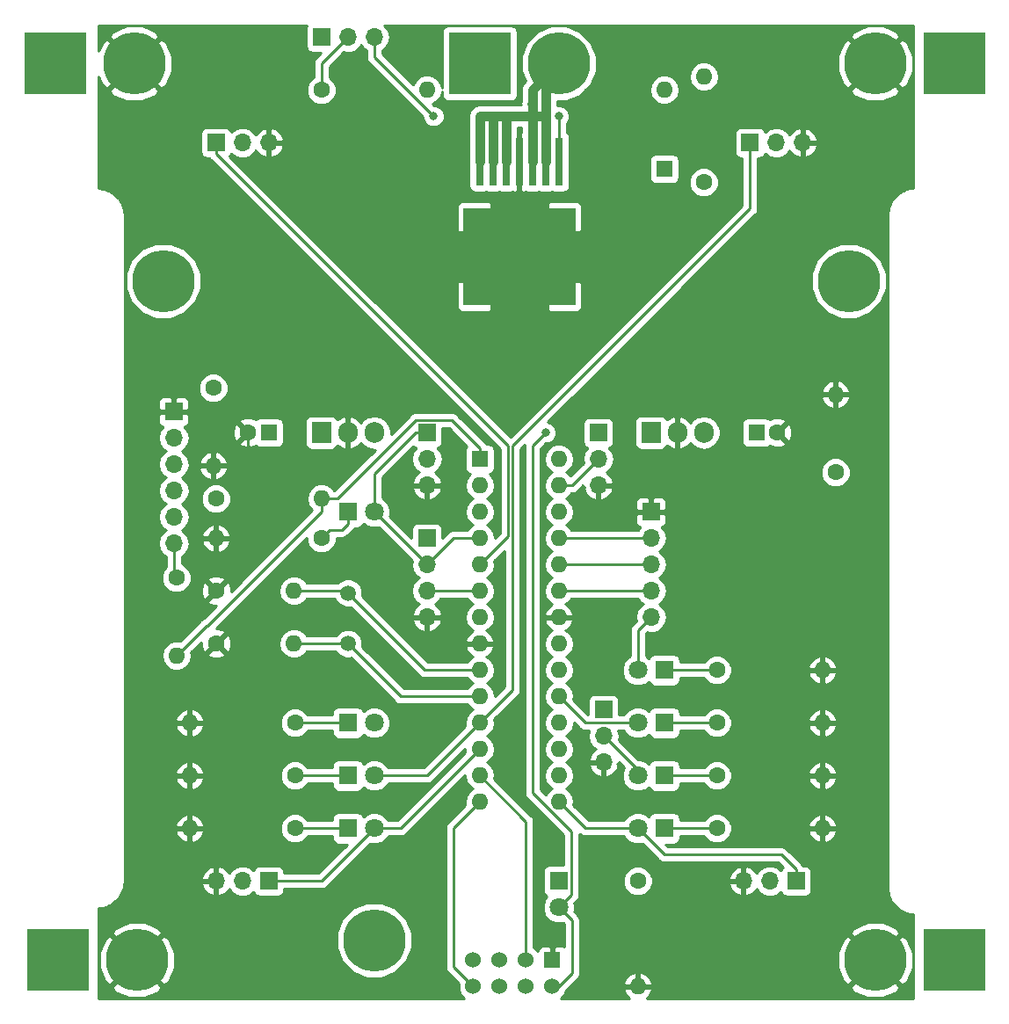
<source format=gbr>
G04 #@! TF.GenerationSoftware,KiCad,Pcbnew,(5.0.2)-1*
G04 #@! TF.CreationDate,2019-02-16T17:12:47-07:00*
G04 #@! TF.ProjectId,Receiver,52656365-6976-4657-922e-6b696361645f,rev?*
G04 #@! TF.SameCoordinates,Original*
G04 #@! TF.FileFunction,Copper,L1,Top*
G04 #@! TF.FilePolarity,Positive*
%FSLAX46Y46*%
G04 Gerber Fmt 4.6, Leading zero omitted, Abs format (unit mm)*
G04 Created by KiCad (PCBNEW (5.0.2)-1) date 2/16/2019 5:12:47 PM*
%MOMM*%
%LPD*%
G01*
G04 APERTURE LIST*
G04 #@! TA.AperFunction,ComponentPad*
%ADD10C,1.600000*%
G04 #@! TD*
G04 #@! TA.AperFunction,ComponentPad*
%ADD11R,1.600000X1.600000*%
G04 #@! TD*
G04 #@! TA.AperFunction,ComponentPad*
%ADD12O,1.600000X1.600000*%
G04 #@! TD*
G04 #@! TA.AperFunction,ComponentPad*
%ADD13R,1.800000X1.800000*%
G04 #@! TD*
G04 #@! TA.AperFunction,ComponentPad*
%ADD14C,1.800000*%
G04 #@! TD*
G04 #@! TA.AperFunction,ComponentPad*
%ADD15O,1.700000X1.700000*%
G04 #@! TD*
G04 #@! TA.AperFunction,ComponentPad*
%ADD16R,1.700000X1.700000*%
G04 #@! TD*
G04 #@! TA.AperFunction,ComponentPad*
%ADD17C,5.999480*%
G04 #@! TD*
G04 #@! TA.AperFunction,ComponentPad*
%ADD18R,5.999480X5.999480*%
G04 #@! TD*
G04 #@! TA.AperFunction,SMDPad,CuDef*
%ADD19R,0.800000X4.600000*%
G04 #@! TD*
G04 #@! TA.AperFunction,SMDPad,CuDef*
%ADD20R,10.800000X9.400000*%
G04 #@! TD*
G04 #@! TA.AperFunction,ComponentPad*
%ADD21R,1.905000X2.000000*%
G04 #@! TD*
G04 #@! TA.AperFunction,ComponentPad*
%ADD22O,1.905000X2.000000*%
G04 #@! TD*
G04 #@! TA.AperFunction,ComponentPad*
%ADD23R,1.524000X1.524000*%
G04 #@! TD*
G04 #@! TA.AperFunction,ComponentPad*
%ADD24C,1.524000*%
G04 #@! TD*
G04 #@! TA.AperFunction,ComponentPad*
%ADD25C,1.500000*%
G04 #@! TD*
G04 #@! TA.AperFunction,ViaPad*
%ADD26C,0.800000*%
G04 #@! TD*
G04 #@! TA.AperFunction,ViaPad*
%ADD27C,6.000000*%
G04 #@! TD*
G04 #@! TA.AperFunction,Conductor*
%ADD28C,0.250000*%
G04 #@! TD*
G04 #@! TA.AperFunction,Conductor*
%ADD29C,0.900000*%
G04 #@! TD*
G04 #@! TA.AperFunction,Conductor*
%ADD30C,0.254000*%
G04 #@! TD*
G04 APERTURE END LIST*
D10*
G04 #@! TO.P,C1,2*
G04 #@! TO.N,GND*
X122460000Y-73660000D03*
D11*
G04 #@! TO.P,C1,1*
G04 #@! TO.N,3V3*
X124460000Y-73660000D03*
G04 #@! TD*
G04 #@! TO.P,C2,1*
G04 #@! TO.N,5V*
X171450000Y-73660000D03*
D10*
G04 #@! TO.P,C2,2*
G04 #@! TO.N,GND*
X173450000Y-73660000D03*
G04 #@! TD*
D12*
G04 #@! TO.P,C3,2*
G04 #@! TO.N,GND*
X119126000Y-76842000D03*
D10*
G04 #@! TO.P,C3,1*
G04 #@! TO.N,3V3*
X119126000Y-69342000D03*
G04 #@! TD*
G04 #@! TO.P,C4,1*
G04 #@! TO.N,5V*
X179070000Y-77470000D03*
D12*
G04 #@! TO.P,C4,2*
G04 #@! TO.N,GND*
X179070000Y-69970000D03*
G04 #@! TD*
D10*
G04 #@! TO.P,C5,1*
G04 #@! TO.N,GND*
X119380000Y-88900000D03*
D12*
G04 #@! TO.P,C5,2*
G04 #@! TO.N,Net-(C5-Pad2)*
X126880000Y-88900000D03*
G04 #@! TD*
G04 #@! TO.P,C6,2*
G04 #@! TO.N,Net-(C6-Pad2)*
X126880000Y-93980000D03*
D10*
G04 #@! TO.P,C6,1*
G04 #@! TO.N,GND*
X119380000Y-93980000D03*
G04 #@! TD*
G04 #@! TO.P,C7,1*
G04 #@! TO.N,DTR*
X115570000Y-87630000D03*
D12*
G04 #@! TO.P,C7,2*
G04 #@! TO.N,RST*
X115570000Y-95130000D03*
G04 #@! TD*
D13*
G04 #@! TO.P,D1,1*
G04 #@! TO.N,Net-(D1-Pad1)*
X152400000Y-116840000D03*
D14*
G04 #@! TO.P,D1,2*
G04 #@! TO.N,3V3*
X152400000Y-119380000D03*
G04 #@! TD*
G04 #@! TO.P,D2,2*
G04 #@! TO.N,5V*
X160020000Y-96520000D03*
D13*
G04 #@! TO.P,D2,1*
G04 #@! TO.N,Net-(D2-Pad1)*
X162560000Y-96520000D03*
G04 #@! TD*
D14*
G04 #@! TO.P,D3,2*
G04 #@! TO.N,D10*
X160020000Y-106680000D03*
D13*
G04 #@! TO.P,D3,1*
G04 #@! TO.N,Net-(D3-Pad1)*
X162560000Y-106680000D03*
G04 #@! TD*
G04 #@! TO.P,D4,1*
G04 #@! TO.N,Net-(D4-Pad1)*
X162560000Y-101600000D03*
D14*
G04 #@! TO.P,D4,2*
G04 #@! TO.N,D13*
X160020000Y-101600000D03*
G04 #@! TD*
D13*
G04 #@! TO.P,D5,1*
G04 #@! TO.N,Net-(D5-Pad1)*
X132080000Y-81280000D03*
D14*
G04 #@! TO.P,D5,2*
G04 #@! TO.N,D2*
X134620000Y-81280000D03*
G04 #@! TD*
D13*
G04 #@! TO.P,D6,1*
G04 #@! TO.N,Net-(D6-Pad1)*
X132080000Y-101600000D03*
D14*
G04 #@! TO.P,D6,2*
G04 #@! TO.N,D3*
X134620000Y-101600000D03*
G04 #@! TD*
D13*
G04 #@! TO.P,D7,1*
G04 #@! TO.N,Net-(D7-Pad1)*
X132080000Y-106680000D03*
D14*
G04 #@! TO.P,D7,2*
G04 #@! TO.N,D5*
X134620000Y-106680000D03*
G04 #@! TD*
G04 #@! TO.P,D8,2*
G04 #@! TO.N,D6*
X134620000Y-111760000D03*
D13*
G04 #@! TO.P,D8,1*
G04 #@! TO.N,Net-(D8-Pad1)*
X132080000Y-111760000D03*
G04 #@! TD*
D14*
G04 #@! TO.P,D9,2*
G04 #@! TO.N,D9*
X160020000Y-111760000D03*
D13*
G04 #@! TO.P,D9,1*
G04 #@! TO.N,Net-(D9-Pad1)*
X162560000Y-111760000D03*
G04 #@! TD*
D11*
G04 #@! TO.P,D10,1*
G04 #@! TO.N,Net-(D10-Pad1)*
X162560000Y-48260000D03*
D12*
G04 #@! TO.P,D10,2*
G04 #@! TO.N,Net-(D10-Pad2)*
X162560000Y-40640000D03*
G04 #@! TD*
D15*
G04 #@! TO.P,J1,3*
G04 #@! TO.N,GND*
X124460000Y-45720000D03*
G04 #@! TO.P,J1,2*
G04 #@! TO.N,Net-(J1-Pad2)*
X121920000Y-45720000D03*
D16*
G04 #@! TO.P,J1,1*
G04 #@! TO.N,D3*
X119380000Y-45720000D03*
G04 #@! TD*
G04 #@! TO.P,J2,1*
G04 #@! TO.N,D5*
X170815000Y-45720000D03*
D15*
G04 #@! TO.P,J2,2*
G04 #@! TO.N,Net-(J2-Pad2)*
X173355000Y-45720000D03*
G04 #@! TO.P,J2,3*
G04 #@! TO.N,GND*
X175895000Y-45720000D03*
G04 #@! TD*
G04 #@! TO.P,J3,3*
G04 #@! TO.N,GND*
X119380000Y-116840000D03*
G04 #@! TO.P,J3,2*
G04 #@! TO.N,Net-(J3-Pad2)*
X121920000Y-116840000D03*
D16*
G04 #@! TO.P,J3,1*
G04 #@! TO.N,D6*
X124460000Y-116840000D03*
G04 #@! TD*
G04 #@! TO.P,J4,1*
G04 #@! TO.N,D9*
X175260000Y-116840000D03*
D15*
G04 #@! TO.P,J4,2*
G04 #@! TO.N,Net-(J4-Pad2)*
X172720000Y-116840000D03*
G04 #@! TO.P,J4,3*
G04 #@! TO.N,GND*
X170180000Y-116840000D03*
G04 #@! TD*
D17*
G04 #@! TO.P,J5,2*
G04 #@! TO.N,GND*
X111506000Y-38100000D03*
D18*
G04 #@! TO.P,J5,1*
G04 #@! TO.N,VDD*
X103886000Y-38100000D03*
G04 #@! TD*
G04 #@! TO.P,J6,1*
G04 #@! TO.N,VDD*
X190500000Y-38100000D03*
D17*
G04 #@! TO.P,J6,2*
G04 #@! TO.N,GND*
X182880000Y-38100000D03*
G04 #@! TD*
G04 #@! TO.P,J7,2*
G04 #@! TO.N,GND*
X111760000Y-124460000D03*
D18*
G04 #@! TO.P,J7,1*
G04 #@! TO.N,VDD*
X104140000Y-124460000D03*
G04 #@! TD*
G04 #@! TO.P,J8,1*
G04 #@! TO.N,VDD*
X190500000Y-124460000D03*
D17*
G04 #@! TO.P,J8,2*
G04 #@! TO.N,GND*
X182880000Y-124460000D03*
G04 #@! TD*
D16*
G04 #@! TO.P,J9,1*
G04 #@! TO.N,D2*
X139700000Y-73660000D03*
D15*
G04 #@! TO.P,J9,2*
G04 #@! TO.N,A5*
X139700000Y-76200000D03*
G04 #@! TO.P,J9,3*
G04 #@! TO.N,GND*
X139700000Y-78740000D03*
G04 #@! TD*
G04 #@! TO.P,J10,3*
G04 #@! TO.N,GND*
X156210000Y-78740000D03*
G04 #@! TO.P,J10,2*
G04 #@! TO.N,A4*
X156210000Y-76200000D03*
D16*
G04 #@! TO.P,J10,1*
G04 #@! TO.N,D2*
X156210000Y-73660000D03*
G04 #@! TD*
G04 #@! TO.P,J11,1*
G04 #@! TO.N,GND*
X115316000Y-71628000D03*
D15*
G04 #@! TO.P,J11,2*
G04 #@! TO.N,Net-(J11-Pad2)*
X115316000Y-74168000D03*
G04 #@! TO.P,J11,3*
G04 #@! TO.N,5V*
X115316000Y-76708000D03*
G04 #@! TO.P,J11,4*
G04 #@! TO.N,RX*
X115316000Y-79248000D03*
G04 #@! TO.P,J11,5*
G04 #@! TO.N,TX*
X115316000Y-81788000D03*
G04 #@! TO.P,J11,6*
G04 #@! TO.N,DTR*
X115316000Y-84328000D03*
G04 #@! TD*
D16*
G04 #@! TO.P,J12,1*
G04 #@! TO.N,5V*
X139700000Y-83820000D03*
D15*
G04 #@! TO.P,J12,2*
G04 #@! TO.N,D2*
X139700000Y-86360000D03*
G04 #@! TO.P,J12,3*
G04 #@! TO.N,D4*
X139700000Y-88900000D03*
G04 #@! TO.P,J12,4*
G04 #@! TO.N,GND*
X139700000Y-91440000D03*
G04 #@! TD*
D18*
G04 #@! TO.P,J13,1*
G04 #@! TO.N,VDD*
X144780000Y-38100000D03*
D17*
G04 #@! TO.P,J13,2*
G04 #@! TO.N,Net-(D10-Pad2)*
X152400000Y-38100000D03*
G04 #@! TD*
D16*
G04 #@! TO.P,J14,1*
G04 #@! TO.N,5V*
X156718000Y-100330000D03*
D15*
G04 #@! TO.P,J14,2*
G04 #@! TO.N,D10*
X156718000Y-102870000D03*
G04 #@! TO.P,J14,3*
G04 #@! TO.N,GND*
X156718000Y-105410000D03*
G04 #@! TD*
D16*
G04 #@! TO.P,J15,1*
G04 #@! TO.N,GND*
X161290000Y-81280000D03*
D15*
G04 #@! TO.P,J15,2*
G04 #@! TO.N,A2*
X161290000Y-83820000D03*
G04 #@! TO.P,J15,3*
G04 #@! TO.N,A1*
X161290000Y-86360000D03*
G04 #@! TO.P,J15,4*
G04 #@! TO.N,A0*
X161290000Y-88900000D03*
G04 #@! TO.P,J15,5*
G04 #@! TO.N,5V*
X161290000Y-91440000D03*
G04 #@! TD*
D19*
G04 #@! TO.P,Q1,1*
G04 #@! TO.N,Net-(D10-Pad1)*
X152400000Y-47565000D03*
G04 #@! TO.P,Q1,2*
G04 #@! TO.N,Net-(D10-Pad2)*
X151130000Y-47565000D03*
G04 #@! TO.P,Q1,3*
X149860000Y-47565000D03*
G04 #@! TO.P,Q1,4*
G04 #@! TO.N,GND*
X148590000Y-47565000D03*
G04 #@! TO.P,Q1,5*
G04 #@! TO.N,Net-(D10-Pad2)*
X147320000Y-47565000D03*
G04 #@! TO.P,Q1,6*
X146050000Y-47565000D03*
G04 #@! TO.P,Q1,7*
X144780000Y-47565000D03*
D20*
G04 #@! TO.P,Q1,4*
G04 #@! TO.N,GND*
X148590000Y-56715000D03*
G04 #@! TD*
D12*
G04 #@! TO.P,R1,2*
G04 #@! TO.N,GND*
X160020000Y-127000000D03*
D10*
G04 #@! TO.P,R1,1*
G04 #@! TO.N,Net-(D1-Pad1)*
X160020000Y-116840000D03*
G04 #@! TD*
G04 #@! TO.P,R2,1*
G04 #@! TO.N,Net-(D2-Pad1)*
X167640000Y-96520000D03*
D12*
G04 #@! TO.P,R2,2*
G04 #@! TO.N,GND*
X177800000Y-96520000D03*
G04 #@! TD*
D10*
G04 #@! TO.P,R3,1*
G04 #@! TO.N,Net-(D3-Pad1)*
X167640000Y-106680000D03*
D12*
G04 #@! TO.P,R3,2*
G04 #@! TO.N,GND*
X177800000Y-106680000D03*
G04 #@! TD*
D10*
G04 #@! TO.P,R4,1*
G04 #@! TO.N,Net-(D4-Pad1)*
X167640000Y-101600000D03*
D12*
G04 #@! TO.P,R4,2*
G04 #@! TO.N,GND*
X177800000Y-101600000D03*
G04 #@! TD*
G04 #@! TO.P,R5,2*
G04 #@! TO.N,GND*
X119380000Y-83820000D03*
D10*
G04 #@! TO.P,R5,1*
G04 #@! TO.N,Net-(D5-Pad1)*
X129540000Y-83820000D03*
G04 #@! TD*
G04 #@! TO.P,R6,1*
G04 #@! TO.N,Net-(D6-Pad1)*
X127000000Y-101600000D03*
D12*
G04 #@! TO.P,R6,2*
G04 #@! TO.N,GND*
X116840000Y-101600000D03*
G04 #@! TD*
D10*
G04 #@! TO.P,R7,1*
G04 #@! TO.N,Net-(D7-Pad1)*
X127000000Y-106680000D03*
D12*
G04 #@! TO.P,R7,2*
G04 #@! TO.N,GND*
X116840000Y-106680000D03*
G04 #@! TD*
G04 #@! TO.P,R8,2*
G04 #@! TO.N,GND*
X116840000Y-111760000D03*
D10*
G04 #@! TO.P,R8,1*
G04 #@! TO.N,Net-(D8-Pad1)*
X127000000Y-111760000D03*
G04 #@! TD*
D12*
G04 #@! TO.P,R9,2*
G04 #@! TO.N,GND*
X177800000Y-111760000D03*
D10*
G04 #@! TO.P,R9,1*
G04 #@! TO.N,Net-(D9-Pad1)*
X167640000Y-111760000D03*
G04 #@! TD*
G04 #@! TO.P,R10,1*
G04 #@! TO.N,5V*
X119380000Y-80010000D03*
D12*
G04 #@! TO.P,R10,2*
G04 #@! TO.N,RST*
X129540000Y-80010000D03*
G04 #@! TD*
G04 #@! TO.P,R11,2*
G04 #@! TO.N,VDD*
X139700000Y-40640000D03*
D10*
G04 #@! TO.P,R11,1*
G04 #@! TO.N,Net-(R11-Pad1)*
X129540000Y-40640000D03*
G04 #@! TD*
D12*
G04 #@! TO.P,R12,2*
G04 #@! TO.N,Net-(D10-Pad2)*
X166370000Y-39370000D03*
D10*
G04 #@! TO.P,R12,1*
G04 #@! TO.N,Net-(D10-Pad1)*
X166370000Y-49530000D03*
G04 #@! TD*
D15*
G04 #@! TO.P,SW1,3*
G04 #@! TO.N,Net-(D10-Pad1)*
X134620000Y-35560000D03*
G04 #@! TO.P,SW1,2*
G04 #@! TO.N,Net-(R11-Pad1)*
X132080000Y-35560000D03*
D16*
G04 #@! TO.P,SW1,1*
G04 #@! TO.N,Net-(SW1-Pad1)*
X129540000Y-35560000D03*
G04 #@! TD*
D21*
G04 #@! TO.P,U1,1*
G04 #@! TO.N,VDD*
X129540000Y-73660000D03*
D22*
G04 #@! TO.P,U1,2*
G04 #@! TO.N,GND*
X132080000Y-73660000D03*
G04 #@! TO.P,U1,3*
G04 #@! TO.N,3V3*
X134620000Y-73660000D03*
G04 #@! TD*
G04 #@! TO.P,U2,3*
G04 #@! TO.N,5V*
X166370000Y-73660000D03*
G04 #@! TO.P,U2,2*
G04 #@! TO.N,GND*
X163830000Y-73660000D03*
D21*
G04 #@! TO.P,U2,1*
G04 #@! TO.N,VDD*
X161290000Y-73660000D03*
G04 #@! TD*
D11*
G04 #@! TO.P,U3,1*
G04 #@! TO.N,RST*
X144780000Y-76200000D03*
D12*
G04 #@! TO.P,U3,15*
G04 #@! TO.N,D9*
X152400000Y-109220000D03*
G04 #@! TO.P,U3,2*
G04 #@! TO.N,RX*
X144780000Y-78740000D03*
G04 #@! TO.P,U3,16*
G04 #@! TO.N,D10*
X152400000Y-106680000D03*
G04 #@! TO.P,U3,3*
G04 #@! TO.N,TX*
X144780000Y-81280000D03*
G04 #@! TO.P,U3,17*
G04 #@! TO.N,D11*
X152400000Y-104140000D03*
G04 #@! TO.P,U3,4*
G04 #@! TO.N,D2*
X144780000Y-83820000D03*
G04 #@! TO.P,U3,18*
G04 #@! TO.N,D12*
X152400000Y-101600000D03*
G04 #@! TO.P,U3,5*
G04 #@! TO.N,D3*
X144780000Y-86360000D03*
G04 #@! TO.P,U3,19*
G04 #@! TO.N,D13*
X152400000Y-99060000D03*
G04 #@! TO.P,U3,6*
G04 #@! TO.N,D4*
X144780000Y-88900000D03*
G04 #@! TO.P,U3,20*
G04 #@! TO.N,AVCC*
X152400000Y-96520000D03*
G04 #@! TO.P,U3,7*
G04 #@! TO.N,5V*
X144780000Y-91440000D03*
G04 #@! TO.P,U3,21*
G04 #@! TO.N,AREF*
X152400000Y-93980000D03*
G04 #@! TO.P,U3,8*
G04 #@! TO.N,GND*
X144780000Y-93980000D03*
G04 #@! TO.P,U3,22*
X152400000Y-91440000D03*
G04 #@! TO.P,U3,9*
G04 #@! TO.N,Net-(C5-Pad2)*
X144780000Y-96520000D03*
G04 #@! TO.P,U3,23*
G04 #@! TO.N,A0*
X152400000Y-88900000D03*
G04 #@! TO.P,U3,10*
G04 #@! TO.N,Net-(C6-Pad2)*
X144780000Y-99060000D03*
G04 #@! TO.P,U3,24*
G04 #@! TO.N,A1*
X152400000Y-86360000D03*
G04 #@! TO.P,U3,11*
G04 #@! TO.N,D5*
X144780000Y-101600000D03*
G04 #@! TO.P,U3,25*
G04 #@! TO.N,A2*
X152400000Y-83820000D03*
G04 #@! TO.P,U3,12*
G04 #@! TO.N,D6*
X144780000Y-104140000D03*
G04 #@! TO.P,U3,26*
G04 #@! TO.N,A3*
X152400000Y-81280000D03*
G04 #@! TO.P,U3,13*
G04 #@! TO.N,D7*
X144780000Y-106680000D03*
G04 #@! TO.P,U3,27*
G04 #@! TO.N,A4*
X152400000Y-78740000D03*
G04 #@! TO.P,U3,14*
G04 #@! TO.N,D8*
X144780000Y-109220000D03*
G04 #@! TO.P,U3,28*
G04 #@! TO.N,A5*
X152400000Y-76200000D03*
G04 #@! TD*
D23*
G04 #@! TO.P,U4,1*
G04 #@! TO.N,GND*
X151765000Y-124460000D03*
D24*
G04 #@! TO.P,U4,2*
G04 #@! TO.N,3V3*
X151765000Y-127000000D03*
G04 #@! TO.P,U4,3*
G04 #@! TO.N,D7*
X149225000Y-124460000D03*
G04 #@! TO.P,U4,4*
G04 #@! TO.N,Net-(U4-Pad4)*
X149225000Y-127000000D03*
G04 #@! TO.P,U4,5*
G04 #@! TO.N,D13*
X146685000Y-124460000D03*
G04 #@! TO.P,U4,6*
G04 #@! TO.N,D11*
X146685000Y-127000000D03*
G04 #@! TO.P,U4,7*
G04 #@! TO.N,D12*
X144145000Y-124460000D03*
G04 #@! TO.P,U4,8*
G04 #@! TO.N,D8*
X144145000Y-127000000D03*
G04 #@! TD*
D25*
G04 #@! TO.P,Y1,1*
G04 #@! TO.N,Net-(C6-Pad2)*
X132080000Y-93980000D03*
G04 #@! TO.P,Y1,2*
G04 #@! TO.N,Net-(C5-Pad2)*
X132080000Y-89100000D03*
G04 #@! TD*
D26*
G04 #@! TO.N,GND*
X154305000Y-97790000D03*
X154305000Y-102870000D03*
X132080000Y-76835000D03*
D27*
G04 #@! TO.N,*
X180340000Y-59055000D03*
X114300000Y-59055000D03*
X134620000Y-122555000D03*
D26*
G04 #@! TO.N,3V3*
X151130000Y-73660000D03*
G04 #@! TO.N,Net-(D10-Pad1)*
X152400000Y-43180000D03*
X140335000Y-43180000D03*
G04 #@! TD*
D28*
G04 #@! TO.N,GND*
X148590000Y-47565000D02*
X148590000Y-56715000D01*
X132080000Y-76835000D02*
X132080000Y-73660000D01*
X122460000Y-74791370D02*
X122460000Y-73660000D01*
X122460000Y-74925002D02*
X122460000Y-74791370D01*
X124369998Y-76835000D02*
X122460000Y-74925002D01*
X132080000Y-76835000D02*
X124369998Y-76835000D01*
G04 #@! TO.N,3V3*
X152400000Y-119380000D02*
X153670000Y-120650000D01*
X153670000Y-120650000D02*
X153670000Y-125744002D01*
X153176001Y-126238001D02*
X153161999Y-126238001D01*
X153670000Y-125744002D02*
X153176001Y-126238001D01*
X153161999Y-126238001D02*
X152400000Y-127000000D01*
X152400000Y-127000000D02*
X151765000Y-127000000D01*
X152400000Y-119380000D02*
X153625001Y-118154999D01*
X153625001Y-118154999D02*
X153625001Y-112110003D01*
X149860000Y-108345002D02*
X150099998Y-108585000D01*
X153625001Y-112110003D02*
X150099998Y-108585000D01*
X151130000Y-73660000D02*
X150495000Y-74295000D01*
X149860000Y-108345002D02*
X149860000Y-74930000D01*
X149860000Y-74930000D02*
X150495000Y-74295000D01*
G04 #@! TO.N,5V*
X160020000Y-92710000D02*
X160020000Y-96520000D01*
X161290000Y-91440000D02*
X160020000Y-92710000D01*
G04 #@! TO.N,Net-(C5-Pad2)*
X139500000Y-96520000D02*
X144780000Y-96520000D01*
X132080000Y-89100000D02*
X139500000Y-96520000D01*
X131880000Y-88900000D02*
X132080000Y-89100000D01*
X126880000Y-88900000D02*
X131880000Y-88900000D01*
G04 #@! TO.N,Net-(C6-Pad2)*
X137160000Y-99060000D02*
X144780000Y-99060000D01*
X132080000Y-93980000D02*
X137160000Y-99060000D01*
X132080000Y-93980000D02*
X126880000Y-93980000D01*
G04 #@! TO.N,DTR*
X115316000Y-87376000D02*
X115570000Y-87630000D01*
X115316000Y-84328000D02*
X115316000Y-87376000D01*
G04 #@! TO.N,Net-(D2-Pad1)*
X162560000Y-96520000D02*
X167640000Y-96520000D01*
G04 #@! TO.N,D10*
X160020000Y-106172000D02*
X160020000Y-106680000D01*
X156718000Y-102870000D02*
X160020000Y-106172000D01*
G04 #@! TO.N,Net-(D3-Pad1)*
X162560000Y-106680000D02*
X167640000Y-106680000D01*
G04 #@! TO.N,Net-(D4-Pad1)*
X162560000Y-101600000D02*
X167640000Y-101600000D01*
G04 #@! TO.N,D13*
X154940000Y-101600000D02*
X152400000Y-99060000D01*
X160020000Y-101600000D02*
X154940000Y-101600000D01*
G04 #@! TO.N,Net-(D5-Pad1)*
X132080000Y-82430000D02*
X132080000Y-81280000D01*
X131489999Y-83020001D02*
X132080000Y-82430000D01*
X130339999Y-83020001D02*
X131489999Y-83020001D01*
X129540000Y-83820000D02*
X130339999Y-83020001D01*
G04 #@! TO.N,D2*
X134620000Y-80007208D02*
X134620000Y-81280000D01*
X134620000Y-77640000D02*
X134620000Y-80007208D01*
X138600000Y-73660000D02*
X134620000Y-77640000D01*
X139700000Y-73660000D02*
X138600000Y-73660000D01*
X134620000Y-81280000D02*
X139700000Y-86360000D01*
X142240000Y-83820000D02*
X139700000Y-86360000D01*
X144780000Y-83820000D02*
X142240000Y-83820000D01*
G04 #@! TO.N,Net-(D6-Pad1)*
X127000000Y-101600000D02*
X132080000Y-101600000D01*
G04 #@! TO.N,D3*
X119380000Y-46820000D02*
X147490000Y-74930000D01*
X119380000Y-45720000D02*
X119380000Y-46820000D01*
X147490000Y-83650000D02*
X144780000Y-86360000D01*
X147490000Y-74930000D02*
X147490000Y-83650000D01*
G04 #@! TO.N,Net-(D7-Pad1)*
X127000000Y-106680000D02*
X132080000Y-106680000D01*
G04 #@! TO.N,D5*
X139700000Y-106680000D02*
X144780000Y-101600000D01*
X134620000Y-106680000D02*
X139700000Y-106680000D01*
X170815000Y-52070000D02*
X170815000Y-45720000D01*
X147955000Y-74930000D02*
X170815000Y-52070000D01*
X147940009Y-74930000D02*
X147955000Y-74930000D01*
X144780000Y-101600000D02*
X147940009Y-98439991D01*
X147940009Y-98439991D02*
X147940009Y-74930000D01*
G04 #@! TO.N,D6*
X129540000Y-116840000D02*
X134620000Y-111760000D01*
X124460000Y-116840000D02*
X129540000Y-116840000D01*
X137160000Y-111760000D02*
X144780000Y-104140000D01*
X134620000Y-111760000D02*
X137160000Y-111760000D01*
G04 #@! TO.N,Net-(D8-Pad1)*
X127000000Y-111760000D02*
X132080000Y-111760000D01*
G04 #@! TO.N,D9*
X154940000Y-111760000D02*
X152400000Y-109220000D01*
X160020000Y-111760000D02*
X154940000Y-111760000D01*
X160020000Y-111760000D02*
X162560000Y-114300000D01*
X175260000Y-115740000D02*
X175260000Y-116840000D01*
X173820000Y-114300000D02*
X175260000Y-115740000D01*
X162560000Y-114300000D02*
X173820000Y-114300000D01*
G04 #@! TO.N,Net-(D9-Pad1)*
X162560000Y-111760000D02*
X167640000Y-111760000D01*
G04 #@! TO.N,Net-(D10-Pad1)*
X152400000Y-47565000D02*
X152400000Y-45665000D01*
X152400000Y-47565000D02*
X152400000Y-43180000D01*
X152400000Y-43180000D02*
X152400000Y-43180000D01*
X134620000Y-37465000D02*
X134620000Y-35560000D01*
X140335000Y-43180000D02*
X134620000Y-37465000D01*
D29*
G04 #@! TO.N,Net-(D10-Pad2)*
X144780000Y-47565000D02*
X144780000Y-43180000D01*
X151130000Y-43180000D02*
X151130000Y-47565000D01*
X149860000Y-47565000D02*
X149860000Y-43180000D01*
X149860000Y-43180000D02*
X151130000Y-43180000D01*
X147320000Y-47565000D02*
X147320000Y-43180000D01*
X147320000Y-43180000D02*
X149860000Y-43180000D01*
X146050000Y-47565000D02*
X146050000Y-43180000D01*
X144780000Y-43180000D02*
X146050000Y-43180000D01*
X146050000Y-43180000D02*
X147320000Y-43180000D01*
X151130000Y-39370000D02*
X152400000Y-38100000D01*
X151130000Y-43180000D02*
X151130000Y-39370000D01*
X149860000Y-40640000D02*
X152400000Y-38100000D01*
X149820259Y-41949741D02*
X149860000Y-41910000D01*
X149860000Y-43180000D02*
X149860000Y-41910000D01*
X149860000Y-41910000D02*
X149860000Y-40640000D01*
D28*
G04 #@! TO.N,A4*
X153670000Y-78740000D02*
X156210000Y-76200000D01*
X152400000Y-78740000D02*
X153670000Y-78740000D01*
G04 #@! TO.N,D4*
X139700000Y-88900000D02*
X144780000Y-88900000D01*
G04 #@! TO.N,A2*
X152400000Y-83820000D02*
X161290000Y-83820000D01*
G04 #@! TO.N,A1*
X152400000Y-86360000D02*
X161290000Y-86360000D01*
G04 #@! TO.N,A0*
X152400000Y-88900000D02*
X161290000Y-88900000D01*
G04 #@! TO.N,RST*
X144780000Y-75150000D02*
X144780000Y-76200000D01*
X142114999Y-72484999D02*
X144780000Y-75150000D01*
X138589999Y-72484999D02*
X142114999Y-72484999D01*
X131064998Y-80010000D02*
X138589999Y-72484999D01*
X129540000Y-81141370D02*
X129540000Y-80010000D01*
X129540000Y-81293002D02*
X129540000Y-81141370D01*
X118578003Y-92254999D02*
X129540000Y-81293002D01*
X118445001Y-92254999D02*
X118578003Y-92254999D01*
X115570000Y-95130000D02*
X118445001Y-92254999D01*
X129540000Y-80010000D02*
X131064998Y-80010000D01*
G04 #@! TO.N,Net-(R11-Pad1)*
X129540000Y-38100000D02*
X129540000Y-40640000D01*
X132080000Y-35560000D02*
X129540000Y-38100000D01*
G04 #@! TO.N,D7*
X149225000Y-111125000D02*
X149225000Y-124460000D01*
X144780000Y-106680000D02*
X149225000Y-111125000D01*
G04 #@! TO.N,D8*
X144780000Y-109220000D02*
X142240000Y-111760000D01*
X142240000Y-125095000D02*
X144145000Y-127000000D01*
X142240000Y-111760000D02*
X142240000Y-125095000D01*
G04 #@! TD*
D30*
G04 #@! TO.N,GND*
G36*
X128091843Y-34462235D02*
X128042560Y-34710000D01*
X128042560Y-36410000D01*
X128091843Y-36657765D01*
X128232191Y-36867809D01*
X128442235Y-37008157D01*
X128690000Y-37057440D01*
X129507759Y-37057440D01*
X129055530Y-37509669D01*
X128992071Y-37552071D01*
X128824096Y-37803464D01*
X128780000Y-38025149D01*
X128780000Y-38025153D01*
X128765112Y-38100000D01*
X128780000Y-38174847D01*
X128780001Y-39401570D01*
X128727138Y-39423466D01*
X128323466Y-39827138D01*
X128105000Y-40354561D01*
X128105000Y-40925439D01*
X128323466Y-41452862D01*
X128727138Y-41856534D01*
X129254561Y-42075000D01*
X129825439Y-42075000D01*
X130352862Y-41856534D01*
X130756534Y-41452862D01*
X130975000Y-40925439D01*
X130975000Y-40354561D01*
X130756534Y-39827138D01*
X130352862Y-39423466D01*
X130300000Y-39401570D01*
X130300000Y-38414801D01*
X131713593Y-37001209D01*
X131933744Y-37045000D01*
X132226256Y-37045000D01*
X132659418Y-36958839D01*
X133150625Y-36630625D01*
X133350000Y-36332239D01*
X133549375Y-36630625D01*
X133860000Y-36838178D01*
X133860000Y-37390153D01*
X133845112Y-37465000D01*
X133860000Y-37539847D01*
X133860000Y-37539851D01*
X133904096Y-37761536D01*
X134072071Y-38012929D01*
X134135530Y-38055331D01*
X139300000Y-43219802D01*
X139300000Y-43385874D01*
X139457569Y-43766280D01*
X139748720Y-44057431D01*
X140129126Y-44215000D01*
X140540874Y-44215000D01*
X140921280Y-44057431D01*
X141212431Y-43766280D01*
X141370000Y-43385874D01*
X141370000Y-43180000D01*
X143673744Y-43180000D01*
X143695001Y-43286866D01*
X143695000Y-47671860D01*
X143732560Y-47860686D01*
X143732560Y-49865000D01*
X143781843Y-50112765D01*
X143922191Y-50322809D01*
X144132235Y-50463157D01*
X144380000Y-50512440D01*
X145180000Y-50512440D01*
X145415000Y-50465696D01*
X145650000Y-50512440D01*
X146450000Y-50512440D01*
X146685000Y-50465696D01*
X146920000Y-50512440D01*
X147720000Y-50512440D01*
X147967765Y-50463157D01*
X147970435Y-50461373D01*
X148063690Y-50500000D01*
X148304250Y-50500000D01*
X148463000Y-50341250D01*
X148463000Y-47692000D01*
X148443000Y-47692000D01*
X148443000Y-47438000D01*
X148463000Y-47438000D01*
X148463000Y-44788750D01*
X148405000Y-44730750D01*
X148405000Y-44265000D01*
X148775001Y-44265000D01*
X148775001Y-44730749D01*
X148717000Y-44788750D01*
X148717000Y-47438000D01*
X148737000Y-47438000D01*
X148737000Y-47692000D01*
X148717000Y-47692000D01*
X148717000Y-50341250D01*
X148875750Y-50500000D01*
X149116310Y-50500000D01*
X149209565Y-50461373D01*
X149212235Y-50463157D01*
X149460000Y-50512440D01*
X150260000Y-50512440D01*
X150495000Y-50465696D01*
X150730000Y-50512440D01*
X151530000Y-50512440D01*
X151765000Y-50465696D01*
X152000000Y-50512440D01*
X152800000Y-50512440D01*
X153047765Y-50463157D01*
X153257809Y-50322809D01*
X153398157Y-50112765D01*
X153447440Y-49865000D01*
X153447440Y-47460000D01*
X161112560Y-47460000D01*
X161112560Y-49060000D01*
X161161843Y-49307765D01*
X161302191Y-49517809D01*
X161512235Y-49658157D01*
X161760000Y-49707440D01*
X163360000Y-49707440D01*
X163607765Y-49658157D01*
X163817809Y-49517809D01*
X163958157Y-49307765D01*
X163970728Y-49244561D01*
X164935000Y-49244561D01*
X164935000Y-49815439D01*
X165153466Y-50342862D01*
X165557138Y-50746534D01*
X166084561Y-50965000D01*
X166655439Y-50965000D01*
X167182862Y-50746534D01*
X167586534Y-50342862D01*
X167805000Y-49815439D01*
X167805000Y-49244561D01*
X167586534Y-48717138D01*
X167182862Y-48313466D01*
X166655439Y-48095000D01*
X166084561Y-48095000D01*
X165557138Y-48313466D01*
X165153466Y-48717138D01*
X164935000Y-49244561D01*
X163970728Y-49244561D01*
X164007440Y-49060000D01*
X164007440Y-47460000D01*
X163958157Y-47212235D01*
X163817809Y-47002191D01*
X163607765Y-46861843D01*
X163360000Y-46812560D01*
X161760000Y-46812560D01*
X161512235Y-46861843D01*
X161302191Y-47002191D01*
X161161843Y-47212235D01*
X161112560Y-47460000D01*
X153447440Y-47460000D01*
X153447440Y-45265000D01*
X153398157Y-45017235D01*
X153257809Y-44807191D01*
X153160000Y-44741837D01*
X153160000Y-43883711D01*
X153277431Y-43766280D01*
X153435000Y-43385874D01*
X153435000Y-42974126D01*
X153277431Y-42593720D01*
X152986280Y-42302569D01*
X152605874Y-42145000D01*
X152215000Y-42145000D01*
X152215000Y-41734740D01*
X153122995Y-41734740D01*
X154458915Y-41181384D01*
X155000299Y-40640000D01*
X161096887Y-40640000D01*
X161208260Y-41199909D01*
X161525423Y-41674577D01*
X162000091Y-41991740D01*
X162418667Y-42075000D01*
X162701333Y-42075000D01*
X163119909Y-41991740D01*
X163594577Y-41674577D01*
X163911740Y-41199909D01*
X164023113Y-40640000D01*
X163911740Y-40080091D01*
X163594577Y-39605423D01*
X163242242Y-39370000D01*
X164906887Y-39370000D01*
X165018260Y-39929909D01*
X165335423Y-40404577D01*
X165810091Y-40721740D01*
X166228667Y-40805000D01*
X166511333Y-40805000D01*
X166929909Y-40721740D01*
X166967768Y-40696443D01*
X180463162Y-40696443D01*
X180805723Y-41171063D01*
X182138863Y-41731084D01*
X183584834Y-41738305D01*
X184923501Y-41191627D01*
X184954277Y-41171063D01*
X185296838Y-40696443D01*
X182880000Y-38279605D01*
X180463162Y-40696443D01*
X166967768Y-40696443D01*
X167404577Y-40404577D01*
X167721740Y-39929909D01*
X167833113Y-39370000D01*
X167721740Y-38810091D01*
X167718228Y-38804834D01*
X179241695Y-38804834D01*
X179788373Y-40143501D01*
X179808937Y-40174277D01*
X180283557Y-40516838D01*
X182700395Y-38100000D01*
X183059605Y-38100000D01*
X185476443Y-40516838D01*
X185951063Y-40174277D01*
X186511084Y-38841137D01*
X186518305Y-37395166D01*
X185971627Y-36056499D01*
X185951063Y-36025723D01*
X185476443Y-35683162D01*
X183059605Y-38100000D01*
X182700395Y-38100000D01*
X180283557Y-35683162D01*
X179808937Y-36025723D01*
X179248916Y-37358863D01*
X179241695Y-38804834D01*
X167718228Y-38804834D01*
X167404577Y-38335423D01*
X166929909Y-38018260D01*
X166511333Y-37935000D01*
X166228667Y-37935000D01*
X165810091Y-38018260D01*
X165335423Y-38335423D01*
X165018260Y-38810091D01*
X164906887Y-39370000D01*
X163242242Y-39370000D01*
X163119909Y-39288260D01*
X162701333Y-39205000D01*
X162418667Y-39205000D01*
X162000091Y-39288260D01*
X161525423Y-39605423D01*
X161208260Y-40080091D01*
X161096887Y-40640000D01*
X155000299Y-40640000D01*
X155481384Y-40158915D01*
X156034740Y-38822995D01*
X156034740Y-37377005D01*
X155481384Y-36041085D01*
X154943856Y-35503557D01*
X180463162Y-35503557D01*
X182880000Y-37920395D01*
X185296838Y-35503557D01*
X184954277Y-35028937D01*
X183621137Y-34468916D01*
X182175166Y-34461695D01*
X180836499Y-35008373D01*
X180805723Y-35028937D01*
X180463162Y-35503557D01*
X154943856Y-35503557D01*
X154458915Y-35018616D01*
X153122995Y-34465260D01*
X151677005Y-34465260D01*
X150341085Y-35018616D01*
X149318616Y-36041085D01*
X148765260Y-37377005D01*
X148765260Y-38822995D01*
X149168669Y-39796911D01*
X149168354Y-39797226D01*
X149077760Y-39857759D01*
X149017228Y-39948352D01*
X148837953Y-40216655D01*
X148810522Y-40354561D01*
X148775000Y-40533139D01*
X148775000Y-40533143D01*
X148753745Y-40640000D01*
X148775000Y-40746857D01*
X148775000Y-41643091D01*
X148714004Y-41949741D01*
X148742898Y-42095000D01*
X147426861Y-42095000D01*
X147320000Y-42073744D01*
X147213139Y-42095000D01*
X146156861Y-42095000D01*
X146050000Y-42073744D01*
X145943139Y-42095000D01*
X144886861Y-42095000D01*
X144780000Y-42073744D01*
X144673139Y-42095000D01*
X144356654Y-42157953D01*
X143997759Y-42397759D01*
X143757953Y-42756654D01*
X143673744Y-43180000D01*
X141370000Y-43180000D01*
X141370000Y-42974126D01*
X141212431Y-42593720D01*
X140921280Y-42302569D01*
X140540874Y-42145000D01*
X140374802Y-42145000D01*
X140227907Y-41998106D01*
X140259909Y-41991740D01*
X140734577Y-41674577D01*
X141051740Y-41199909D01*
X141132820Y-40792293D01*
X141132820Y-41099740D01*
X141182103Y-41347505D01*
X141322451Y-41557549D01*
X141532495Y-41697897D01*
X141780260Y-41747180D01*
X147779740Y-41747180D01*
X148027505Y-41697897D01*
X148237549Y-41557549D01*
X148377897Y-41347505D01*
X148427180Y-41099740D01*
X148427180Y-35100260D01*
X148377897Y-34852495D01*
X148237549Y-34642451D01*
X148027505Y-34502103D01*
X147779740Y-34452820D01*
X141780260Y-34452820D01*
X141532495Y-34502103D01*
X141322451Y-34642451D01*
X141182103Y-34852495D01*
X141132820Y-35100260D01*
X141132820Y-40487707D01*
X141051740Y-40080091D01*
X140734577Y-39605423D01*
X140259909Y-39288260D01*
X139841333Y-39205000D01*
X139558667Y-39205000D01*
X139140091Y-39288260D01*
X138665423Y-39605423D01*
X138348260Y-40080091D01*
X138341894Y-40112093D01*
X135380000Y-37150199D01*
X135380000Y-36838178D01*
X135690625Y-36630625D01*
X136018839Y-36139418D01*
X136134092Y-35560000D01*
X136018839Y-34980582D01*
X135690625Y-34489375D01*
X135582308Y-34417000D01*
X186563000Y-34417000D01*
X186563000Y-50109967D01*
X186404085Y-50110938D01*
X186308715Y-50125191D01*
X186213316Y-50138259D01*
X186204992Y-50140693D01*
X186204990Y-50140693D01*
X186204988Y-50140694D01*
X185687512Y-50295452D01*
X185599995Y-50335890D01*
X185512078Y-50375217D01*
X185504770Y-50379890D01*
X185051526Y-50673669D01*
X184978888Y-50737035D01*
X184905531Y-50799466D01*
X184899833Y-50805999D01*
X184899829Y-50806002D01*
X184899827Y-50806006D01*
X184547257Y-51215183D01*
X184495343Y-51296358D01*
X184442437Y-51376900D01*
X184438799Y-51384774D01*
X184215242Y-51876462D01*
X184188192Y-51968966D01*
X184160024Y-52061098D01*
X184158742Y-52069677D01*
X184084893Y-52585337D01*
X184075000Y-52635075D01*
X184075001Y-117544926D01*
X184082313Y-117581686D01*
X184082313Y-117598926D01*
X184083595Y-117607505D01*
X184166692Y-118141199D01*
X184194857Y-118233322D01*
X184221910Y-118325837D01*
X184225549Y-118333711D01*
X184455097Y-118822631D01*
X184507995Y-118903160D01*
X184559916Y-118984348D01*
X184565618Y-118990884D01*
X184923163Y-119395726D01*
X184996566Y-119458197D01*
X185069157Y-119521523D01*
X185076460Y-119526193D01*
X185076465Y-119526197D01*
X185076470Y-119526199D01*
X185533263Y-119814415D01*
X185621206Y-119853754D01*
X185708697Y-119894181D01*
X185717020Y-119896614D01*
X185717022Y-119896615D01*
X185717024Y-119896615D01*
X186236355Y-120045041D01*
X186331816Y-120058118D01*
X186427126Y-120072362D01*
X186435800Y-120072362D01*
X186563000Y-120071585D01*
X186563000Y-128143000D01*
X160854612Y-128143000D01*
X161172389Y-127855134D01*
X161411914Y-127349041D01*
X161290629Y-127127000D01*
X160147000Y-127127000D01*
X160147000Y-127147000D01*
X159893000Y-127147000D01*
X159893000Y-127127000D01*
X158749371Y-127127000D01*
X158628086Y-127349041D01*
X158867611Y-127855134D01*
X159185388Y-128143000D01*
X152597657Y-128143000D01*
X152949320Y-127791337D01*
X153137308Y-127337494D01*
X153418359Y-127056443D01*
X180463162Y-127056443D01*
X180805723Y-127531063D01*
X182138863Y-128091084D01*
X183584834Y-128098305D01*
X184923501Y-127551627D01*
X184954277Y-127531063D01*
X185296838Y-127056443D01*
X182880000Y-124639605D01*
X180463162Y-127056443D01*
X153418359Y-127056443D01*
X153618279Y-126856524D01*
X153723930Y-126785930D01*
X153766332Y-126722472D01*
X153837844Y-126650959D01*
X158628086Y-126650959D01*
X158749371Y-126873000D01*
X159893000Y-126873000D01*
X159893000Y-125730085D01*
X160147000Y-125730085D01*
X160147000Y-126873000D01*
X161290629Y-126873000D01*
X161411914Y-126650959D01*
X161172389Y-126144866D01*
X160757423Y-125768959D01*
X160369039Y-125608096D01*
X160147000Y-125730085D01*
X159893000Y-125730085D01*
X159670961Y-125608096D01*
X159282577Y-125768959D01*
X158867611Y-126144866D01*
X158628086Y-126650959D01*
X153837844Y-126650959D01*
X154154472Y-126334331D01*
X154217929Y-126291931D01*
X154385904Y-126040539D01*
X154430000Y-125818854D01*
X154430000Y-125818850D01*
X154444888Y-125744003D01*
X154430000Y-125669156D01*
X154430000Y-125164834D01*
X179241695Y-125164834D01*
X179788373Y-126503501D01*
X179808937Y-126534277D01*
X180283557Y-126876838D01*
X182700395Y-124460000D01*
X183059605Y-124460000D01*
X185476443Y-126876838D01*
X185951063Y-126534277D01*
X186511084Y-125201137D01*
X186518305Y-123755166D01*
X185971627Y-122416499D01*
X185951063Y-122385723D01*
X185476443Y-122043162D01*
X183059605Y-124460000D01*
X182700395Y-124460000D01*
X180283557Y-122043162D01*
X179808937Y-122385723D01*
X179248916Y-123718863D01*
X179241695Y-125164834D01*
X154430000Y-125164834D01*
X154430000Y-121863557D01*
X180463162Y-121863557D01*
X182880000Y-124280395D01*
X185296838Y-121863557D01*
X184954277Y-121388937D01*
X183621137Y-120828916D01*
X182175166Y-120821695D01*
X180836499Y-121368373D01*
X180805723Y-121388937D01*
X180463162Y-121863557D01*
X154430000Y-121863557D01*
X154430000Y-120724846D01*
X154444888Y-120649999D01*
X154430000Y-120575152D01*
X154430000Y-120575148D01*
X154385904Y-120353463D01*
X154217929Y-120102071D01*
X154154473Y-120059671D01*
X153889640Y-119794838D01*
X153935000Y-119685330D01*
X153935000Y-119074670D01*
X153889640Y-118965162D01*
X154109474Y-118745328D01*
X154172930Y-118702928D01*
X154340905Y-118451536D01*
X154385001Y-118229851D01*
X154385001Y-118229847D01*
X154399889Y-118155000D01*
X154385001Y-118080153D01*
X154385001Y-116554561D01*
X158585000Y-116554561D01*
X158585000Y-117125439D01*
X158803466Y-117652862D01*
X159207138Y-118056534D01*
X159734561Y-118275000D01*
X160305439Y-118275000D01*
X160832862Y-118056534D01*
X161236534Y-117652862D01*
X161425403Y-117196892D01*
X168738514Y-117196892D01*
X168984817Y-117721358D01*
X169413076Y-118111645D01*
X169823110Y-118281476D01*
X170053000Y-118160155D01*
X170053000Y-116967000D01*
X168859181Y-116967000D01*
X168738514Y-117196892D01*
X161425403Y-117196892D01*
X161455000Y-117125439D01*
X161455000Y-116554561D01*
X161425404Y-116483108D01*
X168738514Y-116483108D01*
X168859181Y-116713000D01*
X170053000Y-116713000D01*
X170053000Y-115519845D01*
X169823110Y-115398524D01*
X169413076Y-115568355D01*
X168984817Y-115958642D01*
X168738514Y-116483108D01*
X161425404Y-116483108D01*
X161236534Y-116027138D01*
X160832862Y-115623466D01*
X160305439Y-115405000D01*
X159734561Y-115405000D01*
X159207138Y-115623466D01*
X158803466Y-116027138D01*
X158585000Y-116554561D01*
X154385001Y-116554561D01*
X154385001Y-112297348D01*
X154392071Y-112307929D01*
X154455524Y-112350327D01*
X154455526Y-112350329D01*
X154580902Y-112434102D01*
X154643463Y-112475904D01*
X154865148Y-112520000D01*
X154865152Y-112520000D01*
X154939999Y-112534888D01*
X155014846Y-112520000D01*
X158673331Y-112520000D01*
X158718690Y-112629507D01*
X159150493Y-113061310D01*
X159714670Y-113295000D01*
X160325330Y-113295000D01*
X160434838Y-113249640D01*
X161969673Y-114784476D01*
X162012071Y-114847929D01*
X162075524Y-114890327D01*
X162075526Y-114890329D01*
X162187446Y-114965111D01*
X162263463Y-115015904D01*
X162485148Y-115060000D01*
X162485152Y-115060000D01*
X162559999Y-115074888D01*
X162634846Y-115060000D01*
X173505199Y-115060000D01*
X173967296Y-115522098D01*
X173952191Y-115532191D01*
X173811843Y-115742235D01*
X173802816Y-115787619D01*
X173790625Y-115769375D01*
X173299418Y-115441161D01*
X172866256Y-115355000D01*
X172573744Y-115355000D01*
X172140582Y-115441161D01*
X171649375Y-115769375D01*
X171436157Y-116088478D01*
X171375183Y-115958642D01*
X170946924Y-115568355D01*
X170536890Y-115398524D01*
X170307000Y-115519845D01*
X170307000Y-116713000D01*
X170327000Y-116713000D01*
X170327000Y-116967000D01*
X170307000Y-116967000D01*
X170307000Y-118160155D01*
X170536890Y-118281476D01*
X170946924Y-118111645D01*
X171375183Y-117721358D01*
X171436157Y-117591522D01*
X171649375Y-117910625D01*
X172140582Y-118238839D01*
X172573744Y-118325000D01*
X172866256Y-118325000D01*
X173299418Y-118238839D01*
X173790625Y-117910625D01*
X173802816Y-117892381D01*
X173811843Y-117937765D01*
X173952191Y-118147809D01*
X174162235Y-118288157D01*
X174410000Y-118337440D01*
X176110000Y-118337440D01*
X176357765Y-118288157D01*
X176567809Y-118147809D01*
X176708157Y-117937765D01*
X176757440Y-117690000D01*
X176757440Y-115990000D01*
X176708157Y-115742235D01*
X176567809Y-115532191D01*
X176357765Y-115391843D01*
X176110000Y-115342560D01*
X175908483Y-115342560D01*
X175807929Y-115192071D01*
X175744473Y-115149671D01*
X174410331Y-113815530D01*
X174367929Y-113752071D01*
X174116537Y-113584096D01*
X173894852Y-113540000D01*
X173894847Y-113540000D01*
X173820000Y-113525112D01*
X173745153Y-113540000D01*
X162874803Y-113540000D01*
X162642243Y-113307440D01*
X163460000Y-113307440D01*
X163707765Y-113258157D01*
X163917809Y-113117809D01*
X164058157Y-112907765D01*
X164107440Y-112660000D01*
X164107440Y-112520000D01*
X166401570Y-112520000D01*
X166423466Y-112572862D01*
X166827138Y-112976534D01*
X167354561Y-113195000D01*
X167925439Y-113195000D01*
X168452862Y-112976534D01*
X168856534Y-112572862D01*
X169048655Y-112109039D01*
X176408096Y-112109039D01*
X176568959Y-112497423D01*
X176944866Y-112912389D01*
X177450959Y-113151914D01*
X177673000Y-113030629D01*
X177673000Y-111887000D01*
X177927000Y-111887000D01*
X177927000Y-113030629D01*
X178149041Y-113151914D01*
X178655134Y-112912389D01*
X179031041Y-112497423D01*
X179191904Y-112109039D01*
X179069915Y-111887000D01*
X177927000Y-111887000D01*
X177673000Y-111887000D01*
X176530085Y-111887000D01*
X176408096Y-112109039D01*
X169048655Y-112109039D01*
X169075000Y-112045439D01*
X169075000Y-111474561D01*
X169048656Y-111410961D01*
X176408096Y-111410961D01*
X176530085Y-111633000D01*
X177673000Y-111633000D01*
X177673000Y-110489371D01*
X177927000Y-110489371D01*
X177927000Y-111633000D01*
X179069915Y-111633000D01*
X179191904Y-111410961D01*
X179031041Y-111022577D01*
X178655134Y-110607611D01*
X178149041Y-110368086D01*
X177927000Y-110489371D01*
X177673000Y-110489371D01*
X177450959Y-110368086D01*
X176944866Y-110607611D01*
X176568959Y-111022577D01*
X176408096Y-111410961D01*
X169048656Y-111410961D01*
X168856534Y-110947138D01*
X168452862Y-110543466D01*
X167925439Y-110325000D01*
X167354561Y-110325000D01*
X166827138Y-110543466D01*
X166423466Y-110947138D01*
X166401570Y-111000000D01*
X164107440Y-111000000D01*
X164107440Y-110860000D01*
X164058157Y-110612235D01*
X163917809Y-110402191D01*
X163707765Y-110261843D01*
X163460000Y-110212560D01*
X161660000Y-110212560D01*
X161412235Y-110261843D01*
X161202191Y-110402191D01*
X161061843Y-110612235D01*
X161058725Y-110627908D01*
X160889507Y-110458690D01*
X160325330Y-110225000D01*
X159714670Y-110225000D01*
X159150493Y-110458690D01*
X158718690Y-110890493D01*
X158673331Y-111000000D01*
X155254803Y-111000000D01*
X153798688Y-109543886D01*
X153863113Y-109220000D01*
X153751740Y-108660091D01*
X153434577Y-108185423D01*
X153082242Y-107950000D01*
X153434577Y-107714577D01*
X153751740Y-107239909D01*
X153863113Y-106680000D01*
X153751740Y-106120091D01*
X153515739Y-105766890D01*
X155276524Y-105766890D01*
X155446355Y-106176924D01*
X155836642Y-106605183D01*
X156361108Y-106851486D01*
X156591000Y-106730819D01*
X156591000Y-105537000D01*
X155397845Y-105537000D01*
X155276524Y-105766890D01*
X153515739Y-105766890D01*
X153434577Y-105645423D01*
X153082242Y-105410000D01*
X153434577Y-105174577D01*
X153751740Y-104699909D01*
X153863113Y-104140000D01*
X153751740Y-103580091D01*
X153434577Y-103105423D01*
X153082242Y-102870000D01*
X153434577Y-102634577D01*
X153751740Y-102159909D01*
X153863113Y-101600000D01*
X153862595Y-101597398D01*
X154349673Y-102084476D01*
X154392071Y-102147929D01*
X154455524Y-102190327D01*
X154455526Y-102190329D01*
X154580902Y-102274102D01*
X154643463Y-102315904D01*
X154865148Y-102360000D01*
X154865152Y-102360000D01*
X154939999Y-102374888D01*
X155014846Y-102360000D01*
X155305353Y-102360000D01*
X155203908Y-102870000D01*
X155319161Y-103449418D01*
X155647375Y-103940625D01*
X155966478Y-104153843D01*
X155836642Y-104214817D01*
X155446355Y-104643076D01*
X155276524Y-105053110D01*
X155397845Y-105283000D01*
X156591000Y-105283000D01*
X156591000Y-105263000D01*
X156845000Y-105263000D01*
X156845000Y-105283000D01*
X156865000Y-105283000D01*
X156865000Y-105537000D01*
X156845000Y-105537000D01*
X156845000Y-106730819D01*
X157074892Y-106851486D01*
X157599358Y-106605183D01*
X157989645Y-106176924D01*
X158159476Y-105766890D01*
X158038156Y-105537002D01*
X158203000Y-105537002D01*
X158203000Y-105429801D01*
X158679150Y-105905952D01*
X158485000Y-106374670D01*
X158485000Y-106985330D01*
X158718690Y-107549507D01*
X159150493Y-107981310D01*
X159714670Y-108215000D01*
X160325330Y-108215000D01*
X160889507Y-107981310D01*
X161058725Y-107812092D01*
X161061843Y-107827765D01*
X161202191Y-108037809D01*
X161412235Y-108178157D01*
X161660000Y-108227440D01*
X163460000Y-108227440D01*
X163707765Y-108178157D01*
X163917809Y-108037809D01*
X164058157Y-107827765D01*
X164107440Y-107580000D01*
X164107440Y-107440000D01*
X166401570Y-107440000D01*
X166423466Y-107492862D01*
X166827138Y-107896534D01*
X167354561Y-108115000D01*
X167925439Y-108115000D01*
X168452862Y-107896534D01*
X168856534Y-107492862D01*
X169048655Y-107029039D01*
X176408096Y-107029039D01*
X176568959Y-107417423D01*
X176944866Y-107832389D01*
X177450959Y-108071914D01*
X177673000Y-107950629D01*
X177673000Y-106807000D01*
X177927000Y-106807000D01*
X177927000Y-107950629D01*
X178149041Y-108071914D01*
X178655134Y-107832389D01*
X179031041Y-107417423D01*
X179191904Y-107029039D01*
X179069915Y-106807000D01*
X177927000Y-106807000D01*
X177673000Y-106807000D01*
X176530085Y-106807000D01*
X176408096Y-107029039D01*
X169048655Y-107029039D01*
X169075000Y-106965439D01*
X169075000Y-106394561D01*
X169048656Y-106330961D01*
X176408096Y-106330961D01*
X176530085Y-106553000D01*
X177673000Y-106553000D01*
X177673000Y-105409371D01*
X177927000Y-105409371D01*
X177927000Y-106553000D01*
X179069915Y-106553000D01*
X179191904Y-106330961D01*
X179031041Y-105942577D01*
X178655134Y-105527611D01*
X178149041Y-105288086D01*
X177927000Y-105409371D01*
X177673000Y-105409371D01*
X177450959Y-105288086D01*
X176944866Y-105527611D01*
X176568959Y-105942577D01*
X176408096Y-106330961D01*
X169048656Y-106330961D01*
X168856534Y-105867138D01*
X168452862Y-105463466D01*
X167925439Y-105245000D01*
X167354561Y-105245000D01*
X166827138Y-105463466D01*
X166423466Y-105867138D01*
X166401570Y-105920000D01*
X164107440Y-105920000D01*
X164107440Y-105780000D01*
X164058157Y-105532235D01*
X163917809Y-105322191D01*
X163707765Y-105181843D01*
X163460000Y-105132560D01*
X161660000Y-105132560D01*
X161412235Y-105181843D01*
X161202191Y-105322191D01*
X161061843Y-105532235D01*
X161058725Y-105547908D01*
X160889507Y-105378690D01*
X160325330Y-105145000D01*
X160067802Y-105145000D01*
X158159209Y-103236408D01*
X158232092Y-102870000D01*
X158130647Y-102360000D01*
X158673331Y-102360000D01*
X158718690Y-102469507D01*
X159150493Y-102901310D01*
X159714670Y-103135000D01*
X160325330Y-103135000D01*
X160889507Y-102901310D01*
X161058725Y-102732092D01*
X161061843Y-102747765D01*
X161202191Y-102957809D01*
X161412235Y-103098157D01*
X161660000Y-103147440D01*
X163460000Y-103147440D01*
X163707765Y-103098157D01*
X163917809Y-102957809D01*
X164058157Y-102747765D01*
X164107440Y-102500000D01*
X164107440Y-102360000D01*
X166401570Y-102360000D01*
X166423466Y-102412862D01*
X166827138Y-102816534D01*
X167354561Y-103035000D01*
X167925439Y-103035000D01*
X168452862Y-102816534D01*
X168856534Y-102412862D01*
X169048655Y-101949039D01*
X176408096Y-101949039D01*
X176568959Y-102337423D01*
X176944866Y-102752389D01*
X177450959Y-102991914D01*
X177673000Y-102870629D01*
X177673000Y-101727000D01*
X177927000Y-101727000D01*
X177927000Y-102870629D01*
X178149041Y-102991914D01*
X178655134Y-102752389D01*
X179031041Y-102337423D01*
X179191904Y-101949039D01*
X179069915Y-101727000D01*
X177927000Y-101727000D01*
X177673000Y-101727000D01*
X176530085Y-101727000D01*
X176408096Y-101949039D01*
X169048655Y-101949039D01*
X169075000Y-101885439D01*
X169075000Y-101314561D01*
X169048656Y-101250961D01*
X176408096Y-101250961D01*
X176530085Y-101473000D01*
X177673000Y-101473000D01*
X177673000Y-100329371D01*
X177927000Y-100329371D01*
X177927000Y-101473000D01*
X179069915Y-101473000D01*
X179191904Y-101250961D01*
X179031041Y-100862577D01*
X178655134Y-100447611D01*
X178149041Y-100208086D01*
X177927000Y-100329371D01*
X177673000Y-100329371D01*
X177450959Y-100208086D01*
X176944866Y-100447611D01*
X176568959Y-100862577D01*
X176408096Y-101250961D01*
X169048656Y-101250961D01*
X168856534Y-100787138D01*
X168452862Y-100383466D01*
X167925439Y-100165000D01*
X167354561Y-100165000D01*
X166827138Y-100383466D01*
X166423466Y-100787138D01*
X166401570Y-100840000D01*
X164107440Y-100840000D01*
X164107440Y-100700000D01*
X164058157Y-100452235D01*
X163917809Y-100242191D01*
X163707765Y-100101843D01*
X163460000Y-100052560D01*
X161660000Y-100052560D01*
X161412235Y-100101843D01*
X161202191Y-100242191D01*
X161061843Y-100452235D01*
X161058725Y-100467908D01*
X160889507Y-100298690D01*
X160325330Y-100065000D01*
X159714670Y-100065000D01*
X159150493Y-100298690D01*
X158718690Y-100730493D01*
X158673331Y-100840000D01*
X158215440Y-100840000D01*
X158215440Y-99480000D01*
X158166157Y-99232235D01*
X158025809Y-99022191D01*
X157815765Y-98881843D01*
X157568000Y-98832560D01*
X155868000Y-98832560D01*
X155620235Y-98881843D01*
X155410191Y-99022191D01*
X155269843Y-99232235D01*
X155220560Y-99480000D01*
X155220560Y-100805757D01*
X153798688Y-99383886D01*
X153863113Y-99060000D01*
X153751740Y-98500091D01*
X153434577Y-98025423D01*
X153082242Y-97790000D01*
X153434577Y-97554577D01*
X153751740Y-97079909D01*
X153863113Y-96520000D01*
X153751740Y-95960091D01*
X153434577Y-95485423D01*
X153082242Y-95250000D01*
X153434577Y-95014577D01*
X153751740Y-94539909D01*
X153863113Y-93980000D01*
X153751740Y-93420091D01*
X153434577Y-92945423D01*
X153050892Y-92689053D01*
X153255134Y-92592389D01*
X153631041Y-92177423D01*
X153791904Y-91789039D01*
X153669915Y-91567000D01*
X152527000Y-91567000D01*
X152527000Y-91587000D01*
X152273000Y-91587000D01*
X152273000Y-91567000D01*
X151130085Y-91567000D01*
X151008096Y-91789039D01*
X151168959Y-92177423D01*
X151544866Y-92592389D01*
X151749108Y-92689053D01*
X151365423Y-92945423D01*
X151048260Y-93420091D01*
X150936887Y-93980000D01*
X151048260Y-94539909D01*
X151365423Y-95014577D01*
X151717758Y-95250000D01*
X151365423Y-95485423D01*
X151048260Y-95960091D01*
X150936887Y-96520000D01*
X151048260Y-97079909D01*
X151365423Y-97554577D01*
X151717758Y-97790000D01*
X151365423Y-98025423D01*
X151048260Y-98500091D01*
X150936887Y-99060000D01*
X151048260Y-99619909D01*
X151365423Y-100094577D01*
X151717758Y-100330000D01*
X151365423Y-100565423D01*
X151048260Y-101040091D01*
X150936887Y-101600000D01*
X151048260Y-102159909D01*
X151365423Y-102634577D01*
X151717758Y-102870000D01*
X151365423Y-103105423D01*
X151048260Y-103580091D01*
X150936887Y-104140000D01*
X151048260Y-104699909D01*
X151365423Y-105174577D01*
X151717758Y-105410000D01*
X151365423Y-105645423D01*
X151048260Y-106120091D01*
X150936887Y-106680000D01*
X151048260Y-107239909D01*
X151365423Y-107714577D01*
X151717758Y-107950000D01*
X151365423Y-108185423D01*
X151129022Y-108539223D01*
X150690329Y-108100530D01*
X150690327Y-108100527D01*
X150620000Y-108030200D01*
X150620000Y-76200000D01*
X150936887Y-76200000D01*
X151048260Y-76759909D01*
X151365423Y-77234577D01*
X151717758Y-77470000D01*
X151365423Y-77705423D01*
X151048260Y-78180091D01*
X150936887Y-78740000D01*
X151048260Y-79299909D01*
X151365423Y-79774577D01*
X151717758Y-80010000D01*
X151365423Y-80245423D01*
X151048260Y-80720091D01*
X150936887Y-81280000D01*
X151048260Y-81839909D01*
X151365423Y-82314577D01*
X151717758Y-82550000D01*
X151365423Y-82785423D01*
X151048260Y-83260091D01*
X150936887Y-83820000D01*
X151048260Y-84379909D01*
X151365423Y-84854577D01*
X151717758Y-85090000D01*
X151365423Y-85325423D01*
X151048260Y-85800091D01*
X150936887Y-86360000D01*
X151048260Y-86919909D01*
X151365423Y-87394577D01*
X151717758Y-87630000D01*
X151365423Y-87865423D01*
X151048260Y-88340091D01*
X150936887Y-88900000D01*
X151048260Y-89459909D01*
X151365423Y-89934577D01*
X151749108Y-90190947D01*
X151544866Y-90287611D01*
X151168959Y-90702577D01*
X151008096Y-91090961D01*
X151130085Y-91313000D01*
X152273000Y-91313000D01*
X152273000Y-91293000D01*
X152527000Y-91293000D01*
X152527000Y-91313000D01*
X153669915Y-91313000D01*
X153791904Y-91090961D01*
X153631041Y-90702577D01*
X153255134Y-90287611D01*
X153050892Y-90190947D01*
X153434577Y-89934577D01*
X153618043Y-89660000D01*
X160011822Y-89660000D01*
X160219375Y-89970625D01*
X160517761Y-90170000D01*
X160219375Y-90369375D01*
X159891161Y-90860582D01*
X159775908Y-91440000D01*
X159848791Y-91806408D01*
X159535530Y-92119669D01*
X159472071Y-92162071D01*
X159304096Y-92413464D01*
X159260000Y-92635149D01*
X159260000Y-92635153D01*
X159245112Y-92710000D01*
X159260000Y-92784847D01*
X159260001Y-95173330D01*
X159150493Y-95218690D01*
X158718690Y-95650493D01*
X158485000Y-96214670D01*
X158485000Y-96825330D01*
X158718690Y-97389507D01*
X159150493Y-97821310D01*
X159714670Y-98055000D01*
X160325330Y-98055000D01*
X160889507Y-97821310D01*
X161058725Y-97652092D01*
X161061843Y-97667765D01*
X161202191Y-97877809D01*
X161412235Y-98018157D01*
X161660000Y-98067440D01*
X163460000Y-98067440D01*
X163707765Y-98018157D01*
X163917809Y-97877809D01*
X164058157Y-97667765D01*
X164107440Y-97420000D01*
X164107440Y-97280000D01*
X166401570Y-97280000D01*
X166423466Y-97332862D01*
X166827138Y-97736534D01*
X167354561Y-97955000D01*
X167925439Y-97955000D01*
X168452862Y-97736534D01*
X168856534Y-97332862D01*
X169048655Y-96869039D01*
X176408096Y-96869039D01*
X176568959Y-97257423D01*
X176944866Y-97672389D01*
X177450959Y-97911914D01*
X177673000Y-97790629D01*
X177673000Y-96647000D01*
X177927000Y-96647000D01*
X177927000Y-97790629D01*
X178149041Y-97911914D01*
X178655134Y-97672389D01*
X179031041Y-97257423D01*
X179191904Y-96869039D01*
X179069915Y-96647000D01*
X177927000Y-96647000D01*
X177673000Y-96647000D01*
X176530085Y-96647000D01*
X176408096Y-96869039D01*
X169048655Y-96869039D01*
X169075000Y-96805439D01*
X169075000Y-96234561D01*
X169048656Y-96170961D01*
X176408096Y-96170961D01*
X176530085Y-96393000D01*
X177673000Y-96393000D01*
X177673000Y-95249371D01*
X177927000Y-95249371D01*
X177927000Y-96393000D01*
X179069915Y-96393000D01*
X179191904Y-96170961D01*
X179031041Y-95782577D01*
X178655134Y-95367611D01*
X178149041Y-95128086D01*
X177927000Y-95249371D01*
X177673000Y-95249371D01*
X177450959Y-95128086D01*
X176944866Y-95367611D01*
X176568959Y-95782577D01*
X176408096Y-96170961D01*
X169048656Y-96170961D01*
X168856534Y-95707138D01*
X168452862Y-95303466D01*
X167925439Y-95085000D01*
X167354561Y-95085000D01*
X166827138Y-95303466D01*
X166423466Y-95707138D01*
X166401570Y-95760000D01*
X164107440Y-95760000D01*
X164107440Y-95620000D01*
X164058157Y-95372235D01*
X163917809Y-95162191D01*
X163707765Y-95021843D01*
X163460000Y-94972560D01*
X161660000Y-94972560D01*
X161412235Y-95021843D01*
X161202191Y-95162191D01*
X161061843Y-95372235D01*
X161058725Y-95387908D01*
X160889507Y-95218690D01*
X160780000Y-95173331D01*
X160780000Y-93024801D01*
X160923592Y-92881209D01*
X161143744Y-92925000D01*
X161436256Y-92925000D01*
X161869418Y-92838839D01*
X162360625Y-92510625D01*
X162688839Y-92019418D01*
X162804092Y-91440000D01*
X162688839Y-90860582D01*
X162360625Y-90369375D01*
X162062239Y-90170000D01*
X162360625Y-89970625D01*
X162688839Y-89479418D01*
X162804092Y-88900000D01*
X162688839Y-88320582D01*
X162360625Y-87829375D01*
X162062239Y-87630000D01*
X162360625Y-87430625D01*
X162688839Y-86939418D01*
X162804092Y-86360000D01*
X162688839Y-85780582D01*
X162360625Y-85289375D01*
X162062239Y-85090000D01*
X162360625Y-84890625D01*
X162688839Y-84399418D01*
X162804092Y-83820000D01*
X162688839Y-83240582D01*
X162360625Y-82749375D01*
X162338967Y-82734904D01*
X162499698Y-82668327D01*
X162678327Y-82489699D01*
X162775000Y-82256310D01*
X162775000Y-81565750D01*
X162616250Y-81407000D01*
X161417000Y-81407000D01*
X161417000Y-81427000D01*
X161163000Y-81427000D01*
X161163000Y-81407000D01*
X159963750Y-81407000D01*
X159805000Y-81565750D01*
X159805000Y-82256310D01*
X159901673Y-82489699D01*
X160080302Y-82668327D01*
X160241033Y-82734904D01*
X160219375Y-82749375D01*
X160011822Y-83060000D01*
X153618043Y-83060000D01*
X153434577Y-82785423D01*
X153082242Y-82550000D01*
X153434577Y-82314577D01*
X153751740Y-81839909D01*
X153863113Y-81280000D01*
X153751740Y-80720091D01*
X153473510Y-80303690D01*
X159805000Y-80303690D01*
X159805000Y-80994250D01*
X159963750Y-81153000D01*
X161163000Y-81153000D01*
X161163000Y-79953750D01*
X161417000Y-79953750D01*
X161417000Y-81153000D01*
X162616250Y-81153000D01*
X162775000Y-80994250D01*
X162775000Y-80303690D01*
X162678327Y-80070301D01*
X162499698Y-79891673D01*
X162266309Y-79795000D01*
X161575750Y-79795000D01*
X161417000Y-79953750D01*
X161163000Y-79953750D01*
X161004250Y-79795000D01*
X160313691Y-79795000D01*
X160080302Y-79891673D01*
X159901673Y-80070301D01*
X159805000Y-80303690D01*
X153473510Y-80303690D01*
X153434577Y-80245423D01*
X153082242Y-80010000D01*
X153434577Y-79774577D01*
X153615358Y-79504019D01*
X153670000Y-79514888D01*
X153744847Y-79500000D01*
X153744852Y-79500000D01*
X153966537Y-79455904D01*
X154217929Y-79287929D01*
X154260331Y-79224470D01*
X154725000Y-78759801D01*
X154725000Y-78867002D01*
X154889844Y-78867002D01*
X154768524Y-79096890D01*
X154938355Y-79506924D01*
X155328642Y-79935183D01*
X155853108Y-80181486D01*
X156083000Y-80060819D01*
X156083000Y-78867000D01*
X156337000Y-78867000D01*
X156337000Y-80060819D01*
X156566892Y-80181486D01*
X157091358Y-79935183D01*
X157481645Y-79506924D01*
X157651476Y-79096890D01*
X157530155Y-78867000D01*
X156337000Y-78867000D01*
X156083000Y-78867000D01*
X156063000Y-78867000D01*
X156063000Y-78613000D01*
X156083000Y-78613000D01*
X156083000Y-78593000D01*
X156337000Y-78593000D01*
X156337000Y-78613000D01*
X157530155Y-78613000D01*
X157651476Y-78383110D01*
X157481645Y-77973076D01*
X157091358Y-77544817D01*
X156961522Y-77483843D01*
X157280625Y-77270625D01*
X157338131Y-77184561D01*
X177635000Y-77184561D01*
X177635000Y-77755439D01*
X177853466Y-78282862D01*
X178257138Y-78686534D01*
X178784561Y-78905000D01*
X179355439Y-78905000D01*
X179882862Y-78686534D01*
X180286534Y-78282862D01*
X180505000Y-77755439D01*
X180505000Y-77184561D01*
X180286534Y-76657138D01*
X179882862Y-76253466D01*
X179355439Y-76035000D01*
X178784561Y-76035000D01*
X178257138Y-76253466D01*
X177853466Y-76657138D01*
X177635000Y-77184561D01*
X157338131Y-77184561D01*
X157608839Y-76779418D01*
X157724092Y-76200000D01*
X157608839Y-75620582D01*
X157280625Y-75129375D01*
X157262381Y-75117184D01*
X157307765Y-75108157D01*
X157517809Y-74967809D01*
X157658157Y-74757765D01*
X157707440Y-74510000D01*
X157707440Y-72810000D01*
X157677604Y-72660000D01*
X159690060Y-72660000D01*
X159690060Y-74660000D01*
X159739343Y-74907765D01*
X159879691Y-75117809D01*
X160089735Y-75258157D01*
X160337500Y-75307440D01*
X162242500Y-75307440D01*
X162490265Y-75258157D01*
X162700309Y-75117809D01*
X162837255Y-74912857D01*
X162963076Y-75035973D01*
X163457020Y-75250563D01*
X163703000Y-75130594D01*
X163703000Y-73787000D01*
X163683000Y-73787000D01*
X163683000Y-73533000D01*
X163703000Y-73533000D01*
X163703000Y-72189406D01*
X163957000Y-72189406D01*
X163957000Y-73533000D01*
X163977000Y-73533000D01*
X163977000Y-73787000D01*
X163957000Y-73787000D01*
X163957000Y-75130594D01*
X164202980Y-75250563D01*
X164696924Y-75035973D01*
X165090841Y-74650526D01*
X165225477Y-74852023D01*
X165750590Y-75202891D01*
X166370000Y-75326100D01*
X166989411Y-75202891D01*
X167514523Y-74852023D01*
X167865391Y-74326910D01*
X167957500Y-73863849D01*
X167957500Y-73456150D01*
X167865391Y-72993089D01*
X167776464Y-72860000D01*
X170002560Y-72860000D01*
X170002560Y-74460000D01*
X170051843Y-74707765D01*
X170192191Y-74917809D01*
X170402235Y-75058157D01*
X170650000Y-75107440D01*
X172250000Y-75107440D01*
X172497765Y-75058157D01*
X172707516Y-74918005D01*
X173233223Y-75106965D01*
X173803454Y-75079778D01*
X174204005Y-74913864D01*
X174278139Y-74667745D01*
X173450000Y-73839605D01*
X173435858Y-73853748D01*
X173256253Y-73674143D01*
X173270395Y-73660000D01*
X173629605Y-73660000D01*
X174457745Y-74488139D01*
X174703864Y-74414005D01*
X174896965Y-73876777D01*
X174869778Y-73306546D01*
X174703864Y-72905995D01*
X174457745Y-72831861D01*
X173629605Y-73660000D01*
X173270395Y-73660000D01*
X173256253Y-73645858D01*
X173435858Y-73466252D01*
X173450000Y-73480395D01*
X174278139Y-72652255D01*
X174204005Y-72406136D01*
X173666777Y-72213035D01*
X173096546Y-72240222D01*
X172706933Y-72401605D01*
X172497765Y-72261843D01*
X172250000Y-72212560D01*
X170650000Y-72212560D01*
X170402235Y-72261843D01*
X170192191Y-72402191D01*
X170051843Y-72612235D01*
X170002560Y-72860000D01*
X167776464Y-72860000D01*
X167514523Y-72467977D01*
X166989410Y-72117109D01*
X166370000Y-71993900D01*
X165750589Y-72117109D01*
X165225477Y-72467977D01*
X165090841Y-72669474D01*
X164696924Y-72284027D01*
X164202980Y-72069437D01*
X163957000Y-72189406D01*
X163703000Y-72189406D01*
X163457020Y-72069437D01*
X162963076Y-72284027D01*
X162837255Y-72407143D01*
X162700309Y-72202191D01*
X162490265Y-72061843D01*
X162242500Y-72012560D01*
X160337500Y-72012560D01*
X160089735Y-72061843D01*
X159879691Y-72202191D01*
X159739343Y-72412235D01*
X159690060Y-72660000D01*
X157677604Y-72660000D01*
X157658157Y-72562235D01*
X157517809Y-72352191D01*
X157307765Y-72211843D01*
X157060000Y-72162560D01*
X155360000Y-72162560D01*
X155112235Y-72211843D01*
X154902191Y-72352191D01*
X154761843Y-72562235D01*
X154712560Y-72810000D01*
X154712560Y-74510000D01*
X154761843Y-74757765D01*
X154902191Y-74967809D01*
X155112235Y-75108157D01*
X155157619Y-75117184D01*
X155139375Y-75129375D01*
X154811161Y-75620582D01*
X154695908Y-76200000D01*
X154768791Y-76566407D01*
X153512763Y-77822436D01*
X153434577Y-77705423D01*
X153082242Y-77470000D01*
X153434577Y-77234577D01*
X153751740Y-76759909D01*
X153863113Y-76200000D01*
X153751740Y-75640091D01*
X153434577Y-75165423D01*
X152959909Y-74848260D01*
X152541333Y-74765000D01*
X152258667Y-74765000D01*
X151840091Y-74848260D01*
X151365423Y-75165423D01*
X151048260Y-75640091D01*
X150936887Y-76200000D01*
X150620000Y-76200000D01*
X150620000Y-75244801D01*
X151085329Y-74779473D01*
X151085331Y-74779470D01*
X151169801Y-74695000D01*
X151335874Y-74695000D01*
X151716280Y-74537431D01*
X152007431Y-74246280D01*
X152165000Y-73865874D01*
X152165000Y-73454126D01*
X152007431Y-73073720D01*
X151716280Y-72782569D01*
X151335874Y-72625000D01*
X151334801Y-72625000D01*
X153640760Y-70319041D01*
X177678086Y-70319041D01*
X177917611Y-70825134D01*
X178332577Y-71201041D01*
X178720961Y-71361904D01*
X178943000Y-71239915D01*
X178943000Y-70097000D01*
X179197000Y-70097000D01*
X179197000Y-71239915D01*
X179419039Y-71361904D01*
X179807423Y-71201041D01*
X180222389Y-70825134D01*
X180461914Y-70319041D01*
X180340629Y-70097000D01*
X179197000Y-70097000D01*
X178943000Y-70097000D01*
X177799371Y-70097000D01*
X177678086Y-70319041D01*
X153640760Y-70319041D01*
X154338842Y-69620959D01*
X177678086Y-69620959D01*
X177799371Y-69843000D01*
X178943000Y-69843000D01*
X178943000Y-68700085D01*
X179197000Y-68700085D01*
X179197000Y-69843000D01*
X180340629Y-69843000D01*
X180461914Y-69620959D01*
X180222389Y-69114866D01*
X179807423Y-68738959D01*
X179419039Y-68578096D01*
X179197000Y-68700085D01*
X178943000Y-68700085D01*
X178720961Y-68578096D01*
X178332577Y-68738959D01*
X177917611Y-69114866D01*
X177678086Y-69620959D01*
X154338842Y-69620959D01*
X165627847Y-58331954D01*
X176705000Y-58331954D01*
X176705000Y-59778046D01*
X177258396Y-61114062D01*
X178280938Y-62136604D01*
X179616954Y-62690000D01*
X181063046Y-62690000D01*
X182399062Y-62136604D01*
X183421604Y-61114062D01*
X183975000Y-59778046D01*
X183975000Y-58331954D01*
X183421604Y-56995938D01*
X182399062Y-55973396D01*
X181063046Y-55420000D01*
X179616954Y-55420000D01*
X178280938Y-55973396D01*
X177258396Y-56995938D01*
X176705000Y-58331954D01*
X165627847Y-58331954D01*
X171299473Y-52660329D01*
X171362929Y-52617929D01*
X171530904Y-52366537D01*
X171575000Y-52144852D01*
X171575000Y-52144848D01*
X171589888Y-52070001D01*
X171575000Y-51995154D01*
X171575000Y-47217440D01*
X171665000Y-47217440D01*
X171912765Y-47168157D01*
X172122809Y-47027809D01*
X172263157Y-46817765D01*
X172272184Y-46772381D01*
X172284375Y-46790625D01*
X172775582Y-47118839D01*
X173208744Y-47205000D01*
X173501256Y-47205000D01*
X173934418Y-47118839D01*
X174425625Y-46790625D01*
X174638843Y-46471522D01*
X174699817Y-46601358D01*
X175128076Y-46991645D01*
X175538110Y-47161476D01*
X175768000Y-47040155D01*
X175768000Y-45847000D01*
X176022000Y-45847000D01*
X176022000Y-47040155D01*
X176251890Y-47161476D01*
X176661924Y-46991645D01*
X177090183Y-46601358D01*
X177336486Y-46076892D01*
X177215819Y-45847000D01*
X176022000Y-45847000D01*
X175768000Y-45847000D01*
X175748000Y-45847000D01*
X175748000Y-45593000D01*
X175768000Y-45593000D01*
X175768000Y-44399845D01*
X176022000Y-44399845D01*
X176022000Y-45593000D01*
X177215819Y-45593000D01*
X177336486Y-45363108D01*
X177090183Y-44838642D01*
X176661924Y-44448355D01*
X176251890Y-44278524D01*
X176022000Y-44399845D01*
X175768000Y-44399845D01*
X175538110Y-44278524D01*
X175128076Y-44448355D01*
X174699817Y-44838642D01*
X174638843Y-44968478D01*
X174425625Y-44649375D01*
X173934418Y-44321161D01*
X173501256Y-44235000D01*
X173208744Y-44235000D01*
X172775582Y-44321161D01*
X172284375Y-44649375D01*
X172272184Y-44667619D01*
X172263157Y-44622235D01*
X172122809Y-44412191D01*
X171912765Y-44271843D01*
X171665000Y-44222560D01*
X169965000Y-44222560D01*
X169717235Y-44271843D01*
X169507191Y-44412191D01*
X169366843Y-44622235D01*
X169317560Y-44870000D01*
X169317560Y-46570000D01*
X169366843Y-46817765D01*
X169507191Y-47027809D01*
X169717235Y-47168157D01*
X169965000Y-47217440D01*
X170055001Y-47217440D01*
X170055000Y-51755198D01*
X147722500Y-74087698D01*
X132858552Y-59223750D01*
X142555000Y-59223750D01*
X142555000Y-61541309D01*
X142651673Y-61774698D01*
X142830301Y-61953327D01*
X143063690Y-62050000D01*
X145731250Y-62050000D01*
X145890000Y-61891250D01*
X145890000Y-59065000D01*
X151290000Y-59065000D01*
X151290000Y-61891250D01*
X151448750Y-62050000D01*
X154116310Y-62050000D01*
X154349699Y-61953327D01*
X154528327Y-61774698D01*
X154625000Y-61541309D01*
X154625000Y-59223750D01*
X154466250Y-59065000D01*
X151290000Y-59065000D01*
X145890000Y-59065000D01*
X142713750Y-59065000D01*
X142555000Y-59223750D01*
X132858552Y-59223750D01*
X125523493Y-51888691D01*
X142555000Y-51888691D01*
X142555000Y-54206250D01*
X142713750Y-54365000D01*
X145890000Y-54365000D01*
X145890000Y-51538750D01*
X151290000Y-51538750D01*
X151290000Y-54365000D01*
X154466250Y-54365000D01*
X154625000Y-54206250D01*
X154625000Y-51888691D01*
X154528327Y-51655302D01*
X154349699Y-51476673D01*
X154116310Y-51380000D01*
X151448750Y-51380000D01*
X151290000Y-51538750D01*
X145890000Y-51538750D01*
X145731250Y-51380000D01*
X143063690Y-51380000D01*
X142830301Y-51476673D01*
X142651673Y-51655302D01*
X142555000Y-51888691D01*
X125523493Y-51888691D01*
X120672703Y-47037902D01*
X120687809Y-47027809D01*
X120828157Y-46817765D01*
X120837184Y-46772381D01*
X120849375Y-46790625D01*
X121340582Y-47118839D01*
X121773744Y-47205000D01*
X122066256Y-47205000D01*
X122499418Y-47118839D01*
X122990625Y-46790625D01*
X123203843Y-46471522D01*
X123264817Y-46601358D01*
X123693076Y-46991645D01*
X124103110Y-47161476D01*
X124333000Y-47040155D01*
X124333000Y-45847000D01*
X124587000Y-45847000D01*
X124587000Y-47040155D01*
X124816890Y-47161476D01*
X125226924Y-46991645D01*
X125655183Y-46601358D01*
X125901486Y-46076892D01*
X125780819Y-45847000D01*
X124587000Y-45847000D01*
X124333000Y-45847000D01*
X124313000Y-45847000D01*
X124313000Y-45593000D01*
X124333000Y-45593000D01*
X124333000Y-44399845D01*
X124587000Y-44399845D01*
X124587000Y-45593000D01*
X125780819Y-45593000D01*
X125901486Y-45363108D01*
X125655183Y-44838642D01*
X125226924Y-44448355D01*
X124816890Y-44278524D01*
X124587000Y-44399845D01*
X124333000Y-44399845D01*
X124103110Y-44278524D01*
X123693076Y-44448355D01*
X123264817Y-44838642D01*
X123203843Y-44968478D01*
X122990625Y-44649375D01*
X122499418Y-44321161D01*
X122066256Y-44235000D01*
X121773744Y-44235000D01*
X121340582Y-44321161D01*
X120849375Y-44649375D01*
X120837184Y-44667619D01*
X120828157Y-44622235D01*
X120687809Y-44412191D01*
X120477765Y-44271843D01*
X120230000Y-44222560D01*
X118530000Y-44222560D01*
X118282235Y-44271843D01*
X118072191Y-44412191D01*
X117931843Y-44622235D01*
X117882560Y-44870000D01*
X117882560Y-46570000D01*
X117931843Y-46817765D01*
X118072191Y-47027809D01*
X118282235Y-47168157D01*
X118530000Y-47217440D01*
X118731518Y-47217440D01*
X118772819Y-47279250D01*
X118832072Y-47367929D01*
X118895528Y-47410329D01*
X146730000Y-75244802D01*
X146730001Y-83335197D01*
X146242595Y-83822603D01*
X146243113Y-83820000D01*
X146131740Y-83260091D01*
X145814577Y-82785423D01*
X145462242Y-82550000D01*
X145814577Y-82314577D01*
X146131740Y-81839909D01*
X146243113Y-81280000D01*
X146131740Y-80720091D01*
X145814577Y-80245423D01*
X145462242Y-80010000D01*
X145814577Y-79774577D01*
X146131740Y-79299909D01*
X146243113Y-78740000D01*
X146131740Y-78180091D01*
X145814577Y-77705423D01*
X145693894Y-77624785D01*
X145827765Y-77598157D01*
X146037809Y-77457809D01*
X146178157Y-77247765D01*
X146227440Y-77000000D01*
X146227440Y-75400000D01*
X146178157Y-75152235D01*
X146037809Y-74942191D01*
X145827765Y-74801843D01*
X145580000Y-74752560D01*
X145428483Y-74752560D01*
X145327929Y-74602071D01*
X145264473Y-74559671D01*
X142705330Y-72000529D01*
X142662928Y-71937070D01*
X142411536Y-71769095D01*
X142189851Y-71724999D01*
X142189846Y-71724999D01*
X142114999Y-71710111D01*
X142040152Y-71724999D01*
X138664845Y-71724999D01*
X138589998Y-71710111D01*
X138515151Y-71724999D01*
X138515147Y-71724999D01*
X138293462Y-71769095D01*
X138293460Y-71769096D01*
X138293461Y-71769096D01*
X138105525Y-71894670D01*
X138105523Y-71894672D01*
X138042070Y-71937070D01*
X137999672Y-72000523D01*
X136207500Y-73792695D01*
X136207500Y-73456150D01*
X136115391Y-72993089D01*
X135764523Y-72467977D01*
X135239410Y-72117109D01*
X134620000Y-71993900D01*
X134000589Y-72117109D01*
X133475477Y-72467977D01*
X133340841Y-72669474D01*
X132946924Y-72284027D01*
X132452980Y-72069437D01*
X132207000Y-72189406D01*
X132207000Y-73533000D01*
X132227000Y-73533000D01*
X132227000Y-73787000D01*
X132207000Y-73787000D01*
X132207000Y-75130594D01*
X132452980Y-75250563D01*
X132946924Y-75035973D01*
X133340841Y-74650526D01*
X133475477Y-74852023D01*
X134000590Y-75202891D01*
X134620000Y-75326100D01*
X134687528Y-75312668D01*
X130754901Y-79245296D01*
X130574577Y-78975423D01*
X130099909Y-78658260D01*
X129681333Y-78575000D01*
X129398667Y-78575000D01*
X128980091Y-78658260D01*
X128505423Y-78975423D01*
X128188260Y-79450091D01*
X128076887Y-80010000D01*
X128188260Y-80569909D01*
X128505423Y-81044577D01*
X128630230Y-81127970D01*
X120818521Y-88939679D01*
X120799778Y-88546546D01*
X120633864Y-88145995D01*
X120387745Y-88071861D01*
X119559605Y-88900000D01*
X119573748Y-88914143D01*
X119394143Y-89093748D01*
X119380000Y-89079605D01*
X118551861Y-89907745D01*
X118625995Y-90153864D01*
X119163223Y-90346965D01*
X119423652Y-90334548D01*
X118236647Y-91521554D01*
X118148464Y-91539095D01*
X118148462Y-91539096D01*
X118148463Y-91539096D01*
X117960527Y-91664670D01*
X117960525Y-91664672D01*
X117897072Y-91707070D01*
X117854674Y-91770523D01*
X115893886Y-93731312D01*
X115711333Y-93695000D01*
X115428667Y-93695000D01*
X115010091Y-93778260D01*
X114535423Y-94095423D01*
X114218260Y-94570091D01*
X114106887Y-95130000D01*
X114218260Y-95689909D01*
X114535423Y-96164577D01*
X115010091Y-96481740D01*
X115428667Y-96565000D01*
X115711333Y-96565000D01*
X116129909Y-96481740D01*
X116604577Y-96164577D01*
X116921740Y-95689909D01*
X117033113Y-95130000D01*
X117004817Y-94987745D01*
X118551861Y-94987745D01*
X118625995Y-95233864D01*
X119163223Y-95426965D01*
X119733454Y-95399778D01*
X120134005Y-95233864D01*
X120208139Y-94987745D01*
X119380000Y-94159605D01*
X118551861Y-94987745D01*
X117004817Y-94987745D01*
X116968688Y-94806114D01*
X117936609Y-93838193D01*
X117960222Y-94333454D01*
X118126136Y-94734005D01*
X118372255Y-94808139D01*
X119200395Y-93980000D01*
X119559605Y-93980000D01*
X120387745Y-94808139D01*
X120633864Y-94734005D01*
X120826965Y-94196777D01*
X120799778Y-93626546D01*
X120633864Y-93225995D01*
X120387745Y-93151861D01*
X119559605Y-93980000D01*
X119200395Y-93980000D01*
X119186252Y-93965858D01*
X119365858Y-93786252D01*
X119380000Y-93800395D01*
X120208139Y-92972255D01*
X120134005Y-92726136D01*
X119596777Y-92533035D01*
X119363653Y-92544150D01*
X128105000Y-83802804D01*
X128105000Y-84105439D01*
X128323466Y-84632862D01*
X128727138Y-85036534D01*
X129254561Y-85255000D01*
X129825439Y-85255000D01*
X130352862Y-85036534D01*
X130756534Y-84632862D01*
X130975000Y-84105439D01*
X130975000Y-83780001D01*
X131415152Y-83780001D01*
X131489999Y-83794889D01*
X131564846Y-83780001D01*
X131564851Y-83780001D01*
X131786536Y-83735905D01*
X132037928Y-83567930D01*
X132080329Y-83504472D01*
X132564476Y-83020327D01*
X132627929Y-82977929D01*
X132670327Y-82914476D01*
X132670329Y-82914474D01*
X132728483Y-82827440D01*
X132980000Y-82827440D01*
X133227765Y-82778157D01*
X133437809Y-82637809D01*
X133578157Y-82427765D01*
X133581275Y-82412092D01*
X133750493Y-82581310D01*
X134314670Y-82815000D01*
X134925330Y-82815000D01*
X135034839Y-82769640D01*
X138258791Y-85993593D01*
X138185908Y-86360000D01*
X138301161Y-86939418D01*
X138629375Y-87430625D01*
X138927761Y-87630000D01*
X138629375Y-87829375D01*
X138301161Y-88320582D01*
X138185908Y-88900000D01*
X138301161Y-89479418D01*
X138629375Y-89970625D01*
X138948478Y-90183843D01*
X138818642Y-90244817D01*
X138428355Y-90673076D01*
X138258524Y-91083110D01*
X138379845Y-91313000D01*
X139573000Y-91313000D01*
X139573000Y-91293000D01*
X139827000Y-91293000D01*
X139827000Y-91313000D01*
X141020155Y-91313000D01*
X141141476Y-91083110D01*
X140971645Y-90673076D01*
X140581358Y-90244817D01*
X140451522Y-90183843D01*
X140770625Y-89970625D01*
X140978178Y-89660000D01*
X143561957Y-89660000D01*
X143745423Y-89934577D01*
X144097758Y-90170000D01*
X143745423Y-90405423D01*
X143428260Y-90880091D01*
X143316887Y-91440000D01*
X143428260Y-91999909D01*
X143745423Y-92474577D01*
X144129108Y-92730947D01*
X143924866Y-92827611D01*
X143548959Y-93242577D01*
X143388096Y-93630961D01*
X143510085Y-93853000D01*
X144653000Y-93853000D01*
X144653000Y-93833000D01*
X144907000Y-93833000D01*
X144907000Y-93853000D01*
X146049915Y-93853000D01*
X146171904Y-93630961D01*
X146011041Y-93242577D01*
X145635134Y-92827611D01*
X145430892Y-92730947D01*
X145814577Y-92474577D01*
X146131740Y-91999909D01*
X146243113Y-91440000D01*
X146131740Y-90880091D01*
X145814577Y-90405423D01*
X145462242Y-90170000D01*
X145814577Y-89934577D01*
X146131740Y-89459909D01*
X146243113Y-88900000D01*
X146131740Y-88340091D01*
X145814577Y-87865423D01*
X145462242Y-87630000D01*
X145814577Y-87394577D01*
X146131740Y-86919909D01*
X146243113Y-86360000D01*
X146178688Y-86036113D01*
X147180010Y-85034792D01*
X147180009Y-98125189D01*
X146242595Y-99062603D01*
X146243113Y-99060000D01*
X146131740Y-98500091D01*
X145814577Y-98025423D01*
X145462242Y-97790000D01*
X145814577Y-97554577D01*
X146131740Y-97079909D01*
X146243113Y-96520000D01*
X146131740Y-95960091D01*
X145814577Y-95485423D01*
X145430892Y-95229053D01*
X145635134Y-95132389D01*
X146011041Y-94717423D01*
X146171904Y-94329039D01*
X146049915Y-94107000D01*
X144907000Y-94107000D01*
X144907000Y-94127000D01*
X144653000Y-94127000D01*
X144653000Y-94107000D01*
X143510085Y-94107000D01*
X143388096Y-94329039D01*
X143548959Y-94717423D01*
X143924866Y-95132389D01*
X144129108Y-95229053D01*
X143745423Y-95485423D01*
X143561957Y-95760000D01*
X139814802Y-95760000D01*
X135851692Y-91796890D01*
X138258524Y-91796890D01*
X138428355Y-92206924D01*
X138818642Y-92635183D01*
X139343108Y-92881486D01*
X139573000Y-92760819D01*
X139573000Y-91567000D01*
X139827000Y-91567000D01*
X139827000Y-92760819D01*
X140056892Y-92881486D01*
X140581358Y-92635183D01*
X140971645Y-92206924D01*
X141141476Y-91796890D01*
X141020155Y-91567000D01*
X139827000Y-91567000D01*
X139573000Y-91567000D01*
X138379845Y-91567000D01*
X138258524Y-91796890D01*
X135851692Y-91796890D01*
X133454835Y-89400034D01*
X133465000Y-89375494D01*
X133465000Y-88824506D01*
X133254147Y-88315460D01*
X132864540Y-87925853D01*
X132355494Y-87715000D01*
X131804506Y-87715000D01*
X131295460Y-87925853D01*
X131081313Y-88140000D01*
X128098043Y-88140000D01*
X127914577Y-87865423D01*
X127439909Y-87548260D01*
X127021333Y-87465000D01*
X126738667Y-87465000D01*
X126320091Y-87548260D01*
X125845423Y-87865423D01*
X125528260Y-88340091D01*
X125416887Y-88900000D01*
X125528260Y-89459909D01*
X125845423Y-89934577D01*
X126320091Y-90251740D01*
X126738667Y-90335000D01*
X127021333Y-90335000D01*
X127439909Y-90251740D01*
X127914577Y-89934577D01*
X128098043Y-89660000D01*
X130812846Y-89660000D01*
X130905853Y-89884540D01*
X131295460Y-90274147D01*
X131804506Y-90485000D01*
X132355494Y-90485000D01*
X132380034Y-90474835D01*
X138909671Y-97004473D01*
X138952071Y-97067929D01*
X139203463Y-97235904D01*
X139425148Y-97280000D01*
X139425152Y-97280000D01*
X139500000Y-97294888D01*
X139574848Y-97280000D01*
X143561957Y-97280000D01*
X143745423Y-97554577D01*
X144097758Y-97790000D01*
X143745423Y-98025423D01*
X143561957Y-98300000D01*
X137474802Y-98300000D01*
X133454835Y-94280034D01*
X133465000Y-94255494D01*
X133465000Y-93704506D01*
X133254147Y-93195460D01*
X132864540Y-92805853D01*
X132355494Y-92595000D01*
X131804506Y-92595000D01*
X131295460Y-92805853D01*
X130905853Y-93195460D01*
X130895688Y-93220000D01*
X128098043Y-93220000D01*
X127914577Y-92945423D01*
X127439909Y-92628260D01*
X127021333Y-92545000D01*
X126738667Y-92545000D01*
X126320091Y-92628260D01*
X125845423Y-92945423D01*
X125528260Y-93420091D01*
X125416887Y-93980000D01*
X125528260Y-94539909D01*
X125845423Y-95014577D01*
X126320091Y-95331740D01*
X126738667Y-95415000D01*
X127021333Y-95415000D01*
X127439909Y-95331740D01*
X127914577Y-95014577D01*
X128098043Y-94740000D01*
X130895688Y-94740000D01*
X130905853Y-94764540D01*
X131295460Y-95154147D01*
X131804506Y-95365000D01*
X132355494Y-95365000D01*
X132380034Y-95354835D01*
X136569670Y-99544472D01*
X136612071Y-99607929D01*
X136863463Y-99775904D01*
X137085148Y-99820000D01*
X137085153Y-99820000D01*
X137160000Y-99834888D01*
X137234847Y-99820000D01*
X143561957Y-99820000D01*
X143745423Y-100094577D01*
X144097758Y-100330000D01*
X143745423Y-100565423D01*
X143428260Y-101040091D01*
X143316887Y-101600000D01*
X143381312Y-101923886D01*
X139385199Y-105920000D01*
X135966669Y-105920000D01*
X135921310Y-105810493D01*
X135489507Y-105378690D01*
X134925330Y-105145000D01*
X134314670Y-105145000D01*
X133750493Y-105378690D01*
X133581275Y-105547908D01*
X133578157Y-105532235D01*
X133437809Y-105322191D01*
X133227765Y-105181843D01*
X132980000Y-105132560D01*
X131180000Y-105132560D01*
X130932235Y-105181843D01*
X130722191Y-105322191D01*
X130581843Y-105532235D01*
X130532560Y-105780000D01*
X130532560Y-105920000D01*
X128238430Y-105920000D01*
X128216534Y-105867138D01*
X127812862Y-105463466D01*
X127285439Y-105245000D01*
X126714561Y-105245000D01*
X126187138Y-105463466D01*
X125783466Y-105867138D01*
X125565000Y-106394561D01*
X125565000Y-106965439D01*
X125783466Y-107492862D01*
X126187138Y-107896534D01*
X126714561Y-108115000D01*
X127285439Y-108115000D01*
X127812862Y-107896534D01*
X128216534Y-107492862D01*
X128238430Y-107440000D01*
X130532560Y-107440000D01*
X130532560Y-107580000D01*
X130581843Y-107827765D01*
X130722191Y-108037809D01*
X130932235Y-108178157D01*
X131180000Y-108227440D01*
X132980000Y-108227440D01*
X133227765Y-108178157D01*
X133437809Y-108037809D01*
X133578157Y-107827765D01*
X133581275Y-107812092D01*
X133750493Y-107981310D01*
X134314670Y-108215000D01*
X134925330Y-108215000D01*
X135489507Y-107981310D01*
X135921310Y-107549507D01*
X135966669Y-107440000D01*
X139625153Y-107440000D01*
X139700000Y-107454888D01*
X139774847Y-107440000D01*
X139774852Y-107440000D01*
X139996537Y-107395904D01*
X140247929Y-107227929D01*
X140290331Y-107164470D01*
X143317405Y-104137397D01*
X143316887Y-104140000D01*
X143381312Y-104463885D01*
X136845199Y-111000000D01*
X135966669Y-111000000D01*
X135921310Y-110890493D01*
X135489507Y-110458690D01*
X134925330Y-110225000D01*
X134314670Y-110225000D01*
X133750493Y-110458690D01*
X133581275Y-110627908D01*
X133578157Y-110612235D01*
X133437809Y-110402191D01*
X133227765Y-110261843D01*
X132980000Y-110212560D01*
X131180000Y-110212560D01*
X130932235Y-110261843D01*
X130722191Y-110402191D01*
X130581843Y-110612235D01*
X130532560Y-110860000D01*
X130532560Y-111000000D01*
X128238430Y-111000000D01*
X128216534Y-110947138D01*
X127812862Y-110543466D01*
X127285439Y-110325000D01*
X126714561Y-110325000D01*
X126187138Y-110543466D01*
X125783466Y-110947138D01*
X125565000Y-111474561D01*
X125565000Y-112045439D01*
X125783466Y-112572862D01*
X126187138Y-112976534D01*
X126714561Y-113195000D01*
X127285439Y-113195000D01*
X127812862Y-112976534D01*
X128216534Y-112572862D01*
X128238430Y-112520000D01*
X130532560Y-112520000D01*
X130532560Y-112660000D01*
X130581843Y-112907765D01*
X130722191Y-113117809D01*
X130932235Y-113258157D01*
X131180000Y-113307440D01*
X131997758Y-113307440D01*
X129225199Y-116080000D01*
X125957440Y-116080000D01*
X125957440Y-115990000D01*
X125908157Y-115742235D01*
X125767809Y-115532191D01*
X125557765Y-115391843D01*
X125310000Y-115342560D01*
X123610000Y-115342560D01*
X123362235Y-115391843D01*
X123152191Y-115532191D01*
X123011843Y-115742235D01*
X123002816Y-115787619D01*
X122990625Y-115769375D01*
X122499418Y-115441161D01*
X122066256Y-115355000D01*
X121773744Y-115355000D01*
X121340582Y-115441161D01*
X120849375Y-115769375D01*
X120636157Y-116088478D01*
X120575183Y-115958642D01*
X120146924Y-115568355D01*
X119736890Y-115398524D01*
X119507000Y-115519845D01*
X119507000Y-116713000D01*
X119527000Y-116713000D01*
X119527000Y-116967000D01*
X119507000Y-116967000D01*
X119507000Y-118160155D01*
X119736890Y-118281476D01*
X120146924Y-118111645D01*
X120575183Y-117721358D01*
X120636157Y-117591522D01*
X120849375Y-117910625D01*
X121340582Y-118238839D01*
X121773744Y-118325000D01*
X122066256Y-118325000D01*
X122499418Y-118238839D01*
X122990625Y-117910625D01*
X123002816Y-117892381D01*
X123011843Y-117937765D01*
X123152191Y-118147809D01*
X123362235Y-118288157D01*
X123610000Y-118337440D01*
X125310000Y-118337440D01*
X125557765Y-118288157D01*
X125767809Y-118147809D01*
X125908157Y-117937765D01*
X125957440Y-117690000D01*
X125957440Y-117600000D01*
X129465153Y-117600000D01*
X129540000Y-117614888D01*
X129614847Y-117600000D01*
X129614852Y-117600000D01*
X129836537Y-117555904D01*
X130087929Y-117387929D01*
X130130331Y-117324470D01*
X134205162Y-113249640D01*
X134314670Y-113295000D01*
X134925330Y-113295000D01*
X135489507Y-113061310D01*
X135921310Y-112629507D01*
X135966669Y-112520000D01*
X137085153Y-112520000D01*
X137160000Y-112534888D01*
X137234847Y-112520000D01*
X137234852Y-112520000D01*
X137456537Y-112475904D01*
X137707929Y-112307929D01*
X137750331Y-112244470D01*
X143317405Y-106677398D01*
X143316887Y-106680000D01*
X143428260Y-107239909D01*
X143745423Y-107714577D01*
X144097758Y-107950000D01*
X143745423Y-108185423D01*
X143428260Y-108660091D01*
X143316887Y-109220000D01*
X143381312Y-109543886D01*
X141755530Y-111169669D01*
X141692071Y-111212071D01*
X141524096Y-111463464D01*
X141480000Y-111685149D01*
X141480000Y-111685153D01*
X141465112Y-111760000D01*
X141480000Y-111834847D01*
X141480001Y-125020148D01*
X141465112Y-125095000D01*
X141524097Y-125391537D01*
X141611335Y-125522097D01*
X141692072Y-125642929D01*
X141755528Y-125685329D01*
X142760980Y-126690782D01*
X142748000Y-126722119D01*
X142748000Y-127277881D01*
X142960680Y-127791337D01*
X143312343Y-128143000D01*
X108077000Y-128143000D01*
X108077000Y-127056443D01*
X109343162Y-127056443D01*
X109685723Y-127531063D01*
X111018863Y-128091084D01*
X112464834Y-128098305D01*
X113803501Y-127551627D01*
X113834277Y-127531063D01*
X114176838Y-127056443D01*
X111760000Y-124639605D01*
X109343162Y-127056443D01*
X108077000Y-127056443D01*
X108077000Y-125164834D01*
X108121695Y-125164834D01*
X108668373Y-126503501D01*
X108688937Y-126534277D01*
X109163557Y-126876838D01*
X111580395Y-124460000D01*
X111939605Y-124460000D01*
X114356443Y-126876838D01*
X114831063Y-126534277D01*
X115391084Y-125201137D01*
X115398305Y-123755166D01*
X114851627Y-122416499D01*
X114831063Y-122385723D01*
X114356443Y-122043162D01*
X111939605Y-124460000D01*
X111580395Y-124460000D01*
X109163557Y-122043162D01*
X108688937Y-122385723D01*
X108128916Y-123718863D01*
X108121695Y-125164834D01*
X108077000Y-125164834D01*
X108077000Y-121863557D01*
X109343162Y-121863557D01*
X111760000Y-124280395D01*
X114176838Y-121863557D01*
X114154029Y-121831954D01*
X130985000Y-121831954D01*
X130985000Y-123278046D01*
X131538396Y-124614062D01*
X132560938Y-125636604D01*
X133896954Y-126190000D01*
X135343046Y-126190000D01*
X136679062Y-125636604D01*
X137701604Y-124614062D01*
X138255000Y-123278046D01*
X138255000Y-121831954D01*
X137701604Y-120495938D01*
X136679062Y-119473396D01*
X135343046Y-118920000D01*
X133896954Y-118920000D01*
X132560938Y-119473396D01*
X131538396Y-120495938D01*
X130985000Y-121831954D01*
X114154029Y-121831954D01*
X113834277Y-121388937D01*
X112501137Y-120828916D01*
X111055166Y-120821695D01*
X109716499Y-121368373D01*
X109685723Y-121388937D01*
X109343162Y-121863557D01*
X108077000Y-121863557D01*
X108077000Y-119435033D01*
X108235915Y-119434062D01*
X108331285Y-119419809D01*
X108426684Y-119406741D01*
X108435008Y-119404307D01*
X108435010Y-119404307D01*
X108435012Y-119404306D01*
X108952489Y-119249548D01*
X109040021Y-119209102D01*
X109127922Y-119169783D01*
X109135224Y-119165113D01*
X109135230Y-119165110D01*
X109135234Y-119165106D01*
X109588474Y-118871331D01*
X109661089Y-118807985D01*
X109734469Y-118745534D01*
X109740167Y-118739001D01*
X109740171Y-118738998D01*
X109740173Y-118738994D01*
X110092743Y-118329818D01*
X110144669Y-118248623D01*
X110197563Y-118168100D01*
X110201201Y-118160226D01*
X110424758Y-117668538D01*
X110451805Y-117576044D01*
X110479976Y-117483902D01*
X110481258Y-117475323D01*
X110521132Y-117196892D01*
X117938514Y-117196892D01*
X118184817Y-117721358D01*
X118613076Y-118111645D01*
X119023110Y-118281476D01*
X119253000Y-118160155D01*
X119253000Y-116967000D01*
X118059181Y-116967000D01*
X117938514Y-117196892D01*
X110521132Y-117196892D01*
X110555106Y-116959666D01*
X110565000Y-116909926D01*
X110565000Y-116483108D01*
X117938514Y-116483108D01*
X118059181Y-116713000D01*
X119253000Y-116713000D01*
X119253000Y-115519845D01*
X119023110Y-115398524D01*
X118613076Y-115568355D01*
X118184817Y-115958642D01*
X117938514Y-116483108D01*
X110565000Y-116483108D01*
X110565000Y-112109039D01*
X115448096Y-112109039D01*
X115608959Y-112497423D01*
X115984866Y-112912389D01*
X116490959Y-113151914D01*
X116713000Y-113030629D01*
X116713000Y-111887000D01*
X116967000Y-111887000D01*
X116967000Y-113030629D01*
X117189041Y-113151914D01*
X117695134Y-112912389D01*
X118071041Y-112497423D01*
X118231904Y-112109039D01*
X118109915Y-111887000D01*
X116967000Y-111887000D01*
X116713000Y-111887000D01*
X115570085Y-111887000D01*
X115448096Y-112109039D01*
X110565000Y-112109039D01*
X110565000Y-111410961D01*
X115448096Y-111410961D01*
X115570085Y-111633000D01*
X116713000Y-111633000D01*
X116713000Y-110489371D01*
X116967000Y-110489371D01*
X116967000Y-111633000D01*
X118109915Y-111633000D01*
X118231904Y-111410961D01*
X118071041Y-111022577D01*
X117695134Y-110607611D01*
X117189041Y-110368086D01*
X116967000Y-110489371D01*
X116713000Y-110489371D01*
X116490959Y-110368086D01*
X115984866Y-110607611D01*
X115608959Y-111022577D01*
X115448096Y-111410961D01*
X110565000Y-111410961D01*
X110565000Y-107029039D01*
X115448096Y-107029039D01*
X115608959Y-107417423D01*
X115984866Y-107832389D01*
X116490959Y-108071914D01*
X116713000Y-107950629D01*
X116713000Y-106807000D01*
X116967000Y-106807000D01*
X116967000Y-107950629D01*
X117189041Y-108071914D01*
X117695134Y-107832389D01*
X118071041Y-107417423D01*
X118231904Y-107029039D01*
X118109915Y-106807000D01*
X116967000Y-106807000D01*
X116713000Y-106807000D01*
X115570085Y-106807000D01*
X115448096Y-107029039D01*
X110565000Y-107029039D01*
X110565000Y-106330961D01*
X115448096Y-106330961D01*
X115570085Y-106553000D01*
X116713000Y-106553000D01*
X116713000Y-105409371D01*
X116967000Y-105409371D01*
X116967000Y-106553000D01*
X118109915Y-106553000D01*
X118231904Y-106330961D01*
X118071041Y-105942577D01*
X117695134Y-105527611D01*
X117189041Y-105288086D01*
X116967000Y-105409371D01*
X116713000Y-105409371D01*
X116490959Y-105288086D01*
X115984866Y-105527611D01*
X115608959Y-105942577D01*
X115448096Y-106330961D01*
X110565000Y-106330961D01*
X110565000Y-101949039D01*
X115448096Y-101949039D01*
X115608959Y-102337423D01*
X115984866Y-102752389D01*
X116490959Y-102991914D01*
X116713000Y-102870629D01*
X116713000Y-101727000D01*
X116967000Y-101727000D01*
X116967000Y-102870629D01*
X117189041Y-102991914D01*
X117695134Y-102752389D01*
X118071041Y-102337423D01*
X118231904Y-101949039D01*
X118109915Y-101727000D01*
X116967000Y-101727000D01*
X116713000Y-101727000D01*
X115570085Y-101727000D01*
X115448096Y-101949039D01*
X110565000Y-101949039D01*
X110565000Y-101250961D01*
X115448096Y-101250961D01*
X115570085Y-101473000D01*
X116713000Y-101473000D01*
X116713000Y-100329371D01*
X116967000Y-100329371D01*
X116967000Y-101473000D01*
X118109915Y-101473000D01*
X118196961Y-101314561D01*
X125565000Y-101314561D01*
X125565000Y-101885439D01*
X125783466Y-102412862D01*
X126187138Y-102816534D01*
X126714561Y-103035000D01*
X127285439Y-103035000D01*
X127812862Y-102816534D01*
X128216534Y-102412862D01*
X128238430Y-102360000D01*
X130532560Y-102360000D01*
X130532560Y-102500000D01*
X130581843Y-102747765D01*
X130722191Y-102957809D01*
X130932235Y-103098157D01*
X131180000Y-103147440D01*
X132980000Y-103147440D01*
X133227765Y-103098157D01*
X133437809Y-102957809D01*
X133578157Y-102747765D01*
X133581275Y-102732092D01*
X133750493Y-102901310D01*
X134314670Y-103135000D01*
X134925330Y-103135000D01*
X135489507Y-102901310D01*
X135921310Y-102469507D01*
X136155000Y-101905330D01*
X136155000Y-101294670D01*
X135921310Y-100730493D01*
X135489507Y-100298690D01*
X134925330Y-100065000D01*
X134314670Y-100065000D01*
X133750493Y-100298690D01*
X133581275Y-100467908D01*
X133578157Y-100452235D01*
X133437809Y-100242191D01*
X133227765Y-100101843D01*
X132980000Y-100052560D01*
X131180000Y-100052560D01*
X130932235Y-100101843D01*
X130722191Y-100242191D01*
X130581843Y-100452235D01*
X130532560Y-100700000D01*
X130532560Y-100840000D01*
X128238430Y-100840000D01*
X128216534Y-100787138D01*
X127812862Y-100383466D01*
X127285439Y-100165000D01*
X126714561Y-100165000D01*
X126187138Y-100383466D01*
X125783466Y-100787138D01*
X125565000Y-101314561D01*
X118196961Y-101314561D01*
X118231904Y-101250961D01*
X118071041Y-100862577D01*
X117695134Y-100447611D01*
X117189041Y-100208086D01*
X116967000Y-100329371D01*
X116713000Y-100329371D01*
X116490959Y-100208086D01*
X115984866Y-100447611D01*
X115608959Y-100862577D01*
X115448096Y-101250961D01*
X110565000Y-101250961D01*
X110565000Y-74168000D01*
X113801908Y-74168000D01*
X113917161Y-74747418D01*
X114245375Y-75238625D01*
X114543761Y-75438000D01*
X114245375Y-75637375D01*
X113917161Y-76128582D01*
X113801908Y-76708000D01*
X113917161Y-77287418D01*
X114245375Y-77778625D01*
X114543761Y-77978000D01*
X114245375Y-78177375D01*
X113917161Y-78668582D01*
X113801908Y-79248000D01*
X113917161Y-79827418D01*
X114245375Y-80318625D01*
X114543761Y-80518000D01*
X114245375Y-80717375D01*
X113917161Y-81208582D01*
X113801908Y-81788000D01*
X113917161Y-82367418D01*
X114245375Y-82858625D01*
X114543761Y-83058000D01*
X114245375Y-83257375D01*
X113917161Y-83748582D01*
X113801908Y-84328000D01*
X113917161Y-84907418D01*
X114245375Y-85398625D01*
X114556000Y-85606178D01*
X114556001Y-86614603D01*
X114353466Y-86817138D01*
X114135000Y-87344561D01*
X114135000Y-87915439D01*
X114353466Y-88442862D01*
X114757138Y-88846534D01*
X115284561Y-89065000D01*
X115855439Y-89065000D01*
X116382862Y-88846534D01*
X116546173Y-88683223D01*
X117933035Y-88683223D01*
X117960222Y-89253454D01*
X118126136Y-89654005D01*
X118372255Y-89728139D01*
X119200395Y-88900000D01*
X118372255Y-88071861D01*
X118126136Y-88145995D01*
X117933035Y-88683223D01*
X116546173Y-88683223D01*
X116786534Y-88442862D01*
X117005000Y-87915439D01*
X117005000Y-87892255D01*
X118551861Y-87892255D01*
X119380000Y-88720395D01*
X120208139Y-87892255D01*
X120134005Y-87646136D01*
X119596777Y-87453035D01*
X119026546Y-87480222D01*
X118625995Y-87646136D01*
X118551861Y-87892255D01*
X117005000Y-87892255D01*
X117005000Y-87344561D01*
X116786534Y-86817138D01*
X116382862Y-86413466D01*
X116076000Y-86286359D01*
X116076000Y-85606178D01*
X116386625Y-85398625D01*
X116714839Y-84907418D01*
X116830092Y-84328000D01*
X116798473Y-84169039D01*
X117988096Y-84169039D01*
X118148959Y-84557423D01*
X118524866Y-84972389D01*
X119030959Y-85211914D01*
X119253000Y-85090629D01*
X119253000Y-83947000D01*
X119507000Y-83947000D01*
X119507000Y-85090629D01*
X119729041Y-85211914D01*
X120235134Y-84972389D01*
X120611041Y-84557423D01*
X120771904Y-84169039D01*
X120649915Y-83947000D01*
X119507000Y-83947000D01*
X119253000Y-83947000D01*
X118110085Y-83947000D01*
X117988096Y-84169039D01*
X116798473Y-84169039D01*
X116714839Y-83748582D01*
X116529339Y-83470961D01*
X117988096Y-83470961D01*
X118110085Y-83693000D01*
X119253000Y-83693000D01*
X119253000Y-82549371D01*
X119507000Y-82549371D01*
X119507000Y-83693000D01*
X120649915Y-83693000D01*
X120771904Y-83470961D01*
X120611041Y-83082577D01*
X120235134Y-82667611D01*
X119729041Y-82428086D01*
X119507000Y-82549371D01*
X119253000Y-82549371D01*
X119030959Y-82428086D01*
X118524866Y-82667611D01*
X118148959Y-83082577D01*
X117988096Y-83470961D01*
X116529339Y-83470961D01*
X116386625Y-83257375D01*
X116088239Y-83058000D01*
X116386625Y-82858625D01*
X116714839Y-82367418D01*
X116830092Y-81788000D01*
X116714839Y-81208582D01*
X116386625Y-80717375D01*
X116088239Y-80518000D01*
X116386625Y-80318625D01*
X116714839Y-79827418D01*
X116735298Y-79724561D01*
X117945000Y-79724561D01*
X117945000Y-80295439D01*
X118163466Y-80822862D01*
X118567138Y-81226534D01*
X119094561Y-81445000D01*
X119665439Y-81445000D01*
X120192862Y-81226534D01*
X120596534Y-80822862D01*
X120815000Y-80295439D01*
X120815000Y-79724561D01*
X120596534Y-79197138D01*
X120192862Y-78793466D01*
X119665439Y-78575000D01*
X119094561Y-78575000D01*
X118567138Y-78793466D01*
X118163466Y-79197138D01*
X117945000Y-79724561D01*
X116735298Y-79724561D01*
X116830092Y-79248000D01*
X116714839Y-78668582D01*
X116386625Y-78177375D01*
X116088239Y-77978000D01*
X116386625Y-77778625D01*
X116714839Y-77287418D01*
X116734009Y-77191041D01*
X117734086Y-77191041D01*
X117973611Y-77697134D01*
X118388577Y-78073041D01*
X118776961Y-78233904D01*
X118999000Y-78111915D01*
X118999000Y-76969000D01*
X119253000Y-76969000D01*
X119253000Y-78111915D01*
X119475039Y-78233904D01*
X119863423Y-78073041D01*
X120278389Y-77697134D01*
X120517914Y-77191041D01*
X120396629Y-76969000D01*
X119253000Y-76969000D01*
X118999000Y-76969000D01*
X117855371Y-76969000D01*
X117734086Y-77191041D01*
X116734009Y-77191041D01*
X116830092Y-76708000D01*
X116787318Y-76492959D01*
X117734086Y-76492959D01*
X117855371Y-76715000D01*
X118999000Y-76715000D01*
X118999000Y-75572085D01*
X119253000Y-75572085D01*
X119253000Y-76715000D01*
X120396629Y-76715000D01*
X120517914Y-76492959D01*
X120278389Y-75986866D01*
X119863423Y-75610959D01*
X119475039Y-75450096D01*
X119253000Y-75572085D01*
X118999000Y-75572085D01*
X118776961Y-75450096D01*
X118388577Y-75610959D01*
X117973611Y-75986866D01*
X117734086Y-76492959D01*
X116787318Y-76492959D01*
X116714839Y-76128582D01*
X116386625Y-75637375D01*
X116088239Y-75438000D01*
X116386625Y-75238625D01*
X116714839Y-74747418D01*
X116830092Y-74168000D01*
X116714839Y-73588582D01*
X116617714Y-73443223D01*
X121013035Y-73443223D01*
X121040222Y-74013454D01*
X121206136Y-74414005D01*
X121452255Y-74488139D01*
X122280395Y-73660000D01*
X121452255Y-72831861D01*
X121206136Y-72905995D01*
X121013035Y-73443223D01*
X116617714Y-73443223D01*
X116386625Y-73097375D01*
X116364967Y-73082904D01*
X116525698Y-73016327D01*
X116704327Y-72837699D01*
X116781140Y-72652255D01*
X121631861Y-72652255D01*
X122460000Y-73480395D01*
X122474142Y-73466252D01*
X122653748Y-73645858D01*
X122639605Y-73660000D01*
X122653748Y-73674143D01*
X122474142Y-73853748D01*
X122460000Y-73839605D01*
X121631861Y-74667745D01*
X121705995Y-74913864D01*
X122243223Y-75106965D01*
X122813454Y-75079778D01*
X123203067Y-74918395D01*
X123412235Y-75058157D01*
X123660000Y-75107440D01*
X125260000Y-75107440D01*
X125507765Y-75058157D01*
X125717809Y-74917809D01*
X125858157Y-74707765D01*
X125907440Y-74460000D01*
X125907440Y-72860000D01*
X125867658Y-72660000D01*
X127940060Y-72660000D01*
X127940060Y-74660000D01*
X127989343Y-74907765D01*
X128129691Y-75117809D01*
X128339735Y-75258157D01*
X128587500Y-75307440D01*
X130492500Y-75307440D01*
X130740265Y-75258157D01*
X130950309Y-75117809D01*
X131087255Y-74912857D01*
X131213076Y-75035973D01*
X131707020Y-75250563D01*
X131953000Y-75130594D01*
X131953000Y-73787000D01*
X131933000Y-73787000D01*
X131933000Y-73533000D01*
X131953000Y-73533000D01*
X131953000Y-72189406D01*
X131707020Y-72069437D01*
X131213076Y-72284027D01*
X131087255Y-72407143D01*
X130950309Y-72202191D01*
X130740265Y-72061843D01*
X130492500Y-72012560D01*
X128587500Y-72012560D01*
X128339735Y-72061843D01*
X128129691Y-72202191D01*
X127989343Y-72412235D01*
X127940060Y-72660000D01*
X125867658Y-72660000D01*
X125858157Y-72612235D01*
X125717809Y-72402191D01*
X125507765Y-72261843D01*
X125260000Y-72212560D01*
X123660000Y-72212560D01*
X123412235Y-72261843D01*
X123202484Y-72401995D01*
X122676777Y-72213035D01*
X122106546Y-72240222D01*
X121705995Y-72406136D01*
X121631861Y-72652255D01*
X116781140Y-72652255D01*
X116801000Y-72604310D01*
X116801000Y-71913750D01*
X116642250Y-71755000D01*
X115443000Y-71755000D01*
X115443000Y-71775000D01*
X115189000Y-71775000D01*
X115189000Y-71755000D01*
X113989750Y-71755000D01*
X113831000Y-71913750D01*
X113831000Y-72604310D01*
X113927673Y-72837699D01*
X114106302Y-73016327D01*
X114267033Y-73082904D01*
X114245375Y-73097375D01*
X113917161Y-73588582D01*
X113801908Y-74168000D01*
X110565000Y-74168000D01*
X110565000Y-70651690D01*
X113831000Y-70651690D01*
X113831000Y-71342250D01*
X113989750Y-71501000D01*
X115189000Y-71501000D01*
X115189000Y-70301750D01*
X115443000Y-70301750D01*
X115443000Y-71501000D01*
X116642250Y-71501000D01*
X116801000Y-71342250D01*
X116801000Y-70651690D01*
X116704327Y-70418301D01*
X116525698Y-70239673D01*
X116292309Y-70143000D01*
X115601750Y-70143000D01*
X115443000Y-70301750D01*
X115189000Y-70301750D01*
X115030250Y-70143000D01*
X114339691Y-70143000D01*
X114106302Y-70239673D01*
X113927673Y-70418301D01*
X113831000Y-70651690D01*
X110565000Y-70651690D01*
X110565000Y-69056561D01*
X117691000Y-69056561D01*
X117691000Y-69627439D01*
X117909466Y-70154862D01*
X118313138Y-70558534D01*
X118840561Y-70777000D01*
X119411439Y-70777000D01*
X119938862Y-70558534D01*
X120342534Y-70154862D01*
X120561000Y-69627439D01*
X120561000Y-69056561D01*
X120342534Y-68529138D01*
X119938862Y-68125466D01*
X119411439Y-67907000D01*
X118840561Y-67907000D01*
X118313138Y-68125466D01*
X117909466Y-68529138D01*
X117691000Y-69056561D01*
X110565000Y-69056561D01*
X110565000Y-58331954D01*
X110665000Y-58331954D01*
X110665000Y-59778046D01*
X111218396Y-61114062D01*
X112240938Y-62136604D01*
X113576954Y-62690000D01*
X115023046Y-62690000D01*
X116359062Y-62136604D01*
X117381604Y-61114062D01*
X117935000Y-59778046D01*
X117935000Y-58331954D01*
X117381604Y-56995938D01*
X116359062Y-55973396D01*
X115023046Y-55420000D01*
X113576954Y-55420000D01*
X112240938Y-55973396D01*
X111218396Y-56995938D01*
X110665000Y-58331954D01*
X110565000Y-58331954D01*
X110565000Y-52635074D01*
X110559830Y-52609085D01*
X110542123Y-52370805D01*
X110526569Y-52300060D01*
X110516741Y-52228316D01*
X110514307Y-52219991D01*
X110359548Y-51702512D01*
X110319110Y-51614995D01*
X110279783Y-51527078D01*
X110275110Y-51519770D01*
X109981331Y-51066526D01*
X109917965Y-50993888D01*
X109855534Y-50920531D01*
X109849001Y-50914833D01*
X109848998Y-50914829D01*
X109848994Y-50914827D01*
X109439817Y-50562257D01*
X109358642Y-50510343D01*
X109278100Y-50457437D01*
X109270230Y-50453801D01*
X109270227Y-50453799D01*
X109270224Y-50453798D01*
X108778538Y-50230242D01*
X108686034Y-50203192D01*
X108593902Y-50175024D01*
X108585325Y-50173742D01*
X108585323Y-50173742D01*
X108077000Y-50100944D01*
X108077000Y-40696443D01*
X109089162Y-40696443D01*
X109431723Y-41171063D01*
X110764863Y-41731084D01*
X112210834Y-41738305D01*
X113549501Y-41191627D01*
X113580277Y-41171063D01*
X113922838Y-40696443D01*
X111506000Y-38279605D01*
X109089162Y-40696443D01*
X108077000Y-40696443D01*
X108077000Y-39317366D01*
X108414373Y-40143501D01*
X108434937Y-40174277D01*
X108909557Y-40516838D01*
X111326395Y-38100000D01*
X111685605Y-38100000D01*
X114102443Y-40516838D01*
X114577063Y-40174277D01*
X115137084Y-38841137D01*
X115144305Y-37395166D01*
X114597627Y-36056499D01*
X114577063Y-36025723D01*
X114102443Y-35683162D01*
X111685605Y-38100000D01*
X111326395Y-38100000D01*
X108909557Y-35683162D01*
X108434937Y-36025723D01*
X108077000Y-36877798D01*
X108077000Y-35503557D01*
X109089162Y-35503557D01*
X111506000Y-37920395D01*
X113922838Y-35503557D01*
X113580277Y-35028937D01*
X112247137Y-34468916D01*
X110801166Y-34461695D01*
X109462499Y-35008373D01*
X109431723Y-35028937D01*
X109089162Y-35503557D01*
X108077000Y-35503557D01*
X108077000Y-34417000D01*
X128122068Y-34417000D01*
X128091843Y-34462235D01*
X128091843Y-34462235D01*
G37*
X128091843Y-34462235D02*
X128042560Y-34710000D01*
X128042560Y-36410000D01*
X128091843Y-36657765D01*
X128232191Y-36867809D01*
X128442235Y-37008157D01*
X128690000Y-37057440D01*
X129507759Y-37057440D01*
X129055530Y-37509669D01*
X128992071Y-37552071D01*
X128824096Y-37803464D01*
X128780000Y-38025149D01*
X128780000Y-38025153D01*
X128765112Y-38100000D01*
X128780000Y-38174847D01*
X128780001Y-39401570D01*
X128727138Y-39423466D01*
X128323466Y-39827138D01*
X128105000Y-40354561D01*
X128105000Y-40925439D01*
X128323466Y-41452862D01*
X128727138Y-41856534D01*
X129254561Y-42075000D01*
X129825439Y-42075000D01*
X130352862Y-41856534D01*
X130756534Y-41452862D01*
X130975000Y-40925439D01*
X130975000Y-40354561D01*
X130756534Y-39827138D01*
X130352862Y-39423466D01*
X130300000Y-39401570D01*
X130300000Y-38414801D01*
X131713593Y-37001209D01*
X131933744Y-37045000D01*
X132226256Y-37045000D01*
X132659418Y-36958839D01*
X133150625Y-36630625D01*
X133350000Y-36332239D01*
X133549375Y-36630625D01*
X133860000Y-36838178D01*
X133860000Y-37390153D01*
X133845112Y-37465000D01*
X133860000Y-37539847D01*
X133860000Y-37539851D01*
X133904096Y-37761536D01*
X134072071Y-38012929D01*
X134135530Y-38055331D01*
X139300000Y-43219802D01*
X139300000Y-43385874D01*
X139457569Y-43766280D01*
X139748720Y-44057431D01*
X140129126Y-44215000D01*
X140540874Y-44215000D01*
X140921280Y-44057431D01*
X141212431Y-43766280D01*
X141370000Y-43385874D01*
X141370000Y-43180000D01*
X143673744Y-43180000D01*
X143695001Y-43286866D01*
X143695000Y-47671860D01*
X143732560Y-47860686D01*
X143732560Y-49865000D01*
X143781843Y-50112765D01*
X143922191Y-50322809D01*
X144132235Y-50463157D01*
X144380000Y-50512440D01*
X145180000Y-50512440D01*
X145415000Y-50465696D01*
X145650000Y-50512440D01*
X146450000Y-50512440D01*
X146685000Y-50465696D01*
X146920000Y-50512440D01*
X147720000Y-50512440D01*
X147967765Y-50463157D01*
X147970435Y-50461373D01*
X148063690Y-50500000D01*
X148304250Y-50500000D01*
X148463000Y-50341250D01*
X148463000Y-47692000D01*
X148443000Y-47692000D01*
X148443000Y-47438000D01*
X148463000Y-47438000D01*
X148463000Y-44788750D01*
X148405000Y-44730750D01*
X148405000Y-44265000D01*
X148775001Y-44265000D01*
X148775001Y-44730749D01*
X148717000Y-44788750D01*
X148717000Y-47438000D01*
X148737000Y-47438000D01*
X148737000Y-47692000D01*
X148717000Y-47692000D01*
X148717000Y-50341250D01*
X148875750Y-50500000D01*
X149116310Y-50500000D01*
X149209565Y-50461373D01*
X149212235Y-50463157D01*
X149460000Y-50512440D01*
X150260000Y-50512440D01*
X150495000Y-50465696D01*
X150730000Y-50512440D01*
X151530000Y-50512440D01*
X151765000Y-50465696D01*
X152000000Y-50512440D01*
X152800000Y-50512440D01*
X153047765Y-50463157D01*
X153257809Y-50322809D01*
X153398157Y-50112765D01*
X153447440Y-49865000D01*
X153447440Y-47460000D01*
X161112560Y-47460000D01*
X161112560Y-49060000D01*
X161161843Y-49307765D01*
X161302191Y-49517809D01*
X161512235Y-49658157D01*
X161760000Y-49707440D01*
X163360000Y-49707440D01*
X163607765Y-49658157D01*
X163817809Y-49517809D01*
X163958157Y-49307765D01*
X163970728Y-49244561D01*
X164935000Y-49244561D01*
X164935000Y-49815439D01*
X165153466Y-50342862D01*
X165557138Y-50746534D01*
X166084561Y-50965000D01*
X166655439Y-50965000D01*
X167182862Y-50746534D01*
X167586534Y-50342862D01*
X167805000Y-49815439D01*
X167805000Y-49244561D01*
X167586534Y-48717138D01*
X167182862Y-48313466D01*
X166655439Y-48095000D01*
X166084561Y-48095000D01*
X165557138Y-48313466D01*
X165153466Y-48717138D01*
X164935000Y-49244561D01*
X163970728Y-49244561D01*
X164007440Y-49060000D01*
X164007440Y-47460000D01*
X163958157Y-47212235D01*
X163817809Y-47002191D01*
X163607765Y-46861843D01*
X163360000Y-46812560D01*
X161760000Y-46812560D01*
X161512235Y-46861843D01*
X161302191Y-47002191D01*
X161161843Y-47212235D01*
X161112560Y-47460000D01*
X153447440Y-47460000D01*
X153447440Y-45265000D01*
X153398157Y-45017235D01*
X153257809Y-44807191D01*
X153160000Y-44741837D01*
X153160000Y-43883711D01*
X153277431Y-43766280D01*
X153435000Y-43385874D01*
X153435000Y-42974126D01*
X153277431Y-42593720D01*
X152986280Y-42302569D01*
X152605874Y-42145000D01*
X152215000Y-42145000D01*
X152215000Y-41734740D01*
X153122995Y-41734740D01*
X154458915Y-41181384D01*
X155000299Y-40640000D01*
X161096887Y-40640000D01*
X161208260Y-41199909D01*
X161525423Y-41674577D01*
X162000091Y-41991740D01*
X162418667Y-42075000D01*
X162701333Y-42075000D01*
X163119909Y-41991740D01*
X163594577Y-41674577D01*
X163911740Y-41199909D01*
X164023113Y-40640000D01*
X163911740Y-40080091D01*
X163594577Y-39605423D01*
X163242242Y-39370000D01*
X164906887Y-39370000D01*
X165018260Y-39929909D01*
X165335423Y-40404577D01*
X165810091Y-40721740D01*
X166228667Y-40805000D01*
X166511333Y-40805000D01*
X166929909Y-40721740D01*
X166967768Y-40696443D01*
X180463162Y-40696443D01*
X180805723Y-41171063D01*
X182138863Y-41731084D01*
X183584834Y-41738305D01*
X184923501Y-41191627D01*
X184954277Y-41171063D01*
X185296838Y-40696443D01*
X182880000Y-38279605D01*
X180463162Y-40696443D01*
X166967768Y-40696443D01*
X167404577Y-40404577D01*
X167721740Y-39929909D01*
X167833113Y-39370000D01*
X167721740Y-38810091D01*
X167718228Y-38804834D01*
X179241695Y-38804834D01*
X179788373Y-40143501D01*
X179808937Y-40174277D01*
X180283557Y-40516838D01*
X182700395Y-38100000D01*
X183059605Y-38100000D01*
X185476443Y-40516838D01*
X185951063Y-40174277D01*
X186511084Y-38841137D01*
X186518305Y-37395166D01*
X185971627Y-36056499D01*
X185951063Y-36025723D01*
X185476443Y-35683162D01*
X183059605Y-38100000D01*
X182700395Y-38100000D01*
X180283557Y-35683162D01*
X179808937Y-36025723D01*
X179248916Y-37358863D01*
X179241695Y-38804834D01*
X167718228Y-38804834D01*
X167404577Y-38335423D01*
X166929909Y-38018260D01*
X166511333Y-37935000D01*
X166228667Y-37935000D01*
X165810091Y-38018260D01*
X165335423Y-38335423D01*
X165018260Y-38810091D01*
X164906887Y-39370000D01*
X163242242Y-39370000D01*
X163119909Y-39288260D01*
X162701333Y-39205000D01*
X162418667Y-39205000D01*
X162000091Y-39288260D01*
X161525423Y-39605423D01*
X161208260Y-40080091D01*
X161096887Y-40640000D01*
X155000299Y-40640000D01*
X155481384Y-40158915D01*
X156034740Y-38822995D01*
X156034740Y-37377005D01*
X155481384Y-36041085D01*
X154943856Y-35503557D01*
X180463162Y-35503557D01*
X182880000Y-37920395D01*
X185296838Y-35503557D01*
X184954277Y-35028937D01*
X183621137Y-34468916D01*
X182175166Y-34461695D01*
X180836499Y-35008373D01*
X180805723Y-35028937D01*
X180463162Y-35503557D01*
X154943856Y-35503557D01*
X154458915Y-35018616D01*
X153122995Y-34465260D01*
X151677005Y-34465260D01*
X150341085Y-35018616D01*
X149318616Y-36041085D01*
X148765260Y-37377005D01*
X148765260Y-38822995D01*
X149168669Y-39796911D01*
X149168354Y-39797226D01*
X149077760Y-39857759D01*
X149017228Y-39948352D01*
X148837953Y-40216655D01*
X148810522Y-40354561D01*
X148775000Y-40533139D01*
X148775000Y-40533143D01*
X148753745Y-40640000D01*
X148775000Y-40746857D01*
X148775000Y-41643091D01*
X148714004Y-41949741D01*
X148742898Y-42095000D01*
X147426861Y-42095000D01*
X147320000Y-42073744D01*
X147213139Y-42095000D01*
X146156861Y-42095000D01*
X146050000Y-42073744D01*
X145943139Y-42095000D01*
X144886861Y-42095000D01*
X144780000Y-42073744D01*
X144673139Y-42095000D01*
X144356654Y-42157953D01*
X143997759Y-42397759D01*
X143757953Y-42756654D01*
X143673744Y-43180000D01*
X141370000Y-43180000D01*
X141370000Y-42974126D01*
X141212431Y-42593720D01*
X140921280Y-42302569D01*
X140540874Y-42145000D01*
X140374802Y-42145000D01*
X140227907Y-41998106D01*
X140259909Y-41991740D01*
X140734577Y-41674577D01*
X141051740Y-41199909D01*
X141132820Y-40792293D01*
X141132820Y-41099740D01*
X141182103Y-41347505D01*
X141322451Y-41557549D01*
X141532495Y-41697897D01*
X141780260Y-41747180D01*
X147779740Y-41747180D01*
X148027505Y-41697897D01*
X148237549Y-41557549D01*
X148377897Y-41347505D01*
X148427180Y-41099740D01*
X148427180Y-35100260D01*
X148377897Y-34852495D01*
X148237549Y-34642451D01*
X148027505Y-34502103D01*
X147779740Y-34452820D01*
X141780260Y-34452820D01*
X141532495Y-34502103D01*
X141322451Y-34642451D01*
X141182103Y-34852495D01*
X141132820Y-35100260D01*
X141132820Y-40487707D01*
X141051740Y-40080091D01*
X140734577Y-39605423D01*
X140259909Y-39288260D01*
X139841333Y-39205000D01*
X139558667Y-39205000D01*
X139140091Y-39288260D01*
X138665423Y-39605423D01*
X138348260Y-40080091D01*
X138341894Y-40112093D01*
X135380000Y-37150199D01*
X135380000Y-36838178D01*
X135690625Y-36630625D01*
X136018839Y-36139418D01*
X136134092Y-35560000D01*
X136018839Y-34980582D01*
X135690625Y-34489375D01*
X135582308Y-34417000D01*
X186563000Y-34417000D01*
X186563000Y-50109967D01*
X186404085Y-50110938D01*
X186308715Y-50125191D01*
X186213316Y-50138259D01*
X186204992Y-50140693D01*
X186204990Y-50140693D01*
X186204988Y-50140694D01*
X185687512Y-50295452D01*
X185599995Y-50335890D01*
X185512078Y-50375217D01*
X185504770Y-50379890D01*
X185051526Y-50673669D01*
X184978888Y-50737035D01*
X184905531Y-50799466D01*
X184899833Y-50805999D01*
X184899829Y-50806002D01*
X184899827Y-50806006D01*
X184547257Y-51215183D01*
X184495343Y-51296358D01*
X184442437Y-51376900D01*
X184438799Y-51384774D01*
X184215242Y-51876462D01*
X184188192Y-51968966D01*
X184160024Y-52061098D01*
X184158742Y-52069677D01*
X184084893Y-52585337D01*
X184075000Y-52635075D01*
X184075001Y-117544926D01*
X184082313Y-117581686D01*
X184082313Y-117598926D01*
X184083595Y-117607505D01*
X184166692Y-118141199D01*
X184194857Y-118233322D01*
X184221910Y-118325837D01*
X184225549Y-118333711D01*
X184455097Y-118822631D01*
X184507995Y-118903160D01*
X184559916Y-118984348D01*
X184565618Y-118990884D01*
X184923163Y-119395726D01*
X184996566Y-119458197D01*
X185069157Y-119521523D01*
X185076460Y-119526193D01*
X185076465Y-119526197D01*
X185076470Y-119526199D01*
X185533263Y-119814415D01*
X185621206Y-119853754D01*
X185708697Y-119894181D01*
X185717020Y-119896614D01*
X185717022Y-119896615D01*
X185717024Y-119896615D01*
X186236355Y-120045041D01*
X186331816Y-120058118D01*
X186427126Y-120072362D01*
X186435800Y-120072362D01*
X186563000Y-120071585D01*
X186563000Y-128143000D01*
X160854612Y-128143000D01*
X161172389Y-127855134D01*
X161411914Y-127349041D01*
X161290629Y-127127000D01*
X160147000Y-127127000D01*
X160147000Y-127147000D01*
X159893000Y-127147000D01*
X159893000Y-127127000D01*
X158749371Y-127127000D01*
X158628086Y-127349041D01*
X158867611Y-127855134D01*
X159185388Y-128143000D01*
X152597657Y-128143000D01*
X152949320Y-127791337D01*
X153137308Y-127337494D01*
X153418359Y-127056443D01*
X180463162Y-127056443D01*
X180805723Y-127531063D01*
X182138863Y-128091084D01*
X183584834Y-128098305D01*
X184923501Y-127551627D01*
X184954277Y-127531063D01*
X185296838Y-127056443D01*
X182880000Y-124639605D01*
X180463162Y-127056443D01*
X153418359Y-127056443D01*
X153618279Y-126856524D01*
X153723930Y-126785930D01*
X153766332Y-126722472D01*
X153837844Y-126650959D01*
X158628086Y-126650959D01*
X158749371Y-126873000D01*
X159893000Y-126873000D01*
X159893000Y-125730085D01*
X160147000Y-125730085D01*
X160147000Y-126873000D01*
X161290629Y-126873000D01*
X161411914Y-126650959D01*
X161172389Y-126144866D01*
X160757423Y-125768959D01*
X160369039Y-125608096D01*
X160147000Y-125730085D01*
X159893000Y-125730085D01*
X159670961Y-125608096D01*
X159282577Y-125768959D01*
X158867611Y-126144866D01*
X158628086Y-126650959D01*
X153837844Y-126650959D01*
X154154472Y-126334331D01*
X154217929Y-126291931D01*
X154385904Y-126040539D01*
X154430000Y-125818854D01*
X154430000Y-125818850D01*
X154444888Y-125744003D01*
X154430000Y-125669156D01*
X154430000Y-125164834D01*
X179241695Y-125164834D01*
X179788373Y-126503501D01*
X179808937Y-126534277D01*
X180283557Y-126876838D01*
X182700395Y-124460000D01*
X183059605Y-124460000D01*
X185476443Y-126876838D01*
X185951063Y-126534277D01*
X186511084Y-125201137D01*
X186518305Y-123755166D01*
X185971627Y-122416499D01*
X185951063Y-122385723D01*
X185476443Y-122043162D01*
X183059605Y-124460000D01*
X182700395Y-124460000D01*
X180283557Y-122043162D01*
X179808937Y-122385723D01*
X179248916Y-123718863D01*
X179241695Y-125164834D01*
X154430000Y-125164834D01*
X154430000Y-121863557D01*
X180463162Y-121863557D01*
X182880000Y-124280395D01*
X185296838Y-121863557D01*
X184954277Y-121388937D01*
X183621137Y-120828916D01*
X182175166Y-120821695D01*
X180836499Y-121368373D01*
X180805723Y-121388937D01*
X180463162Y-121863557D01*
X154430000Y-121863557D01*
X154430000Y-120724846D01*
X154444888Y-120649999D01*
X154430000Y-120575152D01*
X154430000Y-120575148D01*
X154385904Y-120353463D01*
X154217929Y-120102071D01*
X154154473Y-120059671D01*
X153889640Y-119794838D01*
X153935000Y-119685330D01*
X153935000Y-119074670D01*
X153889640Y-118965162D01*
X154109474Y-118745328D01*
X154172930Y-118702928D01*
X154340905Y-118451536D01*
X154385001Y-118229851D01*
X154385001Y-118229847D01*
X154399889Y-118155000D01*
X154385001Y-118080153D01*
X154385001Y-116554561D01*
X158585000Y-116554561D01*
X158585000Y-117125439D01*
X158803466Y-117652862D01*
X159207138Y-118056534D01*
X159734561Y-118275000D01*
X160305439Y-118275000D01*
X160832862Y-118056534D01*
X161236534Y-117652862D01*
X161425403Y-117196892D01*
X168738514Y-117196892D01*
X168984817Y-117721358D01*
X169413076Y-118111645D01*
X169823110Y-118281476D01*
X170053000Y-118160155D01*
X170053000Y-116967000D01*
X168859181Y-116967000D01*
X168738514Y-117196892D01*
X161425403Y-117196892D01*
X161455000Y-117125439D01*
X161455000Y-116554561D01*
X161425404Y-116483108D01*
X168738514Y-116483108D01*
X168859181Y-116713000D01*
X170053000Y-116713000D01*
X170053000Y-115519845D01*
X169823110Y-115398524D01*
X169413076Y-115568355D01*
X168984817Y-115958642D01*
X168738514Y-116483108D01*
X161425404Y-116483108D01*
X161236534Y-116027138D01*
X160832862Y-115623466D01*
X160305439Y-115405000D01*
X159734561Y-115405000D01*
X159207138Y-115623466D01*
X158803466Y-116027138D01*
X158585000Y-116554561D01*
X154385001Y-116554561D01*
X154385001Y-112297348D01*
X154392071Y-112307929D01*
X154455524Y-112350327D01*
X154455526Y-112350329D01*
X154580902Y-112434102D01*
X154643463Y-112475904D01*
X154865148Y-112520000D01*
X154865152Y-112520000D01*
X154939999Y-112534888D01*
X155014846Y-112520000D01*
X158673331Y-112520000D01*
X158718690Y-112629507D01*
X159150493Y-113061310D01*
X159714670Y-113295000D01*
X160325330Y-113295000D01*
X160434838Y-113249640D01*
X161969673Y-114784476D01*
X162012071Y-114847929D01*
X162075524Y-114890327D01*
X162075526Y-114890329D01*
X162187446Y-114965111D01*
X162263463Y-115015904D01*
X162485148Y-115060000D01*
X162485152Y-115060000D01*
X162559999Y-115074888D01*
X162634846Y-115060000D01*
X173505199Y-115060000D01*
X173967296Y-115522098D01*
X173952191Y-115532191D01*
X173811843Y-115742235D01*
X173802816Y-115787619D01*
X173790625Y-115769375D01*
X173299418Y-115441161D01*
X172866256Y-115355000D01*
X172573744Y-115355000D01*
X172140582Y-115441161D01*
X171649375Y-115769375D01*
X171436157Y-116088478D01*
X171375183Y-115958642D01*
X170946924Y-115568355D01*
X170536890Y-115398524D01*
X170307000Y-115519845D01*
X170307000Y-116713000D01*
X170327000Y-116713000D01*
X170327000Y-116967000D01*
X170307000Y-116967000D01*
X170307000Y-118160155D01*
X170536890Y-118281476D01*
X170946924Y-118111645D01*
X171375183Y-117721358D01*
X171436157Y-117591522D01*
X171649375Y-117910625D01*
X172140582Y-118238839D01*
X172573744Y-118325000D01*
X172866256Y-118325000D01*
X173299418Y-118238839D01*
X173790625Y-117910625D01*
X173802816Y-117892381D01*
X173811843Y-117937765D01*
X173952191Y-118147809D01*
X174162235Y-118288157D01*
X174410000Y-118337440D01*
X176110000Y-118337440D01*
X176357765Y-118288157D01*
X176567809Y-118147809D01*
X176708157Y-117937765D01*
X176757440Y-117690000D01*
X176757440Y-115990000D01*
X176708157Y-115742235D01*
X176567809Y-115532191D01*
X176357765Y-115391843D01*
X176110000Y-115342560D01*
X175908483Y-115342560D01*
X175807929Y-115192071D01*
X175744473Y-115149671D01*
X174410331Y-113815530D01*
X174367929Y-113752071D01*
X174116537Y-113584096D01*
X173894852Y-113540000D01*
X173894847Y-113540000D01*
X173820000Y-113525112D01*
X173745153Y-113540000D01*
X162874803Y-113540000D01*
X162642243Y-113307440D01*
X163460000Y-113307440D01*
X163707765Y-113258157D01*
X163917809Y-113117809D01*
X164058157Y-112907765D01*
X164107440Y-112660000D01*
X164107440Y-112520000D01*
X166401570Y-112520000D01*
X166423466Y-112572862D01*
X166827138Y-112976534D01*
X167354561Y-113195000D01*
X167925439Y-113195000D01*
X168452862Y-112976534D01*
X168856534Y-112572862D01*
X169048655Y-112109039D01*
X176408096Y-112109039D01*
X176568959Y-112497423D01*
X176944866Y-112912389D01*
X177450959Y-113151914D01*
X177673000Y-113030629D01*
X177673000Y-111887000D01*
X177927000Y-111887000D01*
X177927000Y-113030629D01*
X178149041Y-113151914D01*
X178655134Y-112912389D01*
X179031041Y-112497423D01*
X179191904Y-112109039D01*
X179069915Y-111887000D01*
X177927000Y-111887000D01*
X177673000Y-111887000D01*
X176530085Y-111887000D01*
X176408096Y-112109039D01*
X169048655Y-112109039D01*
X169075000Y-112045439D01*
X169075000Y-111474561D01*
X169048656Y-111410961D01*
X176408096Y-111410961D01*
X176530085Y-111633000D01*
X177673000Y-111633000D01*
X177673000Y-110489371D01*
X177927000Y-110489371D01*
X177927000Y-111633000D01*
X179069915Y-111633000D01*
X179191904Y-111410961D01*
X179031041Y-111022577D01*
X178655134Y-110607611D01*
X178149041Y-110368086D01*
X177927000Y-110489371D01*
X177673000Y-110489371D01*
X177450959Y-110368086D01*
X176944866Y-110607611D01*
X176568959Y-111022577D01*
X176408096Y-111410961D01*
X169048656Y-111410961D01*
X168856534Y-110947138D01*
X168452862Y-110543466D01*
X167925439Y-110325000D01*
X167354561Y-110325000D01*
X166827138Y-110543466D01*
X166423466Y-110947138D01*
X166401570Y-111000000D01*
X164107440Y-111000000D01*
X164107440Y-110860000D01*
X164058157Y-110612235D01*
X163917809Y-110402191D01*
X163707765Y-110261843D01*
X163460000Y-110212560D01*
X161660000Y-110212560D01*
X161412235Y-110261843D01*
X161202191Y-110402191D01*
X161061843Y-110612235D01*
X161058725Y-110627908D01*
X160889507Y-110458690D01*
X160325330Y-110225000D01*
X159714670Y-110225000D01*
X159150493Y-110458690D01*
X158718690Y-110890493D01*
X158673331Y-111000000D01*
X155254803Y-111000000D01*
X153798688Y-109543886D01*
X153863113Y-109220000D01*
X153751740Y-108660091D01*
X153434577Y-108185423D01*
X153082242Y-107950000D01*
X153434577Y-107714577D01*
X153751740Y-107239909D01*
X153863113Y-106680000D01*
X153751740Y-106120091D01*
X153515739Y-105766890D01*
X155276524Y-105766890D01*
X155446355Y-106176924D01*
X155836642Y-106605183D01*
X156361108Y-106851486D01*
X156591000Y-106730819D01*
X156591000Y-105537000D01*
X155397845Y-105537000D01*
X155276524Y-105766890D01*
X153515739Y-105766890D01*
X153434577Y-105645423D01*
X153082242Y-105410000D01*
X153434577Y-105174577D01*
X153751740Y-104699909D01*
X153863113Y-104140000D01*
X153751740Y-103580091D01*
X153434577Y-103105423D01*
X153082242Y-102870000D01*
X153434577Y-102634577D01*
X153751740Y-102159909D01*
X153863113Y-101600000D01*
X153862595Y-101597398D01*
X154349673Y-102084476D01*
X154392071Y-102147929D01*
X154455524Y-102190327D01*
X154455526Y-102190329D01*
X154580902Y-102274102D01*
X154643463Y-102315904D01*
X154865148Y-102360000D01*
X154865152Y-102360000D01*
X154939999Y-102374888D01*
X155014846Y-102360000D01*
X155305353Y-102360000D01*
X155203908Y-102870000D01*
X155319161Y-103449418D01*
X155647375Y-103940625D01*
X155966478Y-104153843D01*
X155836642Y-104214817D01*
X155446355Y-104643076D01*
X155276524Y-105053110D01*
X155397845Y-105283000D01*
X156591000Y-105283000D01*
X156591000Y-105263000D01*
X156845000Y-105263000D01*
X156845000Y-105283000D01*
X156865000Y-105283000D01*
X156865000Y-105537000D01*
X156845000Y-105537000D01*
X156845000Y-106730819D01*
X157074892Y-106851486D01*
X157599358Y-106605183D01*
X157989645Y-106176924D01*
X158159476Y-105766890D01*
X158038156Y-105537002D01*
X158203000Y-105537002D01*
X158203000Y-105429801D01*
X158679150Y-105905952D01*
X158485000Y-106374670D01*
X158485000Y-106985330D01*
X158718690Y-107549507D01*
X159150493Y-107981310D01*
X159714670Y-108215000D01*
X160325330Y-108215000D01*
X160889507Y-107981310D01*
X161058725Y-107812092D01*
X161061843Y-107827765D01*
X161202191Y-108037809D01*
X161412235Y-108178157D01*
X161660000Y-108227440D01*
X163460000Y-108227440D01*
X163707765Y-108178157D01*
X163917809Y-108037809D01*
X164058157Y-107827765D01*
X164107440Y-107580000D01*
X164107440Y-107440000D01*
X166401570Y-107440000D01*
X166423466Y-107492862D01*
X166827138Y-107896534D01*
X167354561Y-108115000D01*
X167925439Y-108115000D01*
X168452862Y-107896534D01*
X168856534Y-107492862D01*
X169048655Y-107029039D01*
X176408096Y-107029039D01*
X176568959Y-107417423D01*
X176944866Y-107832389D01*
X177450959Y-108071914D01*
X177673000Y-107950629D01*
X177673000Y-106807000D01*
X177927000Y-106807000D01*
X177927000Y-107950629D01*
X178149041Y-108071914D01*
X178655134Y-107832389D01*
X179031041Y-107417423D01*
X179191904Y-107029039D01*
X179069915Y-106807000D01*
X177927000Y-106807000D01*
X177673000Y-106807000D01*
X176530085Y-106807000D01*
X176408096Y-107029039D01*
X169048655Y-107029039D01*
X169075000Y-106965439D01*
X169075000Y-106394561D01*
X169048656Y-106330961D01*
X176408096Y-106330961D01*
X176530085Y-106553000D01*
X177673000Y-106553000D01*
X177673000Y-105409371D01*
X177927000Y-105409371D01*
X177927000Y-106553000D01*
X179069915Y-106553000D01*
X179191904Y-106330961D01*
X179031041Y-105942577D01*
X178655134Y-105527611D01*
X178149041Y-105288086D01*
X177927000Y-105409371D01*
X177673000Y-105409371D01*
X177450959Y-105288086D01*
X176944866Y-105527611D01*
X176568959Y-105942577D01*
X176408096Y-106330961D01*
X169048656Y-106330961D01*
X168856534Y-105867138D01*
X168452862Y-105463466D01*
X167925439Y-105245000D01*
X167354561Y-105245000D01*
X166827138Y-105463466D01*
X166423466Y-105867138D01*
X166401570Y-105920000D01*
X164107440Y-105920000D01*
X164107440Y-105780000D01*
X164058157Y-105532235D01*
X163917809Y-105322191D01*
X163707765Y-105181843D01*
X163460000Y-105132560D01*
X161660000Y-105132560D01*
X161412235Y-105181843D01*
X161202191Y-105322191D01*
X161061843Y-105532235D01*
X161058725Y-105547908D01*
X160889507Y-105378690D01*
X160325330Y-105145000D01*
X160067802Y-105145000D01*
X158159209Y-103236408D01*
X158232092Y-102870000D01*
X158130647Y-102360000D01*
X158673331Y-102360000D01*
X158718690Y-102469507D01*
X159150493Y-102901310D01*
X159714670Y-103135000D01*
X160325330Y-103135000D01*
X160889507Y-102901310D01*
X161058725Y-102732092D01*
X161061843Y-102747765D01*
X161202191Y-102957809D01*
X161412235Y-103098157D01*
X161660000Y-103147440D01*
X163460000Y-103147440D01*
X163707765Y-103098157D01*
X163917809Y-102957809D01*
X164058157Y-102747765D01*
X164107440Y-102500000D01*
X164107440Y-102360000D01*
X166401570Y-102360000D01*
X166423466Y-102412862D01*
X166827138Y-102816534D01*
X167354561Y-103035000D01*
X167925439Y-103035000D01*
X168452862Y-102816534D01*
X168856534Y-102412862D01*
X169048655Y-101949039D01*
X176408096Y-101949039D01*
X176568959Y-102337423D01*
X176944866Y-102752389D01*
X177450959Y-102991914D01*
X177673000Y-102870629D01*
X177673000Y-101727000D01*
X177927000Y-101727000D01*
X177927000Y-102870629D01*
X178149041Y-102991914D01*
X178655134Y-102752389D01*
X179031041Y-102337423D01*
X179191904Y-101949039D01*
X179069915Y-101727000D01*
X177927000Y-101727000D01*
X177673000Y-101727000D01*
X176530085Y-101727000D01*
X176408096Y-101949039D01*
X169048655Y-101949039D01*
X169075000Y-101885439D01*
X169075000Y-101314561D01*
X169048656Y-101250961D01*
X176408096Y-101250961D01*
X176530085Y-101473000D01*
X177673000Y-101473000D01*
X177673000Y-100329371D01*
X177927000Y-100329371D01*
X177927000Y-101473000D01*
X179069915Y-101473000D01*
X179191904Y-101250961D01*
X179031041Y-100862577D01*
X178655134Y-100447611D01*
X178149041Y-100208086D01*
X177927000Y-100329371D01*
X177673000Y-100329371D01*
X177450959Y-100208086D01*
X176944866Y-100447611D01*
X176568959Y-100862577D01*
X176408096Y-101250961D01*
X169048656Y-101250961D01*
X168856534Y-100787138D01*
X168452862Y-100383466D01*
X167925439Y-100165000D01*
X167354561Y-100165000D01*
X166827138Y-100383466D01*
X166423466Y-100787138D01*
X166401570Y-100840000D01*
X164107440Y-100840000D01*
X164107440Y-100700000D01*
X164058157Y-100452235D01*
X163917809Y-100242191D01*
X163707765Y-100101843D01*
X163460000Y-100052560D01*
X161660000Y-100052560D01*
X161412235Y-100101843D01*
X161202191Y-100242191D01*
X161061843Y-100452235D01*
X161058725Y-100467908D01*
X160889507Y-100298690D01*
X160325330Y-100065000D01*
X159714670Y-100065000D01*
X159150493Y-100298690D01*
X158718690Y-100730493D01*
X158673331Y-100840000D01*
X158215440Y-100840000D01*
X158215440Y-99480000D01*
X158166157Y-99232235D01*
X158025809Y-99022191D01*
X157815765Y-98881843D01*
X157568000Y-98832560D01*
X155868000Y-98832560D01*
X155620235Y-98881843D01*
X155410191Y-99022191D01*
X155269843Y-99232235D01*
X155220560Y-99480000D01*
X155220560Y-100805757D01*
X153798688Y-99383886D01*
X153863113Y-99060000D01*
X153751740Y-98500091D01*
X153434577Y-98025423D01*
X153082242Y-97790000D01*
X153434577Y-97554577D01*
X153751740Y-97079909D01*
X153863113Y-96520000D01*
X153751740Y-95960091D01*
X153434577Y-95485423D01*
X153082242Y-95250000D01*
X153434577Y-95014577D01*
X153751740Y-94539909D01*
X153863113Y-93980000D01*
X153751740Y-93420091D01*
X153434577Y-92945423D01*
X153050892Y-92689053D01*
X153255134Y-92592389D01*
X153631041Y-92177423D01*
X153791904Y-91789039D01*
X153669915Y-91567000D01*
X152527000Y-91567000D01*
X152527000Y-91587000D01*
X152273000Y-91587000D01*
X152273000Y-91567000D01*
X151130085Y-91567000D01*
X151008096Y-91789039D01*
X151168959Y-92177423D01*
X151544866Y-92592389D01*
X151749108Y-92689053D01*
X151365423Y-92945423D01*
X151048260Y-93420091D01*
X150936887Y-93980000D01*
X151048260Y-94539909D01*
X151365423Y-95014577D01*
X151717758Y-95250000D01*
X151365423Y-95485423D01*
X151048260Y-95960091D01*
X150936887Y-96520000D01*
X151048260Y-97079909D01*
X151365423Y-97554577D01*
X151717758Y-97790000D01*
X151365423Y-98025423D01*
X151048260Y-98500091D01*
X150936887Y-99060000D01*
X151048260Y-99619909D01*
X151365423Y-100094577D01*
X151717758Y-100330000D01*
X151365423Y-100565423D01*
X151048260Y-101040091D01*
X150936887Y-101600000D01*
X151048260Y-102159909D01*
X151365423Y-102634577D01*
X151717758Y-102870000D01*
X151365423Y-103105423D01*
X151048260Y-103580091D01*
X150936887Y-104140000D01*
X151048260Y-104699909D01*
X151365423Y-105174577D01*
X151717758Y-105410000D01*
X151365423Y-105645423D01*
X151048260Y-106120091D01*
X150936887Y-106680000D01*
X151048260Y-107239909D01*
X151365423Y-107714577D01*
X151717758Y-107950000D01*
X151365423Y-108185423D01*
X151129022Y-108539223D01*
X150690329Y-108100530D01*
X150690327Y-108100527D01*
X150620000Y-108030200D01*
X150620000Y-76200000D01*
X150936887Y-76200000D01*
X151048260Y-76759909D01*
X151365423Y-77234577D01*
X151717758Y-77470000D01*
X151365423Y-77705423D01*
X151048260Y-78180091D01*
X150936887Y-78740000D01*
X151048260Y-79299909D01*
X151365423Y-79774577D01*
X151717758Y-80010000D01*
X151365423Y-80245423D01*
X151048260Y-80720091D01*
X150936887Y-81280000D01*
X151048260Y-81839909D01*
X151365423Y-82314577D01*
X151717758Y-82550000D01*
X151365423Y-82785423D01*
X151048260Y-83260091D01*
X150936887Y-83820000D01*
X151048260Y-84379909D01*
X151365423Y-84854577D01*
X151717758Y-85090000D01*
X151365423Y-85325423D01*
X151048260Y-85800091D01*
X150936887Y-86360000D01*
X151048260Y-86919909D01*
X151365423Y-87394577D01*
X151717758Y-87630000D01*
X151365423Y-87865423D01*
X151048260Y-88340091D01*
X150936887Y-88900000D01*
X151048260Y-89459909D01*
X151365423Y-89934577D01*
X151749108Y-90190947D01*
X151544866Y-90287611D01*
X151168959Y-90702577D01*
X151008096Y-91090961D01*
X151130085Y-91313000D01*
X152273000Y-91313000D01*
X152273000Y-91293000D01*
X152527000Y-91293000D01*
X152527000Y-91313000D01*
X153669915Y-91313000D01*
X153791904Y-91090961D01*
X153631041Y-90702577D01*
X153255134Y-90287611D01*
X153050892Y-90190947D01*
X153434577Y-89934577D01*
X153618043Y-89660000D01*
X160011822Y-89660000D01*
X160219375Y-89970625D01*
X160517761Y-90170000D01*
X160219375Y-90369375D01*
X159891161Y-90860582D01*
X159775908Y-91440000D01*
X159848791Y-91806408D01*
X159535530Y-92119669D01*
X159472071Y-92162071D01*
X159304096Y-92413464D01*
X159260000Y-92635149D01*
X159260000Y-92635153D01*
X159245112Y-92710000D01*
X159260000Y-92784847D01*
X159260001Y-95173330D01*
X159150493Y-95218690D01*
X158718690Y-95650493D01*
X158485000Y-96214670D01*
X158485000Y-96825330D01*
X158718690Y-97389507D01*
X159150493Y-97821310D01*
X159714670Y-98055000D01*
X160325330Y-98055000D01*
X160889507Y-97821310D01*
X161058725Y-97652092D01*
X161061843Y-97667765D01*
X161202191Y-97877809D01*
X161412235Y-98018157D01*
X161660000Y-98067440D01*
X163460000Y-98067440D01*
X163707765Y-98018157D01*
X163917809Y-97877809D01*
X164058157Y-97667765D01*
X164107440Y-97420000D01*
X164107440Y-97280000D01*
X166401570Y-97280000D01*
X166423466Y-97332862D01*
X166827138Y-97736534D01*
X167354561Y-97955000D01*
X167925439Y-97955000D01*
X168452862Y-97736534D01*
X168856534Y-97332862D01*
X169048655Y-96869039D01*
X176408096Y-96869039D01*
X176568959Y-97257423D01*
X176944866Y-97672389D01*
X177450959Y-97911914D01*
X177673000Y-97790629D01*
X177673000Y-96647000D01*
X177927000Y-96647000D01*
X177927000Y-97790629D01*
X178149041Y-97911914D01*
X178655134Y-97672389D01*
X179031041Y-97257423D01*
X179191904Y-96869039D01*
X179069915Y-96647000D01*
X177927000Y-96647000D01*
X177673000Y-96647000D01*
X176530085Y-96647000D01*
X176408096Y-96869039D01*
X169048655Y-96869039D01*
X169075000Y-96805439D01*
X169075000Y-96234561D01*
X169048656Y-96170961D01*
X176408096Y-96170961D01*
X176530085Y-96393000D01*
X177673000Y-96393000D01*
X177673000Y-95249371D01*
X177927000Y-95249371D01*
X177927000Y-96393000D01*
X179069915Y-96393000D01*
X179191904Y-96170961D01*
X179031041Y-95782577D01*
X178655134Y-95367611D01*
X178149041Y-95128086D01*
X177927000Y-95249371D01*
X177673000Y-95249371D01*
X177450959Y-95128086D01*
X176944866Y-95367611D01*
X176568959Y-95782577D01*
X176408096Y-96170961D01*
X169048656Y-96170961D01*
X168856534Y-95707138D01*
X168452862Y-95303466D01*
X167925439Y-95085000D01*
X167354561Y-95085000D01*
X166827138Y-95303466D01*
X166423466Y-95707138D01*
X166401570Y-95760000D01*
X164107440Y-95760000D01*
X164107440Y-95620000D01*
X164058157Y-95372235D01*
X163917809Y-95162191D01*
X163707765Y-95021843D01*
X163460000Y-94972560D01*
X161660000Y-94972560D01*
X161412235Y-95021843D01*
X161202191Y-95162191D01*
X161061843Y-95372235D01*
X161058725Y-95387908D01*
X160889507Y-95218690D01*
X160780000Y-95173331D01*
X160780000Y-93024801D01*
X160923592Y-92881209D01*
X161143744Y-92925000D01*
X161436256Y-92925000D01*
X161869418Y-92838839D01*
X162360625Y-92510625D01*
X162688839Y-92019418D01*
X162804092Y-91440000D01*
X162688839Y-90860582D01*
X162360625Y-90369375D01*
X162062239Y-90170000D01*
X162360625Y-89970625D01*
X162688839Y-89479418D01*
X162804092Y-88900000D01*
X162688839Y-88320582D01*
X162360625Y-87829375D01*
X162062239Y-87630000D01*
X162360625Y-87430625D01*
X162688839Y-86939418D01*
X162804092Y-86360000D01*
X162688839Y-85780582D01*
X162360625Y-85289375D01*
X162062239Y-85090000D01*
X162360625Y-84890625D01*
X162688839Y-84399418D01*
X162804092Y-83820000D01*
X162688839Y-83240582D01*
X162360625Y-82749375D01*
X162338967Y-82734904D01*
X162499698Y-82668327D01*
X162678327Y-82489699D01*
X162775000Y-82256310D01*
X162775000Y-81565750D01*
X162616250Y-81407000D01*
X161417000Y-81407000D01*
X161417000Y-81427000D01*
X161163000Y-81427000D01*
X161163000Y-81407000D01*
X159963750Y-81407000D01*
X159805000Y-81565750D01*
X159805000Y-82256310D01*
X159901673Y-82489699D01*
X160080302Y-82668327D01*
X160241033Y-82734904D01*
X160219375Y-82749375D01*
X160011822Y-83060000D01*
X153618043Y-83060000D01*
X153434577Y-82785423D01*
X153082242Y-82550000D01*
X153434577Y-82314577D01*
X153751740Y-81839909D01*
X153863113Y-81280000D01*
X153751740Y-80720091D01*
X153473510Y-80303690D01*
X159805000Y-80303690D01*
X159805000Y-80994250D01*
X159963750Y-81153000D01*
X161163000Y-81153000D01*
X161163000Y-79953750D01*
X161417000Y-79953750D01*
X161417000Y-81153000D01*
X162616250Y-81153000D01*
X162775000Y-80994250D01*
X162775000Y-80303690D01*
X162678327Y-80070301D01*
X162499698Y-79891673D01*
X162266309Y-79795000D01*
X161575750Y-79795000D01*
X161417000Y-79953750D01*
X161163000Y-79953750D01*
X161004250Y-79795000D01*
X160313691Y-79795000D01*
X160080302Y-79891673D01*
X159901673Y-80070301D01*
X159805000Y-80303690D01*
X153473510Y-80303690D01*
X153434577Y-80245423D01*
X153082242Y-80010000D01*
X153434577Y-79774577D01*
X153615358Y-79504019D01*
X153670000Y-79514888D01*
X153744847Y-79500000D01*
X153744852Y-79500000D01*
X153966537Y-79455904D01*
X154217929Y-79287929D01*
X154260331Y-79224470D01*
X154725000Y-78759801D01*
X154725000Y-78867002D01*
X154889844Y-78867002D01*
X154768524Y-79096890D01*
X154938355Y-79506924D01*
X155328642Y-79935183D01*
X155853108Y-80181486D01*
X156083000Y-80060819D01*
X156083000Y-78867000D01*
X156337000Y-78867000D01*
X156337000Y-80060819D01*
X156566892Y-80181486D01*
X157091358Y-79935183D01*
X157481645Y-79506924D01*
X157651476Y-79096890D01*
X157530155Y-78867000D01*
X156337000Y-78867000D01*
X156083000Y-78867000D01*
X156063000Y-78867000D01*
X156063000Y-78613000D01*
X156083000Y-78613000D01*
X156083000Y-78593000D01*
X156337000Y-78593000D01*
X156337000Y-78613000D01*
X157530155Y-78613000D01*
X157651476Y-78383110D01*
X157481645Y-77973076D01*
X157091358Y-77544817D01*
X156961522Y-77483843D01*
X157280625Y-77270625D01*
X157338131Y-77184561D01*
X177635000Y-77184561D01*
X177635000Y-77755439D01*
X177853466Y-78282862D01*
X178257138Y-78686534D01*
X178784561Y-78905000D01*
X179355439Y-78905000D01*
X179882862Y-78686534D01*
X180286534Y-78282862D01*
X180505000Y-77755439D01*
X180505000Y-77184561D01*
X180286534Y-76657138D01*
X179882862Y-76253466D01*
X179355439Y-76035000D01*
X178784561Y-76035000D01*
X178257138Y-76253466D01*
X177853466Y-76657138D01*
X177635000Y-77184561D01*
X157338131Y-77184561D01*
X157608839Y-76779418D01*
X157724092Y-76200000D01*
X157608839Y-75620582D01*
X157280625Y-75129375D01*
X157262381Y-75117184D01*
X157307765Y-75108157D01*
X157517809Y-74967809D01*
X157658157Y-74757765D01*
X157707440Y-74510000D01*
X157707440Y-72810000D01*
X157677604Y-72660000D01*
X159690060Y-72660000D01*
X159690060Y-74660000D01*
X159739343Y-74907765D01*
X159879691Y-75117809D01*
X160089735Y-75258157D01*
X160337500Y-75307440D01*
X162242500Y-75307440D01*
X162490265Y-75258157D01*
X162700309Y-75117809D01*
X162837255Y-74912857D01*
X162963076Y-75035973D01*
X163457020Y-75250563D01*
X163703000Y-75130594D01*
X163703000Y-73787000D01*
X163683000Y-73787000D01*
X163683000Y-73533000D01*
X163703000Y-73533000D01*
X163703000Y-72189406D01*
X163957000Y-72189406D01*
X163957000Y-73533000D01*
X163977000Y-73533000D01*
X163977000Y-73787000D01*
X163957000Y-73787000D01*
X163957000Y-75130594D01*
X164202980Y-75250563D01*
X164696924Y-75035973D01*
X165090841Y-74650526D01*
X165225477Y-74852023D01*
X165750590Y-75202891D01*
X166370000Y-75326100D01*
X166989411Y-75202891D01*
X167514523Y-74852023D01*
X167865391Y-74326910D01*
X167957500Y-73863849D01*
X167957500Y-73456150D01*
X167865391Y-72993089D01*
X167776464Y-72860000D01*
X170002560Y-72860000D01*
X170002560Y-74460000D01*
X170051843Y-74707765D01*
X170192191Y-74917809D01*
X170402235Y-75058157D01*
X170650000Y-75107440D01*
X172250000Y-75107440D01*
X172497765Y-75058157D01*
X172707516Y-74918005D01*
X173233223Y-75106965D01*
X173803454Y-75079778D01*
X174204005Y-74913864D01*
X174278139Y-74667745D01*
X173450000Y-73839605D01*
X173435858Y-73853748D01*
X173256253Y-73674143D01*
X173270395Y-73660000D01*
X173629605Y-73660000D01*
X174457745Y-74488139D01*
X174703864Y-74414005D01*
X174896965Y-73876777D01*
X174869778Y-73306546D01*
X174703864Y-72905995D01*
X174457745Y-72831861D01*
X173629605Y-73660000D01*
X173270395Y-73660000D01*
X173256253Y-73645858D01*
X173435858Y-73466252D01*
X173450000Y-73480395D01*
X174278139Y-72652255D01*
X174204005Y-72406136D01*
X173666777Y-72213035D01*
X173096546Y-72240222D01*
X172706933Y-72401605D01*
X172497765Y-72261843D01*
X172250000Y-72212560D01*
X170650000Y-72212560D01*
X170402235Y-72261843D01*
X170192191Y-72402191D01*
X170051843Y-72612235D01*
X170002560Y-72860000D01*
X167776464Y-72860000D01*
X167514523Y-72467977D01*
X166989410Y-72117109D01*
X166370000Y-71993900D01*
X165750589Y-72117109D01*
X165225477Y-72467977D01*
X165090841Y-72669474D01*
X164696924Y-72284027D01*
X164202980Y-72069437D01*
X163957000Y-72189406D01*
X163703000Y-72189406D01*
X163457020Y-72069437D01*
X162963076Y-72284027D01*
X162837255Y-72407143D01*
X162700309Y-72202191D01*
X162490265Y-72061843D01*
X162242500Y-72012560D01*
X160337500Y-72012560D01*
X160089735Y-72061843D01*
X159879691Y-72202191D01*
X159739343Y-72412235D01*
X159690060Y-72660000D01*
X157677604Y-72660000D01*
X157658157Y-72562235D01*
X157517809Y-72352191D01*
X157307765Y-72211843D01*
X157060000Y-72162560D01*
X155360000Y-72162560D01*
X155112235Y-72211843D01*
X154902191Y-72352191D01*
X154761843Y-72562235D01*
X154712560Y-72810000D01*
X154712560Y-74510000D01*
X154761843Y-74757765D01*
X154902191Y-74967809D01*
X155112235Y-75108157D01*
X155157619Y-75117184D01*
X155139375Y-75129375D01*
X154811161Y-75620582D01*
X154695908Y-76200000D01*
X154768791Y-76566407D01*
X153512763Y-77822436D01*
X153434577Y-77705423D01*
X153082242Y-77470000D01*
X153434577Y-77234577D01*
X153751740Y-76759909D01*
X153863113Y-76200000D01*
X153751740Y-75640091D01*
X153434577Y-75165423D01*
X152959909Y-74848260D01*
X152541333Y-74765000D01*
X152258667Y-74765000D01*
X151840091Y-74848260D01*
X151365423Y-75165423D01*
X151048260Y-75640091D01*
X150936887Y-76200000D01*
X150620000Y-76200000D01*
X150620000Y-75244801D01*
X151085329Y-74779473D01*
X151085331Y-74779470D01*
X151169801Y-74695000D01*
X151335874Y-74695000D01*
X151716280Y-74537431D01*
X152007431Y-74246280D01*
X152165000Y-73865874D01*
X152165000Y-73454126D01*
X152007431Y-73073720D01*
X151716280Y-72782569D01*
X151335874Y-72625000D01*
X151334801Y-72625000D01*
X153640760Y-70319041D01*
X177678086Y-70319041D01*
X177917611Y-70825134D01*
X178332577Y-71201041D01*
X178720961Y-71361904D01*
X178943000Y-71239915D01*
X178943000Y-70097000D01*
X179197000Y-70097000D01*
X179197000Y-71239915D01*
X179419039Y-71361904D01*
X179807423Y-71201041D01*
X180222389Y-70825134D01*
X180461914Y-70319041D01*
X180340629Y-70097000D01*
X179197000Y-70097000D01*
X178943000Y-70097000D01*
X177799371Y-70097000D01*
X177678086Y-70319041D01*
X153640760Y-70319041D01*
X154338842Y-69620959D01*
X177678086Y-69620959D01*
X177799371Y-69843000D01*
X178943000Y-69843000D01*
X178943000Y-68700085D01*
X179197000Y-68700085D01*
X179197000Y-69843000D01*
X180340629Y-69843000D01*
X180461914Y-69620959D01*
X180222389Y-69114866D01*
X179807423Y-68738959D01*
X179419039Y-68578096D01*
X179197000Y-68700085D01*
X178943000Y-68700085D01*
X178720961Y-68578096D01*
X178332577Y-68738959D01*
X177917611Y-69114866D01*
X177678086Y-69620959D01*
X154338842Y-69620959D01*
X165627847Y-58331954D01*
X176705000Y-58331954D01*
X176705000Y-59778046D01*
X177258396Y-61114062D01*
X178280938Y-62136604D01*
X179616954Y-62690000D01*
X181063046Y-62690000D01*
X182399062Y-62136604D01*
X183421604Y-61114062D01*
X183975000Y-59778046D01*
X183975000Y-58331954D01*
X183421604Y-56995938D01*
X182399062Y-55973396D01*
X181063046Y-55420000D01*
X179616954Y-55420000D01*
X178280938Y-55973396D01*
X177258396Y-56995938D01*
X176705000Y-58331954D01*
X165627847Y-58331954D01*
X171299473Y-52660329D01*
X171362929Y-52617929D01*
X171530904Y-52366537D01*
X171575000Y-52144852D01*
X171575000Y-52144848D01*
X171589888Y-52070001D01*
X171575000Y-51995154D01*
X171575000Y-47217440D01*
X171665000Y-47217440D01*
X171912765Y-47168157D01*
X172122809Y-47027809D01*
X172263157Y-46817765D01*
X172272184Y-46772381D01*
X172284375Y-46790625D01*
X172775582Y-47118839D01*
X173208744Y-47205000D01*
X173501256Y-47205000D01*
X173934418Y-47118839D01*
X174425625Y-46790625D01*
X174638843Y-46471522D01*
X174699817Y-46601358D01*
X175128076Y-46991645D01*
X175538110Y-47161476D01*
X175768000Y-47040155D01*
X175768000Y-45847000D01*
X176022000Y-45847000D01*
X176022000Y-47040155D01*
X176251890Y-47161476D01*
X176661924Y-46991645D01*
X177090183Y-46601358D01*
X177336486Y-46076892D01*
X177215819Y-45847000D01*
X176022000Y-45847000D01*
X175768000Y-45847000D01*
X175748000Y-45847000D01*
X175748000Y-45593000D01*
X175768000Y-45593000D01*
X175768000Y-44399845D01*
X176022000Y-44399845D01*
X176022000Y-45593000D01*
X177215819Y-45593000D01*
X177336486Y-45363108D01*
X177090183Y-44838642D01*
X176661924Y-44448355D01*
X176251890Y-44278524D01*
X176022000Y-44399845D01*
X175768000Y-44399845D01*
X175538110Y-44278524D01*
X175128076Y-44448355D01*
X174699817Y-44838642D01*
X174638843Y-44968478D01*
X174425625Y-44649375D01*
X173934418Y-44321161D01*
X173501256Y-44235000D01*
X173208744Y-44235000D01*
X172775582Y-44321161D01*
X172284375Y-44649375D01*
X172272184Y-44667619D01*
X172263157Y-44622235D01*
X172122809Y-44412191D01*
X171912765Y-44271843D01*
X171665000Y-44222560D01*
X169965000Y-44222560D01*
X169717235Y-44271843D01*
X169507191Y-44412191D01*
X169366843Y-44622235D01*
X169317560Y-44870000D01*
X169317560Y-46570000D01*
X169366843Y-46817765D01*
X169507191Y-47027809D01*
X169717235Y-47168157D01*
X169965000Y-47217440D01*
X170055001Y-47217440D01*
X170055000Y-51755198D01*
X147722500Y-74087698D01*
X132858552Y-59223750D01*
X142555000Y-59223750D01*
X142555000Y-61541309D01*
X142651673Y-61774698D01*
X142830301Y-61953327D01*
X143063690Y-62050000D01*
X145731250Y-62050000D01*
X145890000Y-61891250D01*
X145890000Y-59065000D01*
X151290000Y-59065000D01*
X151290000Y-61891250D01*
X151448750Y-62050000D01*
X154116310Y-62050000D01*
X154349699Y-61953327D01*
X154528327Y-61774698D01*
X154625000Y-61541309D01*
X154625000Y-59223750D01*
X154466250Y-59065000D01*
X151290000Y-59065000D01*
X145890000Y-59065000D01*
X142713750Y-59065000D01*
X142555000Y-59223750D01*
X132858552Y-59223750D01*
X125523493Y-51888691D01*
X142555000Y-51888691D01*
X142555000Y-54206250D01*
X142713750Y-54365000D01*
X145890000Y-54365000D01*
X145890000Y-51538750D01*
X151290000Y-51538750D01*
X151290000Y-54365000D01*
X154466250Y-54365000D01*
X154625000Y-54206250D01*
X154625000Y-51888691D01*
X154528327Y-51655302D01*
X154349699Y-51476673D01*
X154116310Y-51380000D01*
X151448750Y-51380000D01*
X151290000Y-51538750D01*
X145890000Y-51538750D01*
X145731250Y-51380000D01*
X143063690Y-51380000D01*
X142830301Y-51476673D01*
X142651673Y-51655302D01*
X142555000Y-51888691D01*
X125523493Y-51888691D01*
X120672703Y-47037902D01*
X120687809Y-47027809D01*
X120828157Y-46817765D01*
X120837184Y-46772381D01*
X120849375Y-46790625D01*
X121340582Y-47118839D01*
X121773744Y-47205000D01*
X122066256Y-47205000D01*
X122499418Y-47118839D01*
X122990625Y-46790625D01*
X123203843Y-46471522D01*
X123264817Y-46601358D01*
X123693076Y-46991645D01*
X124103110Y-47161476D01*
X124333000Y-47040155D01*
X124333000Y-45847000D01*
X124587000Y-45847000D01*
X124587000Y-47040155D01*
X124816890Y-47161476D01*
X125226924Y-46991645D01*
X125655183Y-46601358D01*
X125901486Y-46076892D01*
X125780819Y-45847000D01*
X124587000Y-45847000D01*
X124333000Y-45847000D01*
X124313000Y-45847000D01*
X124313000Y-45593000D01*
X124333000Y-45593000D01*
X124333000Y-44399845D01*
X124587000Y-44399845D01*
X124587000Y-45593000D01*
X125780819Y-45593000D01*
X125901486Y-45363108D01*
X125655183Y-44838642D01*
X125226924Y-44448355D01*
X124816890Y-44278524D01*
X124587000Y-44399845D01*
X124333000Y-44399845D01*
X124103110Y-44278524D01*
X123693076Y-44448355D01*
X123264817Y-44838642D01*
X123203843Y-44968478D01*
X122990625Y-44649375D01*
X122499418Y-44321161D01*
X122066256Y-44235000D01*
X121773744Y-44235000D01*
X121340582Y-44321161D01*
X120849375Y-44649375D01*
X120837184Y-44667619D01*
X120828157Y-44622235D01*
X120687809Y-44412191D01*
X120477765Y-44271843D01*
X120230000Y-44222560D01*
X118530000Y-44222560D01*
X118282235Y-44271843D01*
X118072191Y-44412191D01*
X117931843Y-44622235D01*
X117882560Y-44870000D01*
X117882560Y-46570000D01*
X117931843Y-46817765D01*
X118072191Y-47027809D01*
X118282235Y-47168157D01*
X118530000Y-47217440D01*
X118731518Y-47217440D01*
X118772819Y-47279250D01*
X118832072Y-47367929D01*
X118895528Y-47410329D01*
X146730000Y-75244802D01*
X146730001Y-83335197D01*
X146242595Y-83822603D01*
X146243113Y-83820000D01*
X146131740Y-83260091D01*
X145814577Y-82785423D01*
X145462242Y-82550000D01*
X145814577Y-82314577D01*
X146131740Y-81839909D01*
X146243113Y-81280000D01*
X146131740Y-80720091D01*
X145814577Y-80245423D01*
X145462242Y-80010000D01*
X145814577Y-79774577D01*
X146131740Y-79299909D01*
X146243113Y-78740000D01*
X146131740Y-78180091D01*
X145814577Y-77705423D01*
X145693894Y-77624785D01*
X145827765Y-77598157D01*
X146037809Y-77457809D01*
X146178157Y-77247765D01*
X146227440Y-77000000D01*
X146227440Y-75400000D01*
X146178157Y-75152235D01*
X146037809Y-74942191D01*
X145827765Y-74801843D01*
X145580000Y-74752560D01*
X145428483Y-74752560D01*
X145327929Y-74602071D01*
X145264473Y-74559671D01*
X142705330Y-72000529D01*
X142662928Y-71937070D01*
X142411536Y-71769095D01*
X142189851Y-71724999D01*
X142189846Y-71724999D01*
X142114999Y-71710111D01*
X142040152Y-71724999D01*
X138664845Y-71724999D01*
X138589998Y-71710111D01*
X138515151Y-71724999D01*
X138515147Y-71724999D01*
X138293462Y-71769095D01*
X138293460Y-71769096D01*
X138293461Y-71769096D01*
X138105525Y-71894670D01*
X138105523Y-71894672D01*
X138042070Y-71937070D01*
X137999672Y-72000523D01*
X136207500Y-73792695D01*
X136207500Y-73456150D01*
X136115391Y-72993089D01*
X135764523Y-72467977D01*
X135239410Y-72117109D01*
X134620000Y-71993900D01*
X134000589Y-72117109D01*
X133475477Y-72467977D01*
X133340841Y-72669474D01*
X132946924Y-72284027D01*
X132452980Y-72069437D01*
X132207000Y-72189406D01*
X132207000Y-73533000D01*
X132227000Y-73533000D01*
X132227000Y-73787000D01*
X132207000Y-73787000D01*
X132207000Y-75130594D01*
X132452980Y-75250563D01*
X132946924Y-75035973D01*
X133340841Y-74650526D01*
X133475477Y-74852023D01*
X134000590Y-75202891D01*
X134620000Y-75326100D01*
X134687528Y-75312668D01*
X130754901Y-79245296D01*
X130574577Y-78975423D01*
X130099909Y-78658260D01*
X129681333Y-78575000D01*
X129398667Y-78575000D01*
X128980091Y-78658260D01*
X128505423Y-78975423D01*
X128188260Y-79450091D01*
X128076887Y-80010000D01*
X128188260Y-80569909D01*
X128505423Y-81044577D01*
X128630230Y-81127970D01*
X120818521Y-88939679D01*
X120799778Y-88546546D01*
X120633864Y-88145995D01*
X120387745Y-88071861D01*
X119559605Y-88900000D01*
X119573748Y-88914143D01*
X119394143Y-89093748D01*
X119380000Y-89079605D01*
X118551861Y-89907745D01*
X118625995Y-90153864D01*
X119163223Y-90346965D01*
X119423652Y-90334548D01*
X118236647Y-91521554D01*
X118148464Y-91539095D01*
X118148462Y-91539096D01*
X118148463Y-91539096D01*
X117960527Y-91664670D01*
X117960525Y-91664672D01*
X117897072Y-91707070D01*
X117854674Y-91770523D01*
X115893886Y-93731312D01*
X115711333Y-93695000D01*
X115428667Y-93695000D01*
X115010091Y-93778260D01*
X114535423Y-94095423D01*
X114218260Y-94570091D01*
X114106887Y-95130000D01*
X114218260Y-95689909D01*
X114535423Y-96164577D01*
X115010091Y-96481740D01*
X115428667Y-96565000D01*
X115711333Y-96565000D01*
X116129909Y-96481740D01*
X116604577Y-96164577D01*
X116921740Y-95689909D01*
X117033113Y-95130000D01*
X117004817Y-94987745D01*
X118551861Y-94987745D01*
X118625995Y-95233864D01*
X119163223Y-95426965D01*
X119733454Y-95399778D01*
X120134005Y-95233864D01*
X120208139Y-94987745D01*
X119380000Y-94159605D01*
X118551861Y-94987745D01*
X117004817Y-94987745D01*
X116968688Y-94806114D01*
X117936609Y-93838193D01*
X117960222Y-94333454D01*
X118126136Y-94734005D01*
X118372255Y-94808139D01*
X119200395Y-93980000D01*
X119559605Y-93980000D01*
X120387745Y-94808139D01*
X120633864Y-94734005D01*
X120826965Y-94196777D01*
X120799778Y-93626546D01*
X120633864Y-93225995D01*
X120387745Y-93151861D01*
X119559605Y-93980000D01*
X119200395Y-93980000D01*
X119186252Y-93965858D01*
X119365858Y-93786252D01*
X119380000Y-93800395D01*
X120208139Y-92972255D01*
X120134005Y-92726136D01*
X119596777Y-92533035D01*
X119363653Y-92544150D01*
X128105000Y-83802804D01*
X128105000Y-84105439D01*
X128323466Y-84632862D01*
X128727138Y-85036534D01*
X129254561Y-85255000D01*
X129825439Y-85255000D01*
X130352862Y-85036534D01*
X130756534Y-84632862D01*
X130975000Y-84105439D01*
X130975000Y-83780001D01*
X131415152Y-83780001D01*
X131489999Y-83794889D01*
X131564846Y-83780001D01*
X131564851Y-83780001D01*
X131786536Y-83735905D01*
X132037928Y-83567930D01*
X132080329Y-83504472D01*
X132564476Y-83020327D01*
X132627929Y-82977929D01*
X132670327Y-82914476D01*
X132670329Y-82914474D01*
X132728483Y-82827440D01*
X132980000Y-82827440D01*
X133227765Y-82778157D01*
X133437809Y-82637809D01*
X133578157Y-82427765D01*
X133581275Y-82412092D01*
X133750493Y-82581310D01*
X134314670Y-82815000D01*
X134925330Y-82815000D01*
X135034839Y-82769640D01*
X138258791Y-85993593D01*
X138185908Y-86360000D01*
X138301161Y-86939418D01*
X138629375Y-87430625D01*
X138927761Y-87630000D01*
X138629375Y-87829375D01*
X138301161Y-88320582D01*
X138185908Y-88900000D01*
X138301161Y-89479418D01*
X138629375Y-89970625D01*
X138948478Y-90183843D01*
X138818642Y-90244817D01*
X138428355Y-90673076D01*
X138258524Y-91083110D01*
X138379845Y-91313000D01*
X139573000Y-91313000D01*
X139573000Y-91293000D01*
X139827000Y-91293000D01*
X139827000Y-91313000D01*
X141020155Y-91313000D01*
X141141476Y-91083110D01*
X140971645Y-90673076D01*
X140581358Y-90244817D01*
X140451522Y-90183843D01*
X140770625Y-89970625D01*
X140978178Y-89660000D01*
X143561957Y-89660000D01*
X143745423Y-89934577D01*
X144097758Y-90170000D01*
X143745423Y-90405423D01*
X143428260Y-90880091D01*
X143316887Y-91440000D01*
X143428260Y-91999909D01*
X143745423Y-92474577D01*
X144129108Y-92730947D01*
X143924866Y-92827611D01*
X143548959Y-93242577D01*
X143388096Y-93630961D01*
X143510085Y-93853000D01*
X144653000Y-93853000D01*
X144653000Y-93833000D01*
X144907000Y-93833000D01*
X144907000Y-93853000D01*
X146049915Y-93853000D01*
X146171904Y-93630961D01*
X146011041Y-93242577D01*
X145635134Y-92827611D01*
X145430892Y-92730947D01*
X145814577Y-92474577D01*
X146131740Y-91999909D01*
X146243113Y-91440000D01*
X146131740Y-90880091D01*
X145814577Y-90405423D01*
X145462242Y-90170000D01*
X145814577Y-89934577D01*
X146131740Y-89459909D01*
X146243113Y-88900000D01*
X146131740Y-88340091D01*
X145814577Y-87865423D01*
X145462242Y-87630000D01*
X145814577Y-87394577D01*
X146131740Y-86919909D01*
X146243113Y-86360000D01*
X146178688Y-86036113D01*
X147180010Y-85034792D01*
X147180009Y-98125189D01*
X146242595Y-99062603D01*
X146243113Y-99060000D01*
X146131740Y-98500091D01*
X145814577Y-98025423D01*
X145462242Y-97790000D01*
X145814577Y-97554577D01*
X146131740Y-97079909D01*
X146243113Y-96520000D01*
X146131740Y-95960091D01*
X145814577Y-95485423D01*
X145430892Y-95229053D01*
X145635134Y-95132389D01*
X146011041Y-94717423D01*
X146171904Y-94329039D01*
X146049915Y-94107000D01*
X144907000Y-94107000D01*
X144907000Y-94127000D01*
X144653000Y-94127000D01*
X144653000Y-94107000D01*
X143510085Y-94107000D01*
X143388096Y-94329039D01*
X143548959Y-94717423D01*
X143924866Y-95132389D01*
X144129108Y-95229053D01*
X143745423Y-95485423D01*
X143561957Y-95760000D01*
X139814802Y-95760000D01*
X135851692Y-91796890D01*
X138258524Y-91796890D01*
X138428355Y-92206924D01*
X138818642Y-92635183D01*
X139343108Y-92881486D01*
X139573000Y-92760819D01*
X139573000Y-91567000D01*
X139827000Y-91567000D01*
X139827000Y-92760819D01*
X140056892Y-92881486D01*
X140581358Y-92635183D01*
X140971645Y-92206924D01*
X141141476Y-91796890D01*
X141020155Y-91567000D01*
X139827000Y-91567000D01*
X139573000Y-91567000D01*
X138379845Y-91567000D01*
X138258524Y-91796890D01*
X135851692Y-91796890D01*
X133454835Y-89400034D01*
X133465000Y-89375494D01*
X133465000Y-88824506D01*
X133254147Y-88315460D01*
X132864540Y-87925853D01*
X132355494Y-87715000D01*
X131804506Y-87715000D01*
X131295460Y-87925853D01*
X131081313Y-88140000D01*
X128098043Y-88140000D01*
X127914577Y-87865423D01*
X127439909Y-87548260D01*
X127021333Y-87465000D01*
X126738667Y-87465000D01*
X126320091Y-87548260D01*
X125845423Y-87865423D01*
X125528260Y-88340091D01*
X125416887Y-88900000D01*
X125528260Y-89459909D01*
X125845423Y-89934577D01*
X126320091Y-90251740D01*
X126738667Y-90335000D01*
X127021333Y-90335000D01*
X127439909Y-90251740D01*
X127914577Y-89934577D01*
X128098043Y-89660000D01*
X130812846Y-89660000D01*
X130905853Y-89884540D01*
X131295460Y-90274147D01*
X131804506Y-90485000D01*
X132355494Y-90485000D01*
X132380034Y-90474835D01*
X138909671Y-97004473D01*
X138952071Y-97067929D01*
X139203463Y-97235904D01*
X139425148Y-97280000D01*
X139425152Y-97280000D01*
X139500000Y-97294888D01*
X139574848Y-97280000D01*
X143561957Y-97280000D01*
X143745423Y-97554577D01*
X144097758Y-97790000D01*
X143745423Y-98025423D01*
X143561957Y-98300000D01*
X137474802Y-98300000D01*
X133454835Y-94280034D01*
X133465000Y-94255494D01*
X133465000Y-93704506D01*
X133254147Y-93195460D01*
X132864540Y-92805853D01*
X132355494Y-92595000D01*
X131804506Y-92595000D01*
X131295460Y-92805853D01*
X130905853Y-93195460D01*
X130895688Y-93220000D01*
X128098043Y-93220000D01*
X127914577Y-92945423D01*
X127439909Y-92628260D01*
X127021333Y-92545000D01*
X126738667Y-92545000D01*
X126320091Y-92628260D01*
X125845423Y-92945423D01*
X125528260Y-93420091D01*
X125416887Y-93980000D01*
X125528260Y-94539909D01*
X125845423Y-95014577D01*
X126320091Y-95331740D01*
X126738667Y-95415000D01*
X127021333Y-95415000D01*
X127439909Y-95331740D01*
X127914577Y-95014577D01*
X128098043Y-94740000D01*
X130895688Y-94740000D01*
X130905853Y-94764540D01*
X131295460Y-95154147D01*
X131804506Y-95365000D01*
X132355494Y-95365000D01*
X132380034Y-95354835D01*
X136569670Y-99544472D01*
X136612071Y-99607929D01*
X136863463Y-99775904D01*
X137085148Y-99820000D01*
X137085153Y-99820000D01*
X137160000Y-99834888D01*
X137234847Y-99820000D01*
X143561957Y-99820000D01*
X143745423Y-100094577D01*
X144097758Y-100330000D01*
X143745423Y-100565423D01*
X143428260Y-101040091D01*
X143316887Y-101600000D01*
X143381312Y-101923886D01*
X139385199Y-105920000D01*
X135966669Y-105920000D01*
X135921310Y-105810493D01*
X135489507Y-105378690D01*
X134925330Y-105145000D01*
X134314670Y-105145000D01*
X133750493Y-105378690D01*
X133581275Y-105547908D01*
X133578157Y-105532235D01*
X133437809Y-105322191D01*
X133227765Y-105181843D01*
X132980000Y-105132560D01*
X131180000Y-105132560D01*
X130932235Y-105181843D01*
X130722191Y-105322191D01*
X130581843Y-105532235D01*
X130532560Y-105780000D01*
X130532560Y-105920000D01*
X128238430Y-105920000D01*
X128216534Y-105867138D01*
X127812862Y-105463466D01*
X127285439Y-105245000D01*
X126714561Y-105245000D01*
X126187138Y-105463466D01*
X125783466Y-105867138D01*
X125565000Y-106394561D01*
X125565000Y-106965439D01*
X125783466Y-107492862D01*
X126187138Y-107896534D01*
X126714561Y-108115000D01*
X127285439Y-108115000D01*
X127812862Y-107896534D01*
X128216534Y-107492862D01*
X128238430Y-107440000D01*
X130532560Y-107440000D01*
X130532560Y-107580000D01*
X130581843Y-107827765D01*
X130722191Y-108037809D01*
X130932235Y-108178157D01*
X131180000Y-108227440D01*
X132980000Y-108227440D01*
X133227765Y-108178157D01*
X133437809Y-108037809D01*
X133578157Y-107827765D01*
X133581275Y-107812092D01*
X133750493Y-107981310D01*
X134314670Y-108215000D01*
X134925330Y-108215000D01*
X135489507Y-107981310D01*
X135921310Y-107549507D01*
X135966669Y-107440000D01*
X139625153Y-107440000D01*
X139700000Y-107454888D01*
X139774847Y-107440000D01*
X139774852Y-107440000D01*
X139996537Y-107395904D01*
X140247929Y-107227929D01*
X140290331Y-107164470D01*
X143317405Y-104137397D01*
X143316887Y-104140000D01*
X143381312Y-104463885D01*
X136845199Y-111000000D01*
X135966669Y-111000000D01*
X135921310Y-110890493D01*
X135489507Y-110458690D01*
X134925330Y-110225000D01*
X134314670Y-110225000D01*
X133750493Y-110458690D01*
X133581275Y-110627908D01*
X133578157Y-110612235D01*
X133437809Y-110402191D01*
X133227765Y-110261843D01*
X132980000Y-110212560D01*
X131180000Y-110212560D01*
X130932235Y-110261843D01*
X130722191Y-110402191D01*
X130581843Y-110612235D01*
X130532560Y-110860000D01*
X130532560Y-111000000D01*
X128238430Y-111000000D01*
X128216534Y-110947138D01*
X127812862Y-110543466D01*
X127285439Y-110325000D01*
X126714561Y-110325000D01*
X126187138Y-110543466D01*
X125783466Y-110947138D01*
X125565000Y-111474561D01*
X125565000Y-112045439D01*
X125783466Y-112572862D01*
X126187138Y-112976534D01*
X126714561Y-113195000D01*
X127285439Y-113195000D01*
X127812862Y-112976534D01*
X128216534Y-112572862D01*
X128238430Y-112520000D01*
X130532560Y-112520000D01*
X130532560Y-112660000D01*
X130581843Y-112907765D01*
X130722191Y-113117809D01*
X130932235Y-113258157D01*
X131180000Y-113307440D01*
X131997758Y-113307440D01*
X129225199Y-116080000D01*
X125957440Y-116080000D01*
X125957440Y-115990000D01*
X125908157Y-115742235D01*
X125767809Y-115532191D01*
X125557765Y-115391843D01*
X125310000Y-115342560D01*
X123610000Y-115342560D01*
X123362235Y-115391843D01*
X123152191Y-115532191D01*
X123011843Y-115742235D01*
X123002816Y-115787619D01*
X122990625Y-115769375D01*
X122499418Y-115441161D01*
X122066256Y-115355000D01*
X121773744Y-115355000D01*
X121340582Y-115441161D01*
X120849375Y-115769375D01*
X120636157Y-116088478D01*
X120575183Y-115958642D01*
X120146924Y-115568355D01*
X119736890Y-115398524D01*
X119507000Y-115519845D01*
X119507000Y-116713000D01*
X119527000Y-116713000D01*
X119527000Y-116967000D01*
X119507000Y-116967000D01*
X119507000Y-118160155D01*
X119736890Y-118281476D01*
X120146924Y-118111645D01*
X120575183Y-117721358D01*
X120636157Y-117591522D01*
X120849375Y-117910625D01*
X121340582Y-118238839D01*
X121773744Y-118325000D01*
X122066256Y-118325000D01*
X122499418Y-118238839D01*
X122990625Y-117910625D01*
X123002816Y-117892381D01*
X123011843Y-117937765D01*
X123152191Y-118147809D01*
X123362235Y-118288157D01*
X123610000Y-118337440D01*
X125310000Y-118337440D01*
X125557765Y-118288157D01*
X125767809Y-118147809D01*
X125908157Y-117937765D01*
X125957440Y-117690000D01*
X125957440Y-117600000D01*
X129465153Y-117600000D01*
X129540000Y-117614888D01*
X129614847Y-117600000D01*
X129614852Y-117600000D01*
X129836537Y-117555904D01*
X130087929Y-117387929D01*
X130130331Y-117324470D01*
X134205162Y-113249640D01*
X134314670Y-113295000D01*
X134925330Y-113295000D01*
X135489507Y-113061310D01*
X135921310Y-112629507D01*
X135966669Y-112520000D01*
X137085153Y-112520000D01*
X137160000Y-112534888D01*
X137234847Y-112520000D01*
X137234852Y-112520000D01*
X137456537Y-112475904D01*
X137707929Y-112307929D01*
X137750331Y-112244470D01*
X143317405Y-106677398D01*
X143316887Y-106680000D01*
X143428260Y-107239909D01*
X143745423Y-107714577D01*
X144097758Y-107950000D01*
X143745423Y-108185423D01*
X143428260Y-108660091D01*
X143316887Y-109220000D01*
X143381312Y-109543886D01*
X141755530Y-111169669D01*
X141692071Y-111212071D01*
X141524096Y-111463464D01*
X141480000Y-111685149D01*
X141480000Y-111685153D01*
X141465112Y-111760000D01*
X141480000Y-111834847D01*
X141480001Y-125020148D01*
X141465112Y-125095000D01*
X141524097Y-125391537D01*
X141611335Y-125522097D01*
X141692072Y-125642929D01*
X141755528Y-125685329D01*
X142760980Y-126690782D01*
X142748000Y-126722119D01*
X142748000Y-127277881D01*
X142960680Y-127791337D01*
X143312343Y-128143000D01*
X108077000Y-128143000D01*
X108077000Y-127056443D01*
X109343162Y-127056443D01*
X109685723Y-127531063D01*
X111018863Y-128091084D01*
X112464834Y-128098305D01*
X113803501Y-127551627D01*
X113834277Y-127531063D01*
X114176838Y-127056443D01*
X111760000Y-124639605D01*
X109343162Y-127056443D01*
X108077000Y-127056443D01*
X108077000Y-125164834D01*
X108121695Y-125164834D01*
X108668373Y-126503501D01*
X108688937Y-126534277D01*
X109163557Y-126876838D01*
X111580395Y-124460000D01*
X111939605Y-124460000D01*
X114356443Y-126876838D01*
X114831063Y-126534277D01*
X115391084Y-125201137D01*
X115398305Y-123755166D01*
X114851627Y-122416499D01*
X114831063Y-122385723D01*
X114356443Y-122043162D01*
X111939605Y-124460000D01*
X111580395Y-124460000D01*
X109163557Y-122043162D01*
X108688937Y-122385723D01*
X108128916Y-123718863D01*
X108121695Y-125164834D01*
X108077000Y-125164834D01*
X108077000Y-121863557D01*
X109343162Y-121863557D01*
X111760000Y-124280395D01*
X114176838Y-121863557D01*
X114154029Y-121831954D01*
X130985000Y-121831954D01*
X130985000Y-123278046D01*
X131538396Y-124614062D01*
X132560938Y-125636604D01*
X133896954Y-126190000D01*
X135343046Y-126190000D01*
X136679062Y-125636604D01*
X137701604Y-124614062D01*
X138255000Y-123278046D01*
X138255000Y-121831954D01*
X137701604Y-120495938D01*
X136679062Y-119473396D01*
X135343046Y-118920000D01*
X133896954Y-118920000D01*
X132560938Y-119473396D01*
X131538396Y-120495938D01*
X130985000Y-121831954D01*
X114154029Y-121831954D01*
X113834277Y-121388937D01*
X112501137Y-120828916D01*
X111055166Y-120821695D01*
X109716499Y-121368373D01*
X109685723Y-121388937D01*
X109343162Y-121863557D01*
X108077000Y-121863557D01*
X108077000Y-119435033D01*
X108235915Y-119434062D01*
X108331285Y-119419809D01*
X108426684Y-119406741D01*
X108435008Y-119404307D01*
X108435010Y-119404307D01*
X108435012Y-119404306D01*
X108952489Y-119249548D01*
X109040021Y-119209102D01*
X109127922Y-119169783D01*
X109135224Y-119165113D01*
X109135230Y-119165110D01*
X109135234Y-119165106D01*
X109588474Y-118871331D01*
X109661089Y-118807985D01*
X109734469Y-118745534D01*
X109740167Y-118739001D01*
X109740171Y-118738998D01*
X109740173Y-118738994D01*
X110092743Y-118329818D01*
X110144669Y-118248623D01*
X110197563Y-118168100D01*
X110201201Y-118160226D01*
X110424758Y-117668538D01*
X110451805Y-117576044D01*
X110479976Y-117483902D01*
X110481258Y-117475323D01*
X110521132Y-117196892D01*
X117938514Y-117196892D01*
X118184817Y-117721358D01*
X118613076Y-118111645D01*
X119023110Y-118281476D01*
X119253000Y-118160155D01*
X119253000Y-116967000D01*
X118059181Y-116967000D01*
X117938514Y-117196892D01*
X110521132Y-117196892D01*
X110555106Y-116959666D01*
X110565000Y-116909926D01*
X110565000Y-116483108D01*
X117938514Y-116483108D01*
X118059181Y-116713000D01*
X119253000Y-116713000D01*
X119253000Y-115519845D01*
X119023110Y-115398524D01*
X118613076Y-115568355D01*
X118184817Y-115958642D01*
X117938514Y-116483108D01*
X110565000Y-116483108D01*
X110565000Y-112109039D01*
X115448096Y-112109039D01*
X115608959Y-112497423D01*
X115984866Y-112912389D01*
X116490959Y-113151914D01*
X116713000Y-113030629D01*
X116713000Y-111887000D01*
X116967000Y-111887000D01*
X116967000Y-113030629D01*
X117189041Y-113151914D01*
X117695134Y-112912389D01*
X118071041Y-112497423D01*
X118231904Y-112109039D01*
X118109915Y-111887000D01*
X116967000Y-111887000D01*
X116713000Y-111887000D01*
X115570085Y-111887000D01*
X115448096Y-112109039D01*
X110565000Y-112109039D01*
X110565000Y-111410961D01*
X115448096Y-111410961D01*
X115570085Y-111633000D01*
X116713000Y-111633000D01*
X116713000Y-110489371D01*
X116967000Y-110489371D01*
X116967000Y-111633000D01*
X118109915Y-111633000D01*
X118231904Y-111410961D01*
X118071041Y-111022577D01*
X117695134Y-110607611D01*
X117189041Y-110368086D01*
X116967000Y-110489371D01*
X116713000Y-110489371D01*
X116490959Y-110368086D01*
X115984866Y-110607611D01*
X115608959Y-111022577D01*
X115448096Y-111410961D01*
X110565000Y-111410961D01*
X110565000Y-107029039D01*
X115448096Y-107029039D01*
X115608959Y-107417423D01*
X115984866Y-107832389D01*
X116490959Y-108071914D01*
X116713000Y-107950629D01*
X116713000Y-106807000D01*
X116967000Y-106807000D01*
X116967000Y-107950629D01*
X117189041Y-108071914D01*
X117695134Y-107832389D01*
X118071041Y-107417423D01*
X118231904Y-107029039D01*
X118109915Y-106807000D01*
X116967000Y-106807000D01*
X116713000Y-106807000D01*
X115570085Y-106807000D01*
X115448096Y-107029039D01*
X110565000Y-107029039D01*
X110565000Y-106330961D01*
X115448096Y-106330961D01*
X115570085Y-106553000D01*
X116713000Y-106553000D01*
X116713000Y-105409371D01*
X116967000Y-105409371D01*
X116967000Y-106553000D01*
X118109915Y-106553000D01*
X118231904Y-106330961D01*
X118071041Y-105942577D01*
X117695134Y-105527611D01*
X117189041Y-105288086D01*
X116967000Y-105409371D01*
X116713000Y-105409371D01*
X116490959Y-105288086D01*
X115984866Y-105527611D01*
X115608959Y-105942577D01*
X115448096Y-106330961D01*
X110565000Y-106330961D01*
X110565000Y-101949039D01*
X115448096Y-101949039D01*
X115608959Y-102337423D01*
X115984866Y-102752389D01*
X116490959Y-102991914D01*
X116713000Y-102870629D01*
X116713000Y-101727000D01*
X116967000Y-101727000D01*
X116967000Y-102870629D01*
X117189041Y-102991914D01*
X117695134Y-102752389D01*
X118071041Y-102337423D01*
X118231904Y-101949039D01*
X118109915Y-101727000D01*
X116967000Y-101727000D01*
X116713000Y-101727000D01*
X115570085Y-101727000D01*
X115448096Y-101949039D01*
X110565000Y-101949039D01*
X110565000Y-101250961D01*
X115448096Y-101250961D01*
X115570085Y-101473000D01*
X116713000Y-101473000D01*
X116713000Y-100329371D01*
X116967000Y-100329371D01*
X116967000Y-101473000D01*
X118109915Y-101473000D01*
X118196961Y-101314561D01*
X125565000Y-101314561D01*
X125565000Y-101885439D01*
X125783466Y-102412862D01*
X126187138Y-102816534D01*
X126714561Y-103035000D01*
X127285439Y-103035000D01*
X127812862Y-102816534D01*
X128216534Y-102412862D01*
X128238430Y-102360000D01*
X130532560Y-102360000D01*
X130532560Y-102500000D01*
X130581843Y-102747765D01*
X130722191Y-102957809D01*
X130932235Y-103098157D01*
X131180000Y-103147440D01*
X132980000Y-103147440D01*
X133227765Y-103098157D01*
X133437809Y-102957809D01*
X133578157Y-102747765D01*
X133581275Y-102732092D01*
X133750493Y-102901310D01*
X134314670Y-103135000D01*
X134925330Y-103135000D01*
X135489507Y-102901310D01*
X135921310Y-102469507D01*
X136155000Y-101905330D01*
X136155000Y-101294670D01*
X135921310Y-100730493D01*
X135489507Y-100298690D01*
X134925330Y-100065000D01*
X134314670Y-100065000D01*
X133750493Y-100298690D01*
X133581275Y-100467908D01*
X133578157Y-100452235D01*
X133437809Y-100242191D01*
X133227765Y-100101843D01*
X132980000Y-100052560D01*
X131180000Y-100052560D01*
X130932235Y-100101843D01*
X130722191Y-100242191D01*
X130581843Y-100452235D01*
X130532560Y-100700000D01*
X130532560Y-100840000D01*
X128238430Y-100840000D01*
X128216534Y-100787138D01*
X127812862Y-100383466D01*
X127285439Y-100165000D01*
X126714561Y-100165000D01*
X126187138Y-100383466D01*
X125783466Y-100787138D01*
X125565000Y-101314561D01*
X118196961Y-101314561D01*
X118231904Y-101250961D01*
X118071041Y-100862577D01*
X117695134Y-100447611D01*
X117189041Y-100208086D01*
X116967000Y-100329371D01*
X116713000Y-100329371D01*
X116490959Y-100208086D01*
X115984866Y-100447611D01*
X115608959Y-100862577D01*
X115448096Y-101250961D01*
X110565000Y-101250961D01*
X110565000Y-74168000D01*
X113801908Y-74168000D01*
X113917161Y-74747418D01*
X114245375Y-75238625D01*
X114543761Y-75438000D01*
X114245375Y-75637375D01*
X113917161Y-76128582D01*
X113801908Y-76708000D01*
X113917161Y-77287418D01*
X114245375Y-77778625D01*
X114543761Y-77978000D01*
X114245375Y-78177375D01*
X113917161Y-78668582D01*
X113801908Y-79248000D01*
X113917161Y-79827418D01*
X114245375Y-80318625D01*
X114543761Y-80518000D01*
X114245375Y-80717375D01*
X113917161Y-81208582D01*
X113801908Y-81788000D01*
X113917161Y-82367418D01*
X114245375Y-82858625D01*
X114543761Y-83058000D01*
X114245375Y-83257375D01*
X113917161Y-83748582D01*
X113801908Y-84328000D01*
X113917161Y-84907418D01*
X114245375Y-85398625D01*
X114556000Y-85606178D01*
X114556001Y-86614603D01*
X114353466Y-86817138D01*
X114135000Y-87344561D01*
X114135000Y-87915439D01*
X114353466Y-88442862D01*
X114757138Y-88846534D01*
X115284561Y-89065000D01*
X115855439Y-89065000D01*
X116382862Y-88846534D01*
X116546173Y-88683223D01*
X117933035Y-88683223D01*
X117960222Y-89253454D01*
X118126136Y-89654005D01*
X118372255Y-89728139D01*
X119200395Y-88900000D01*
X118372255Y-88071861D01*
X118126136Y-88145995D01*
X117933035Y-88683223D01*
X116546173Y-88683223D01*
X116786534Y-88442862D01*
X117005000Y-87915439D01*
X117005000Y-87892255D01*
X118551861Y-87892255D01*
X119380000Y-88720395D01*
X120208139Y-87892255D01*
X120134005Y-87646136D01*
X119596777Y-87453035D01*
X119026546Y-87480222D01*
X118625995Y-87646136D01*
X118551861Y-87892255D01*
X117005000Y-87892255D01*
X117005000Y-87344561D01*
X116786534Y-86817138D01*
X116382862Y-86413466D01*
X116076000Y-86286359D01*
X116076000Y-85606178D01*
X116386625Y-85398625D01*
X116714839Y-84907418D01*
X116830092Y-84328000D01*
X116798473Y-84169039D01*
X117988096Y-84169039D01*
X118148959Y-84557423D01*
X118524866Y-84972389D01*
X119030959Y-85211914D01*
X119253000Y-85090629D01*
X119253000Y-83947000D01*
X119507000Y-83947000D01*
X119507000Y-85090629D01*
X119729041Y-85211914D01*
X120235134Y-84972389D01*
X120611041Y-84557423D01*
X120771904Y-84169039D01*
X120649915Y-83947000D01*
X119507000Y-83947000D01*
X119253000Y-83947000D01*
X118110085Y-83947000D01*
X117988096Y-84169039D01*
X116798473Y-84169039D01*
X116714839Y-83748582D01*
X116529339Y-83470961D01*
X117988096Y-83470961D01*
X118110085Y-83693000D01*
X119253000Y-83693000D01*
X119253000Y-82549371D01*
X119507000Y-82549371D01*
X119507000Y-83693000D01*
X120649915Y-83693000D01*
X120771904Y-83470961D01*
X120611041Y-83082577D01*
X120235134Y-82667611D01*
X119729041Y-82428086D01*
X119507000Y-82549371D01*
X119253000Y-82549371D01*
X119030959Y-82428086D01*
X118524866Y-82667611D01*
X118148959Y-83082577D01*
X117988096Y-83470961D01*
X116529339Y-83470961D01*
X116386625Y-83257375D01*
X116088239Y-83058000D01*
X116386625Y-82858625D01*
X116714839Y-82367418D01*
X116830092Y-81788000D01*
X116714839Y-81208582D01*
X116386625Y-80717375D01*
X116088239Y-80518000D01*
X116386625Y-80318625D01*
X116714839Y-79827418D01*
X116735298Y-79724561D01*
X117945000Y-79724561D01*
X117945000Y-80295439D01*
X118163466Y-80822862D01*
X118567138Y-81226534D01*
X119094561Y-81445000D01*
X119665439Y-81445000D01*
X120192862Y-81226534D01*
X120596534Y-80822862D01*
X120815000Y-80295439D01*
X120815000Y-79724561D01*
X120596534Y-79197138D01*
X120192862Y-78793466D01*
X119665439Y-78575000D01*
X119094561Y-78575000D01*
X118567138Y-78793466D01*
X118163466Y-79197138D01*
X117945000Y-79724561D01*
X116735298Y-79724561D01*
X116830092Y-79248000D01*
X116714839Y-78668582D01*
X116386625Y-78177375D01*
X116088239Y-77978000D01*
X116386625Y-77778625D01*
X116714839Y-77287418D01*
X116734009Y-77191041D01*
X117734086Y-77191041D01*
X117973611Y-77697134D01*
X118388577Y-78073041D01*
X118776961Y-78233904D01*
X118999000Y-78111915D01*
X118999000Y-76969000D01*
X119253000Y-76969000D01*
X119253000Y-78111915D01*
X119475039Y-78233904D01*
X119863423Y-78073041D01*
X120278389Y-77697134D01*
X120517914Y-77191041D01*
X120396629Y-76969000D01*
X119253000Y-76969000D01*
X118999000Y-76969000D01*
X117855371Y-76969000D01*
X117734086Y-77191041D01*
X116734009Y-77191041D01*
X116830092Y-76708000D01*
X116787318Y-76492959D01*
X117734086Y-76492959D01*
X117855371Y-76715000D01*
X118999000Y-76715000D01*
X118999000Y-75572085D01*
X119253000Y-75572085D01*
X119253000Y-76715000D01*
X120396629Y-76715000D01*
X120517914Y-76492959D01*
X120278389Y-75986866D01*
X119863423Y-75610959D01*
X119475039Y-75450096D01*
X119253000Y-75572085D01*
X118999000Y-75572085D01*
X118776961Y-75450096D01*
X118388577Y-75610959D01*
X117973611Y-75986866D01*
X117734086Y-76492959D01*
X116787318Y-76492959D01*
X116714839Y-76128582D01*
X116386625Y-75637375D01*
X116088239Y-75438000D01*
X116386625Y-75238625D01*
X116714839Y-74747418D01*
X116830092Y-74168000D01*
X116714839Y-73588582D01*
X116617714Y-73443223D01*
X121013035Y-73443223D01*
X121040222Y-74013454D01*
X121206136Y-74414005D01*
X121452255Y-74488139D01*
X122280395Y-73660000D01*
X121452255Y-72831861D01*
X121206136Y-72905995D01*
X121013035Y-73443223D01*
X116617714Y-73443223D01*
X116386625Y-73097375D01*
X116364967Y-73082904D01*
X116525698Y-73016327D01*
X116704327Y-72837699D01*
X116781140Y-72652255D01*
X121631861Y-72652255D01*
X122460000Y-73480395D01*
X122474142Y-73466252D01*
X122653748Y-73645858D01*
X122639605Y-73660000D01*
X122653748Y-73674143D01*
X122474142Y-73853748D01*
X122460000Y-73839605D01*
X121631861Y-74667745D01*
X121705995Y-74913864D01*
X122243223Y-75106965D01*
X122813454Y-75079778D01*
X123203067Y-74918395D01*
X123412235Y-75058157D01*
X123660000Y-75107440D01*
X125260000Y-75107440D01*
X125507765Y-75058157D01*
X125717809Y-74917809D01*
X125858157Y-74707765D01*
X125907440Y-74460000D01*
X125907440Y-72860000D01*
X125867658Y-72660000D01*
X127940060Y-72660000D01*
X127940060Y-74660000D01*
X127989343Y-74907765D01*
X128129691Y-75117809D01*
X128339735Y-75258157D01*
X128587500Y-75307440D01*
X130492500Y-75307440D01*
X130740265Y-75258157D01*
X130950309Y-75117809D01*
X131087255Y-74912857D01*
X131213076Y-75035973D01*
X131707020Y-75250563D01*
X131953000Y-75130594D01*
X131953000Y-73787000D01*
X131933000Y-73787000D01*
X131933000Y-73533000D01*
X131953000Y-73533000D01*
X131953000Y-72189406D01*
X131707020Y-72069437D01*
X131213076Y-72284027D01*
X131087255Y-72407143D01*
X130950309Y-72202191D01*
X130740265Y-72061843D01*
X130492500Y-72012560D01*
X128587500Y-72012560D01*
X128339735Y-72061843D01*
X128129691Y-72202191D01*
X127989343Y-72412235D01*
X127940060Y-72660000D01*
X125867658Y-72660000D01*
X125858157Y-72612235D01*
X125717809Y-72402191D01*
X125507765Y-72261843D01*
X125260000Y-72212560D01*
X123660000Y-72212560D01*
X123412235Y-72261843D01*
X123202484Y-72401995D01*
X122676777Y-72213035D01*
X122106546Y-72240222D01*
X121705995Y-72406136D01*
X121631861Y-72652255D01*
X116781140Y-72652255D01*
X116801000Y-72604310D01*
X116801000Y-71913750D01*
X116642250Y-71755000D01*
X115443000Y-71755000D01*
X115443000Y-71775000D01*
X115189000Y-71775000D01*
X115189000Y-71755000D01*
X113989750Y-71755000D01*
X113831000Y-71913750D01*
X113831000Y-72604310D01*
X113927673Y-72837699D01*
X114106302Y-73016327D01*
X114267033Y-73082904D01*
X114245375Y-73097375D01*
X113917161Y-73588582D01*
X113801908Y-74168000D01*
X110565000Y-74168000D01*
X110565000Y-70651690D01*
X113831000Y-70651690D01*
X113831000Y-71342250D01*
X113989750Y-71501000D01*
X115189000Y-71501000D01*
X115189000Y-70301750D01*
X115443000Y-70301750D01*
X115443000Y-71501000D01*
X116642250Y-71501000D01*
X116801000Y-71342250D01*
X116801000Y-70651690D01*
X116704327Y-70418301D01*
X116525698Y-70239673D01*
X116292309Y-70143000D01*
X115601750Y-70143000D01*
X115443000Y-70301750D01*
X115189000Y-70301750D01*
X115030250Y-70143000D01*
X114339691Y-70143000D01*
X114106302Y-70239673D01*
X113927673Y-70418301D01*
X113831000Y-70651690D01*
X110565000Y-70651690D01*
X110565000Y-69056561D01*
X117691000Y-69056561D01*
X117691000Y-69627439D01*
X117909466Y-70154862D01*
X118313138Y-70558534D01*
X118840561Y-70777000D01*
X119411439Y-70777000D01*
X119938862Y-70558534D01*
X120342534Y-70154862D01*
X120561000Y-69627439D01*
X120561000Y-69056561D01*
X120342534Y-68529138D01*
X119938862Y-68125466D01*
X119411439Y-67907000D01*
X118840561Y-67907000D01*
X118313138Y-68125466D01*
X117909466Y-68529138D01*
X117691000Y-69056561D01*
X110565000Y-69056561D01*
X110565000Y-58331954D01*
X110665000Y-58331954D01*
X110665000Y-59778046D01*
X111218396Y-61114062D01*
X112240938Y-62136604D01*
X113576954Y-62690000D01*
X115023046Y-62690000D01*
X116359062Y-62136604D01*
X117381604Y-61114062D01*
X117935000Y-59778046D01*
X117935000Y-58331954D01*
X117381604Y-56995938D01*
X116359062Y-55973396D01*
X115023046Y-55420000D01*
X113576954Y-55420000D01*
X112240938Y-55973396D01*
X111218396Y-56995938D01*
X110665000Y-58331954D01*
X110565000Y-58331954D01*
X110565000Y-52635074D01*
X110559830Y-52609085D01*
X110542123Y-52370805D01*
X110526569Y-52300060D01*
X110516741Y-52228316D01*
X110514307Y-52219991D01*
X110359548Y-51702512D01*
X110319110Y-51614995D01*
X110279783Y-51527078D01*
X110275110Y-51519770D01*
X109981331Y-51066526D01*
X109917965Y-50993888D01*
X109855534Y-50920531D01*
X109849001Y-50914833D01*
X109848998Y-50914829D01*
X109848994Y-50914827D01*
X109439817Y-50562257D01*
X109358642Y-50510343D01*
X109278100Y-50457437D01*
X109270230Y-50453801D01*
X109270227Y-50453799D01*
X109270224Y-50453798D01*
X108778538Y-50230242D01*
X108686034Y-50203192D01*
X108593902Y-50175024D01*
X108585325Y-50173742D01*
X108585323Y-50173742D01*
X108077000Y-50100944D01*
X108077000Y-40696443D01*
X109089162Y-40696443D01*
X109431723Y-41171063D01*
X110764863Y-41731084D01*
X112210834Y-41738305D01*
X113549501Y-41191627D01*
X113580277Y-41171063D01*
X113922838Y-40696443D01*
X111506000Y-38279605D01*
X109089162Y-40696443D01*
X108077000Y-40696443D01*
X108077000Y-39317366D01*
X108414373Y-40143501D01*
X108434937Y-40174277D01*
X108909557Y-40516838D01*
X111326395Y-38100000D01*
X111685605Y-38100000D01*
X114102443Y-40516838D01*
X114577063Y-40174277D01*
X115137084Y-38841137D01*
X115144305Y-37395166D01*
X114597627Y-36056499D01*
X114577063Y-36025723D01*
X114102443Y-35683162D01*
X111685605Y-38100000D01*
X111326395Y-38100000D01*
X108909557Y-35683162D01*
X108434937Y-36025723D01*
X108077000Y-36877798D01*
X108077000Y-35503557D01*
X109089162Y-35503557D01*
X111506000Y-37920395D01*
X113922838Y-35503557D01*
X113580277Y-35028937D01*
X112247137Y-34468916D01*
X110801166Y-34461695D01*
X109462499Y-35008373D01*
X109431723Y-35028937D01*
X109089162Y-35503557D01*
X108077000Y-35503557D01*
X108077000Y-34417000D01*
X128122068Y-34417000D01*
X128091843Y-34462235D01*
G36*
X149085112Y-74930000D02*
X149100001Y-75004852D01*
X149100000Y-108270155D01*
X149085112Y-108345002D01*
X149100000Y-108419849D01*
X149100000Y-108419853D01*
X149144096Y-108641538D01*
X149312071Y-108892931D01*
X149375529Y-108935332D01*
X149615525Y-109175329D01*
X149615528Y-109175331D01*
X152865002Y-112424806D01*
X152865001Y-115292560D01*
X151500000Y-115292560D01*
X151252235Y-115341843D01*
X151042191Y-115482191D01*
X150901843Y-115692235D01*
X150852560Y-115940000D01*
X150852560Y-117740000D01*
X150901843Y-117987765D01*
X151042191Y-118197809D01*
X151252235Y-118338157D01*
X151267908Y-118341275D01*
X151098690Y-118510493D01*
X150865000Y-119074670D01*
X150865000Y-119685330D01*
X151098690Y-120249507D01*
X151530493Y-120681310D01*
X152094670Y-120915000D01*
X152705330Y-120915000D01*
X152814838Y-120869640D01*
X152910000Y-120964802D01*
X152910000Y-123182975D01*
X152886699Y-123159673D01*
X152653310Y-123063000D01*
X152050750Y-123063000D01*
X151892000Y-123221750D01*
X151892000Y-124333000D01*
X151912000Y-124333000D01*
X151912000Y-124587000D01*
X151892000Y-124587000D01*
X151892000Y-124607000D01*
X151638000Y-124607000D01*
X151638000Y-124587000D01*
X151618000Y-124587000D01*
X151618000Y-124333000D01*
X151638000Y-124333000D01*
X151638000Y-123221750D01*
X151479250Y-123063000D01*
X150876690Y-123063000D01*
X150643301Y-123159673D01*
X150464673Y-123338302D01*
X150368000Y-123571691D01*
X150368000Y-123627343D01*
X150016337Y-123275680D01*
X149985000Y-123262700D01*
X149985000Y-111199846D01*
X149999888Y-111124999D01*
X149985000Y-111050152D01*
X149985000Y-111050148D01*
X149940904Y-110828463D01*
X149772929Y-110577071D01*
X149709473Y-110534671D01*
X146178688Y-107003887D01*
X146243113Y-106680000D01*
X146131740Y-106120091D01*
X145814577Y-105645423D01*
X145462242Y-105410000D01*
X145814577Y-105174577D01*
X146131740Y-104699909D01*
X146243113Y-104140000D01*
X146131740Y-103580091D01*
X145814577Y-103105423D01*
X145462242Y-102870000D01*
X145814577Y-102634577D01*
X146131740Y-102159909D01*
X146243113Y-101600000D01*
X146178688Y-101276113D01*
X148424482Y-99030320D01*
X148487938Y-98987920D01*
X148655913Y-98736528D01*
X148700009Y-98514843D01*
X148700009Y-98514839D01*
X148714897Y-98439991D01*
X148700009Y-98365143D01*
X148700009Y-75259792D01*
X149098846Y-74860955D01*
X149085112Y-74930000D01*
X149085112Y-74930000D01*
G37*
X149085112Y-74930000D02*
X149100001Y-75004852D01*
X149100000Y-108270155D01*
X149085112Y-108345002D01*
X149100000Y-108419849D01*
X149100000Y-108419853D01*
X149144096Y-108641538D01*
X149312071Y-108892931D01*
X149375529Y-108935332D01*
X149615525Y-109175329D01*
X149615528Y-109175331D01*
X152865002Y-112424806D01*
X152865001Y-115292560D01*
X151500000Y-115292560D01*
X151252235Y-115341843D01*
X151042191Y-115482191D01*
X150901843Y-115692235D01*
X150852560Y-115940000D01*
X150852560Y-117740000D01*
X150901843Y-117987765D01*
X151042191Y-118197809D01*
X151252235Y-118338157D01*
X151267908Y-118341275D01*
X151098690Y-118510493D01*
X150865000Y-119074670D01*
X150865000Y-119685330D01*
X151098690Y-120249507D01*
X151530493Y-120681310D01*
X152094670Y-120915000D01*
X152705330Y-120915000D01*
X152814838Y-120869640D01*
X152910000Y-120964802D01*
X152910000Y-123182975D01*
X152886699Y-123159673D01*
X152653310Y-123063000D01*
X152050750Y-123063000D01*
X151892000Y-123221750D01*
X151892000Y-124333000D01*
X151912000Y-124333000D01*
X151912000Y-124587000D01*
X151892000Y-124587000D01*
X151892000Y-124607000D01*
X151638000Y-124607000D01*
X151638000Y-124587000D01*
X151618000Y-124587000D01*
X151618000Y-124333000D01*
X151638000Y-124333000D01*
X151638000Y-123221750D01*
X151479250Y-123063000D01*
X150876690Y-123063000D01*
X150643301Y-123159673D01*
X150464673Y-123338302D01*
X150368000Y-123571691D01*
X150368000Y-123627343D01*
X150016337Y-123275680D01*
X149985000Y-123262700D01*
X149985000Y-111199846D01*
X149999888Y-111124999D01*
X149985000Y-111050152D01*
X149985000Y-111050148D01*
X149940904Y-110828463D01*
X149772929Y-110577071D01*
X149709473Y-110534671D01*
X146178688Y-107003887D01*
X146243113Y-106680000D01*
X146131740Y-106120091D01*
X145814577Y-105645423D01*
X145462242Y-105410000D01*
X145814577Y-105174577D01*
X146131740Y-104699909D01*
X146243113Y-104140000D01*
X146131740Y-103580091D01*
X145814577Y-103105423D01*
X145462242Y-102870000D01*
X145814577Y-102634577D01*
X146131740Y-102159909D01*
X146243113Y-101600000D01*
X146178688Y-101276113D01*
X148424482Y-99030320D01*
X148487938Y-98987920D01*
X148655913Y-98736528D01*
X148700009Y-98514843D01*
X148700009Y-98514839D01*
X148714897Y-98439991D01*
X148700009Y-98365143D01*
X148700009Y-75259792D01*
X149098846Y-74860955D01*
X149085112Y-74930000D01*
G36*
X143512257Y-74957058D02*
X143381843Y-75152235D01*
X143332560Y-75400000D01*
X143332560Y-77000000D01*
X143381843Y-77247765D01*
X143522191Y-77457809D01*
X143732235Y-77598157D01*
X143866106Y-77624785D01*
X143745423Y-77705423D01*
X143428260Y-78180091D01*
X143316887Y-78740000D01*
X143428260Y-79299909D01*
X143745423Y-79774577D01*
X144097758Y-80010000D01*
X143745423Y-80245423D01*
X143428260Y-80720091D01*
X143316887Y-81280000D01*
X143428260Y-81839909D01*
X143745423Y-82314577D01*
X144097758Y-82550000D01*
X143745423Y-82785423D01*
X143561957Y-83060000D01*
X142314846Y-83060000D01*
X142239999Y-83045112D01*
X142165152Y-83060000D01*
X142165148Y-83060000D01*
X141943463Y-83104096D01*
X141943461Y-83104097D01*
X141943462Y-83104097D01*
X141755526Y-83229671D01*
X141755524Y-83229673D01*
X141692071Y-83272071D01*
X141649673Y-83335524D01*
X141197440Y-83787757D01*
X141197440Y-82970000D01*
X141148157Y-82722235D01*
X141007809Y-82512191D01*
X140797765Y-82371843D01*
X140550000Y-82322560D01*
X138850000Y-82322560D01*
X138602235Y-82371843D01*
X138392191Y-82512191D01*
X138251843Y-82722235D01*
X138202560Y-82970000D01*
X138202560Y-83787758D01*
X136109640Y-81694839D01*
X136155000Y-81585330D01*
X136155000Y-80974670D01*
X135921310Y-80410493D01*
X135489507Y-79978690D01*
X135380000Y-79933331D01*
X135380000Y-79096890D01*
X138258524Y-79096890D01*
X138428355Y-79506924D01*
X138818642Y-79935183D01*
X139343108Y-80181486D01*
X139573000Y-80060819D01*
X139573000Y-78867000D01*
X139827000Y-78867000D01*
X139827000Y-80060819D01*
X140056892Y-80181486D01*
X140581358Y-79935183D01*
X140971645Y-79506924D01*
X141141476Y-79096890D01*
X141020155Y-78867000D01*
X139827000Y-78867000D01*
X139573000Y-78867000D01*
X138379845Y-78867000D01*
X138258524Y-79096890D01*
X135380000Y-79096890D01*
X135380000Y-77954801D01*
X138382098Y-74952704D01*
X138392191Y-74967809D01*
X138602235Y-75108157D01*
X138647619Y-75117184D01*
X138629375Y-75129375D01*
X138301161Y-75620582D01*
X138185908Y-76200000D01*
X138301161Y-76779418D01*
X138629375Y-77270625D01*
X138948478Y-77483843D01*
X138818642Y-77544817D01*
X138428355Y-77973076D01*
X138258524Y-78383110D01*
X138379845Y-78613000D01*
X139573000Y-78613000D01*
X139573000Y-78593000D01*
X139827000Y-78593000D01*
X139827000Y-78613000D01*
X141020155Y-78613000D01*
X141141476Y-78383110D01*
X140971645Y-77973076D01*
X140581358Y-77544817D01*
X140451522Y-77483843D01*
X140770625Y-77270625D01*
X141098839Y-76779418D01*
X141214092Y-76200000D01*
X141098839Y-75620582D01*
X140770625Y-75129375D01*
X140752381Y-75117184D01*
X140797765Y-75108157D01*
X141007809Y-74967809D01*
X141148157Y-74757765D01*
X141197440Y-74510000D01*
X141197440Y-73244999D01*
X141800198Y-73244999D01*
X143512257Y-74957058D01*
X143512257Y-74957058D01*
G37*
X143512257Y-74957058D02*
X143381843Y-75152235D01*
X143332560Y-75400000D01*
X143332560Y-77000000D01*
X143381843Y-77247765D01*
X143522191Y-77457809D01*
X143732235Y-77598157D01*
X143866106Y-77624785D01*
X143745423Y-77705423D01*
X143428260Y-78180091D01*
X143316887Y-78740000D01*
X143428260Y-79299909D01*
X143745423Y-79774577D01*
X144097758Y-80010000D01*
X143745423Y-80245423D01*
X143428260Y-80720091D01*
X143316887Y-81280000D01*
X143428260Y-81839909D01*
X143745423Y-82314577D01*
X144097758Y-82550000D01*
X143745423Y-82785423D01*
X143561957Y-83060000D01*
X142314846Y-83060000D01*
X142239999Y-83045112D01*
X142165152Y-83060000D01*
X142165148Y-83060000D01*
X141943463Y-83104096D01*
X141943461Y-83104097D01*
X141943462Y-83104097D01*
X141755526Y-83229671D01*
X141755524Y-83229673D01*
X141692071Y-83272071D01*
X141649673Y-83335524D01*
X141197440Y-83787757D01*
X141197440Y-82970000D01*
X141148157Y-82722235D01*
X141007809Y-82512191D01*
X140797765Y-82371843D01*
X140550000Y-82322560D01*
X138850000Y-82322560D01*
X138602235Y-82371843D01*
X138392191Y-82512191D01*
X138251843Y-82722235D01*
X138202560Y-82970000D01*
X138202560Y-83787758D01*
X136109640Y-81694839D01*
X136155000Y-81585330D01*
X136155000Y-80974670D01*
X135921310Y-80410493D01*
X135489507Y-79978690D01*
X135380000Y-79933331D01*
X135380000Y-79096890D01*
X138258524Y-79096890D01*
X138428355Y-79506924D01*
X138818642Y-79935183D01*
X139343108Y-80181486D01*
X139573000Y-80060819D01*
X139573000Y-78867000D01*
X139827000Y-78867000D01*
X139827000Y-80060819D01*
X140056892Y-80181486D01*
X140581358Y-79935183D01*
X140971645Y-79506924D01*
X141141476Y-79096890D01*
X141020155Y-78867000D01*
X139827000Y-78867000D01*
X139573000Y-78867000D01*
X138379845Y-78867000D01*
X138258524Y-79096890D01*
X135380000Y-79096890D01*
X135380000Y-77954801D01*
X138382098Y-74952704D01*
X138392191Y-74967809D01*
X138602235Y-75108157D01*
X138647619Y-75117184D01*
X138629375Y-75129375D01*
X138301161Y-75620582D01*
X138185908Y-76200000D01*
X138301161Y-76779418D01*
X138629375Y-77270625D01*
X138948478Y-77483843D01*
X138818642Y-77544817D01*
X138428355Y-77973076D01*
X138258524Y-78383110D01*
X138379845Y-78613000D01*
X139573000Y-78613000D01*
X139573000Y-78593000D01*
X139827000Y-78593000D01*
X139827000Y-78613000D01*
X141020155Y-78613000D01*
X141141476Y-78383110D01*
X140971645Y-77973076D01*
X140581358Y-77544817D01*
X140451522Y-77483843D01*
X140770625Y-77270625D01*
X141098839Y-76779418D01*
X141214092Y-76200000D01*
X141098839Y-75620582D01*
X140770625Y-75129375D01*
X140752381Y-75117184D01*
X140797765Y-75108157D01*
X141007809Y-74967809D01*
X141148157Y-74757765D01*
X141197440Y-74510000D01*
X141197440Y-73244999D01*
X141800198Y-73244999D01*
X143512257Y-74957058D01*
G04 #@! TD*
M02*

</source>
